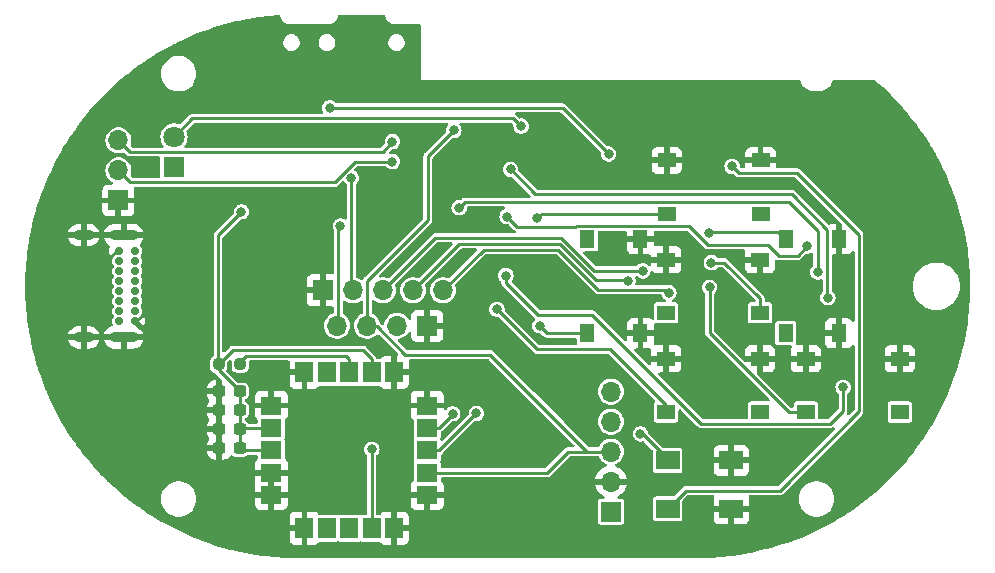
<source format=gbr>
%TF.GenerationSoftware,KiCad,Pcbnew,7.0.5-1.fc38*%
%TF.CreationDate,2023-06-12T10:00:33+02:00*%
%TF.ProjectId,gps_compass,6770735f-636f-46d7-9061-73732e6b6963,rev?*%
%TF.SameCoordinates,Original*%
%TF.FileFunction,Copper,L1,Top*%
%TF.FilePolarity,Positive*%
%FSLAX46Y46*%
G04 Gerber Fmt 4.6, Leading zero omitted, Abs format (unit mm)*
G04 Created by KiCad (PCBNEW 7.0.5-1.fc38) date 2023-06-12 10:00:33*
%MOMM*%
%LPD*%
G01*
G04 APERTURE LIST*
G04 Aperture macros list*
%AMRoundRect*
0 Rectangle with rounded corners*
0 $1 Rounding radius*
0 $2 $3 $4 $5 $6 $7 $8 $9 X,Y pos of 4 corners*
0 Add a 4 corners polygon primitive as box body*
4,1,4,$2,$3,$4,$5,$6,$7,$8,$9,$2,$3,0*
0 Add four circle primitives for the rounded corners*
1,1,$1+$1,$2,$3*
1,1,$1+$1,$4,$5*
1,1,$1+$1,$6,$7*
1,1,$1+$1,$8,$9*
0 Add four rect primitives between the rounded corners*
20,1,$1+$1,$2,$3,$4,$5,0*
20,1,$1+$1,$4,$5,$6,$7,0*
20,1,$1+$1,$6,$7,$8,$9,0*
20,1,$1+$1,$8,$9,$2,$3,0*%
G04 Aperture macros list end*
%TA.AperFunction,SMDPad,CuDef*%
%ADD10R,1.550000X1.300000*%
%TD*%
%TA.AperFunction,SMDPad,CuDef*%
%ADD11RoundRect,0.237500X0.300000X0.237500X-0.300000X0.237500X-0.300000X-0.237500X0.300000X-0.237500X0*%
%TD*%
%TA.AperFunction,SMDPad,CuDef*%
%ADD12R,1.300000X1.550000*%
%TD*%
%TA.AperFunction,SMDPad,CuDef*%
%ADD13R,2.000000X1.600000*%
%TD*%
%TA.AperFunction,ComponentPad*%
%ADD14R,1.700000X1.700000*%
%TD*%
%TA.AperFunction,ComponentPad*%
%ADD15O,1.700000X1.700000*%
%TD*%
%TA.AperFunction,SMDPad,CuDef*%
%ADD16RoundRect,0.237500X0.250000X0.237500X-0.250000X0.237500X-0.250000X-0.237500X0.250000X-0.237500X0*%
%TD*%
%TA.AperFunction,SMDPad,CuDef*%
%ADD17R,1.800000X1.500000*%
%TD*%
%TA.AperFunction,SMDPad,CuDef*%
%ADD18R,1.500000X1.800000*%
%TD*%
%TA.AperFunction,ComponentPad*%
%ADD19C,0.700000*%
%TD*%
%TA.AperFunction,ComponentPad*%
%ADD20O,2.400000X0.900000*%
%TD*%
%TA.AperFunction,ComponentPad*%
%ADD21O,1.700000X0.900000*%
%TD*%
%TA.AperFunction,ComponentPad*%
%ADD22R,1.800000X1.800000*%
%TD*%
%TA.AperFunction,ComponentPad*%
%ADD23C,1.800000*%
%TD*%
%TA.AperFunction,ViaPad*%
%ADD24C,0.800000*%
%TD*%
%TA.AperFunction,Conductor*%
%ADD25C,0.250000*%
%TD*%
G04 APERTURE END LIST*
D10*
%TO.P,SWup1,1,A*%
%TO.N,B1*%
X122265000Y-56850000D03*
X114315000Y-56850000D03*
%TO.P,SWup1,2,B*%
%TO.N,GND*%
X122265000Y-52350000D03*
X114315000Y-52350000D03*
%TD*%
D11*
%TO.P,C3,1*%
%TO.N,+3V3*%
X78162500Y-75100000D03*
%TO.P,C3,2*%
%TO.N,GND*%
X76437500Y-75100000D03*
%TD*%
%TO.P,C9,1*%
%TO.N,+3V3*%
X78162500Y-73500000D03*
%TO.P,C9,2*%
%TO.N,GND*%
X76437500Y-73500000D03*
%TD*%
%TO.P,C8,1*%
%TO.N,+3V3*%
X78162500Y-71900000D03*
%TO.P,C8,2*%
%TO.N,GND*%
X76437500Y-71900000D03*
%TD*%
D12*
%TO.P,SWright1,1,A*%
%TO.N,B4*%
X124400000Y-66975000D03*
X124400000Y-59025000D03*
%TO.P,SWright1,2,B*%
%TO.N,GND*%
X128900000Y-66975000D03*
X128900000Y-59025000D03*
%TD*%
D13*
%TO.P,Prog,1,A*%
%TO.N,Net-(ESP32-S1-IO0)*%
X114400000Y-77750000D03*
%TO.P,Prog,2,B*%
%TO.N,GND*%
X119800000Y-77750000D03*
%TD*%
D10*
%TO.P,SWb1,1,A*%
%TO.N,B6*%
X134050000Y-73650000D03*
X126100000Y-73650000D03*
%TO.P,SWb1,2,B*%
%TO.N,GND*%
X134050000Y-69150000D03*
X126100000Y-69150000D03*
%TD*%
%TO.P,SWa1,1,A*%
%TO.N,B5*%
X122225000Y-65250000D03*
X114275000Y-65250000D03*
%TO.P,SWa1,2,B*%
%TO.N,GND*%
X122225000Y-60750000D03*
X114275000Y-60750000D03*
%TD*%
D14*
%TO.P,LCD,1,Pin_1*%
%TO.N,GND*%
X85200000Y-63350000D03*
D15*
%TO.P,LCD,2,Pin_2*%
%TO.N,VCC*%
X87740000Y-63350000D03*
%TO.P,LCD,3,Pin_3*%
%TO.N,lcd_data*%
X90280000Y-63350000D03*
%TO.P,LCD,4,Pin_4*%
%TO.N,lcd_wr*%
X92820000Y-63350000D03*
%TO.P,LCD,5,Pin_5*%
%TO.N,lcd_cs*%
X95360000Y-63350000D03*
%TD*%
D10*
%TO.P,SWdown1,1,A*%
%TO.N,B2*%
X122225000Y-73650000D03*
X114275000Y-73650000D03*
%TO.P,SWdown1,2,B*%
%TO.N,GND*%
X122225000Y-69150000D03*
X114275000Y-69150000D03*
%TD*%
D16*
%TO.P,R4,1*%
%TO.N,Net-(GPS1-~{RESET})*%
X78212500Y-69600000D03*
%TO.P,R4,2*%
%TO.N,+3V3*%
X76387500Y-69600000D03*
%TD*%
D11*
%TO.P,C4,1*%
%TO.N,+3V3*%
X78162500Y-76700000D03*
%TO.P,C4,2*%
%TO.N,GND*%
X76437500Y-76700000D03*
%TD*%
D17*
%TO.P,GPS,1,GND*%
%TO.N,GND*%
X80850000Y-73100000D03*
%TO.P,GPS,2,VCC_IO*%
%TO.N,+3V3*%
X80850000Y-75000000D03*
%TO.P,GPS,3,V_BCKP*%
X80850000Y-76900000D03*
%TO.P,GPS,4,GND*%
%TO.N,GND*%
X80850000Y-78800000D03*
%TO.P,GPS,5,GND*%
X80850000Y-80700000D03*
D18*
%TO.P,GPS,6,GND*%
X83650000Y-83500000D03*
%TO.P,GPS,7,TIMEPULSE*%
%TO.N,unconnected-(GPS1-TIMEPULSE-Pad7)*%
X85550000Y-83500000D03*
%TO.P,GPS,8,~{SAFEBOOT}*%
%TO.N,unconnected-(GPS1-~{SAFEBOOT}-Pad8)*%
X87450000Y-83500000D03*
%TO.P,GPS,9,SDA*%
%TO.N,SDA*%
X89350000Y-83500000D03*
%TO.P,GPS,10,GND*%
%TO.N,GND*%
X91250000Y-83500000D03*
D17*
%TO.P,GPS,11,GND*%
X94050000Y-80700000D03*
%TO.P,GPS,12,SCL*%
%TO.N,SCL*%
X94050000Y-78800000D03*
%TO.P,GPS,13,TXD*%
%TO.N,Net-(GPS1-TXD)*%
X94050000Y-76900000D03*
%TO.P,GPS,14,RXD*%
%TO.N,Net-(GPS1-RXD)*%
X94050000Y-75000000D03*
%TO.P,GPS,15,GND*%
%TO.N,GND*%
X94050000Y-73100000D03*
D18*
%TO.P,GPS,16,GND*%
X91250000Y-70300000D03*
%TO.P,GPS,17,VCC*%
%TO.N,+3V3*%
X89350000Y-70300000D03*
%TO.P,GPS,18,~{RESET}*%
%TO.N,Net-(GPS1-~{RESET})*%
X87450000Y-70300000D03*
%TO.P,GPS,19,EXTINT*%
%TO.N,unconnected-(GPS1-EXTINT-Pad19)*%
X85550000Y-70300000D03*
%TO.P,GPS,20,GND*%
%TO.N,GND*%
X83650000Y-70300000D03*
%TD*%
D12*
%TO.P,SWleft1,1,A*%
%TO.N,B3*%
X107600000Y-66985000D03*
X107600000Y-59035000D03*
%TO.P,SWleft1,2,B*%
%TO.N,GND*%
X112100000Y-66985000D03*
X112100000Y-59035000D03*
%TD*%
D13*
%TO.P,En,1,A*%
%TO.N,GND*%
X119800000Y-81850000D03*
%TO.P,En,2,B*%
%TO.N,Net-(ESP32-S1-EN)*%
X114400000Y-81850000D03*
%TD*%
D14*
%TO.P,Oled,1,Pin_1*%
%TO.N,GND*%
X94050000Y-66350000D03*
D15*
%TO.P,Oled,2,Pin_2*%
%TO.N,VCC*%
X91510000Y-66350000D03*
%TO.P,Oled,3,Pin_3*%
%TO.N,SCL*%
X88970000Y-66350000D03*
%TO.P,Oled,4,Pin_4*%
%TO.N,SDA*%
X86430000Y-66350000D03*
%TD*%
D14*
%TO.P,GY-271,1,Pin_1*%
%TO.N,VCC*%
X109600000Y-82080000D03*
D15*
%TO.P,GY-271,2,Pin_2*%
%TO.N,GND*%
X109600000Y-79540000D03*
%TO.P,GY-271,3,Pin_3*%
%TO.N,SCL*%
X109600000Y-77000000D03*
%TO.P,GY-271,4,Pin_4*%
%TO.N,SDA*%
X109600000Y-74460000D03*
%TO.P,GY-271,5,Pin_5*%
%TO.N,unconnected-(GY-271-Pin_5-Pad5)*%
X109600000Y-71920000D03*
%TD*%
D19*
%TO.P,J1,A1*%
%TO.N,N/C*%
X69325000Y-60025000D03*
%TO.P,J1,A4*%
X69325000Y-60875000D03*
%TO.P,J1,A5,CC1*%
%TO.N,Net-(J1-CC1)*%
X69325000Y-61725000D03*
%TO.P,J1,A6*%
%TO.N,N/C*%
X69325000Y-62575000D03*
%TO.P,J1,A7*%
X69325000Y-63425000D03*
%TO.P,J1,A8*%
X69325000Y-64275000D03*
%TO.P,J1,A9,VBUS*%
%TO.N,Net-(D1-A)*%
X69325000Y-65125000D03*
%TO.P,J1,A12,GND*%
%TO.N,GND*%
X69325000Y-65975000D03*
%TO.P,J1,B1*%
%TO.N,N/C*%
X67975000Y-65975000D03*
%TO.P,J1,B4*%
X67975000Y-65125000D03*
%TO.P,J1,B5,CC2*%
%TO.N,Net-(J1-CC2)*%
X67975000Y-64275000D03*
%TO.P,J1,B6*%
%TO.N,N/C*%
X67975000Y-63425000D03*
%TO.P,J1,B7*%
X67975000Y-62575000D03*
%TO.P,J1,B8*%
X67975000Y-61725000D03*
%TO.P,J1,B9,VBUS*%
%TO.N,Net-(D1-A)*%
X67975000Y-60875000D03*
%TO.P,J1,B12,GND*%
%TO.N,GND*%
X67975000Y-60025000D03*
D20*
%TO.P,J1,S1,SHIELD*%
X68345000Y-58675000D03*
D21*
X64965000Y-58675000D03*
D20*
X68345000Y-67325000D03*
D21*
X64965000Y-67325000D03*
%TD*%
D22*
%TO.P,LED,1,K*%
%TO.N,Net-(D3-K)*%
X72600000Y-52900000D03*
D23*
%TO.P,LED,2,A*%
%TO.N,Net-(D3-A)*%
X72600000Y-50360000D03*
%TD*%
D14*
%TO.P,Serial,1,Pin_1*%
%TO.N,GND*%
X67900000Y-55740000D03*
D15*
%TO.P,Serial,2,Pin_2*%
%TO.N,Net-(Serial1-Pin_2)*%
X67900000Y-53200000D03*
%TO.P,Serial,3,Pin_3*%
%TO.N,Net-(Serial1-Pin_3)*%
X67900000Y-50660000D03*
%TD*%
D24*
%TO.N,GND*%
X94100000Y-69800000D03*
X117000000Y-81800000D03*
X109800000Y-59900000D03*
X101100000Y-47000000D03*
X117000000Y-77300000D03*
X91100000Y-80200000D03*
X119500000Y-64400000D03*
X71700000Y-71300000D03*
X118270000Y-54200000D03*
X75400000Y-65500000D03*
X125800000Y-61400000D03*
X117600000Y-71400000D03*
X81500000Y-55100000D03*
X131600000Y-60700000D03*
X95300000Y-57600000D03*
X129600000Y-70300000D03*
X82200000Y-50400000D03*
X85100000Y-73000000D03*
X101600000Y-73700000D03*
%TO.N,+3V3*%
X78315000Y-56700000D03*
%TO.N,VCC*%
X87612299Y-53812299D03*
%TO.N,Net-(ESP32-S1-EN)*%
X119850000Y-52850000D03*
%TO.N,battery_level*%
X85800000Y-47900000D03*
X109400000Y-51800000D03*
%TO.N,B4*%
X117900000Y-58500000D03*
%TO.N,B5*%
X118100000Y-61000000D03*
%TO.N,B6*%
X117950000Y-63100000D03*
%TO.N,lcd_data*%
X112300000Y-61700000D03*
%TO.N,lcd_cs*%
X114500000Y-63550000D03*
%TO.N,lcd_wr*%
X111050000Y-62550000D03*
%TO.N,B3*%
X103550000Y-66350000D03*
%TO.N,B1*%
X103350000Y-57250000D03*
%TO.N,Net-(ESP32-S1-IO0)*%
X112100000Y-75500000D03*
%TO.N,B2*%
X99950000Y-64950000D03*
%TO.N,CS*%
X129250000Y-71550000D03*
X100700000Y-62100000D03*
%TO.N,CLK*%
X96750000Y-56350000D03*
X127100000Y-61800000D03*
%TO.N,MISO*%
X126200000Y-59600000D03*
X100800000Y-57100000D03*
%TO.N,SDA*%
X89350000Y-76800000D03*
X86700000Y-57900000D03*
%TO.N,SCL*%
X96300000Y-49800000D03*
%TO.N,MOSI*%
X101100000Y-53100000D03*
X127975000Y-63975000D03*
%TO.N,Net-(GPS1-TXD)*%
X98200000Y-73767304D03*
%TO.N,Net-(GPS1-RXD)*%
X96200000Y-73800000D03*
%TO.N,Net-(D3-A)*%
X102000000Y-49450000D03*
%TO.N,Net-(Serial1-Pin_3)*%
X91100000Y-50750000D03*
%TO.N,Net-(Serial1-Pin_2)*%
X91100000Y-52450000D03*
%TD*%
D25*
%TO.N,+3V3*%
X78162500Y-76700000D02*
X78362500Y-76900000D01*
X78162500Y-75100000D02*
X78162500Y-76700000D01*
X78362500Y-76900000D02*
X80850000Y-76900000D01*
X78262500Y-75000000D02*
X80850000Y-75000000D01*
X76387500Y-70125000D02*
X78162500Y-71900000D01*
X78162500Y-71900000D02*
X78162500Y-73500000D01*
X76325000Y-58690000D02*
X76325000Y-69537500D01*
X78315000Y-56700000D02*
X76325000Y-58690000D01*
X88600000Y-68400000D02*
X77587500Y-68400000D01*
X89350000Y-70300000D02*
X89350000Y-69150000D01*
X78162500Y-73500000D02*
X78162500Y-75100000D01*
X76387500Y-69600000D02*
X76387500Y-70125000D01*
X77587500Y-68400000D02*
X76387500Y-69600000D01*
X89350000Y-69150000D02*
X88600000Y-68400000D01*
%TO.N,VCC*%
X87600000Y-53824598D02*
X87600000Y-63210000D01*
X87600000Y-63210000D02*
X87740000Y-63350000D01*
%TO.N,Net-(ESP32-S1-EN)*%
X120400000Y-53400000D02*
X125350000Y-53400000D01*
X119850000Y-52850000D02*
X120400000Y-53400000D01*
X130600000Y-58650000D02*
X130600000Y-73600000D01*
X130600000Y-73600000D02*
X123900000Y-80300000D01*
X125350000Y-53400000D02*
X130600000Y-58650000D01*
X115950000Y-80300000D02*
X114400000Y-81850000D01*
X123900000Y-80300000D02*
X115950000Y-80300000D01*
%TO.N,battery_level*%
X109400000Y-51800000D02*
X105500000Y-47900000D01*
X105500000Y-47900000D02*
X85800000Y-47900000D01*
%TO.N,B4*%
X123775000Y-58400000D02*
X124400000Y-59025000D01*
X118000000Y-58400000D02*
X123775000Y-58400000D01*
%TO.N,B5*%
X118100000Y-61000000D02*
X119200000Y-61000000D01*
X122225000Y-64025000D02*
X122225000Y-65250000D01*
X119200000Y-61000000D02*
X122225000Y-64025000D01*
%TO.N,B6*%
X124650000Y-73650000D02*
X126100000Y-73650000D01*
X117950000Y-66950000D02*
X124650000Y-73650000D01*
X117950000Y-63100000D02*
X117950000Y-66950000D01*
%TO.N,lcd_data*%
X108190000Y-61700000D02*
X105390000Y-58900000D01*
X112300000Y-61700000D02*
X108190000Y-61700000D01*
X94730000Y-58900000D02*
X90280000Y-63350000D01*
X105390000Y-58900000D02*
X94730000Y-58900000D01*
%TO.N,lcd_cs*%
X108517208Y-63300000D02*
X105117208Y-59900000D01*
X105117208Y-59900000D02*
X98810000Y-59900000D01*
X98810000Y-59900000D02*
X95360000Y-63350000D01*
X114250000Y-63300000D02*
X108517208Y-63300000D01*
X114500000Y-63550000D02*
X114250000Y-63300000D01*
%TO.N,lcd_wr*%
X105253604Y-59400000D02*
X96770000Y-59400000D01*
X111000000Y-62500000D02*
X108353604Y-62500000D01*
X108353604Y-62500000D02*
X105253604Y-59400000D01*
X96770000Y-59400000D02*
X92820000Y-63350000D01*
%TO.N,B3*%
X104185000Y-66985000D02*
X103550000Y-66350000D01*
X107600000Y-66985000D02*
X104185000Y-66985000D01*
%TO.N,B1*%
X103350000Y-57250000D02*
X103750000Y-56850000D01*
X103750000Y-56850000D02*
X114315000Y-56850000D01*
%TO.N,Net-(ESP32-S1-IO0)*%
X112100000Y-75500000D02*
X112312036Y-75500000D01*
X112312036Y-75500000D02*
X114606018Y-77793982D01*
%TO.N,B2*%
X103350000Y-68350000D02*
X109536396Y-68350000D01*
X114275000Y-73088604D02*
X114275000Y-73650000D01*
X99950000Y-64950000D02*
X103350000Y-68350000D01*
X109536396Y-68350000D02*
X114275000Y-73088604D01*
%TO.N,CS*%
X103400000Y-65400000D02*
X108000000Y-65400000D01*
X129250000Y-73550000D02*
X129250000Y-71550000D01*
X117225000Y-74625000D02*
X128175000Y-74625000D01*
X100700000Y-62100000D02*
X100700000Y-62700000D01*
X128175000Y-74625000D02*
X129250000Y-73550000D01*
X100700000Y-62700000D02*
X103400000Y-65400000D01*
X108000000Y-65400000D02*
X117225000Y-74625000D01*
%TO.N,CLK*%
X127100000Y-58300000D02*
X124675000Y-55875000D01*
X124675000Y-55875000D02*
X97225000Y-55875000D01*
X127100000Y-61800000D02*
X127100000Y-58300000D01*
X97225000Y-55875000D02*
X96750000Y-56350000D01*
%TO.N,MISO*%
X106665000Y-57935000D02*
X116235000Y-57935000D01*
X100800000Y-57100000D02*
X101675000Y-57975000D01*
X106625000Y-57975000D02*
X106665000Y-57935000D01*
X116235000Y-57935000D02*
X117800000Y-59500000D01*
X117800000Y-59500000D02*
X122900000Y-59500000D01*
X122900000Y-59500000D02*
X123800000Y-60400000D01*
X123800000Y-60400000D02*
X125400000Y-60400000D01*
X101675000Y-57975000D02*
X106625000Y-57975000D01*
X125400000Y-60400000D02*
X126200000Y-59600000D01*
%TO.N,SDA*%
X86700000Y-57900000D02*
X86500000Y-58100000D01*
X86500000Y-58100000D02*
X86500000Y-66280000D01*
X86500000Y-66280000D02*
X86430000Y-66350000D01*
X89350000Y-76800000D02*
X89350000Y-83500000D01*
%TO.N,SCL*%
X94050000Y-78800000D02*
X104200000Y-78800000D01*
X94100000Y-52000000D02*
X94100000Y-57400000D01*
X99400000Y-68800000D02*
X107600000Y-77000000D01*
X88970000Y-66350000D02*
X89750000Y-66350000D01*
X88970000Y-62530000D02*
X88970000Y-66350000D01*
X92200000Y-68800000D02*
X99400000Y-68800000D01*
X106000000Y-77000000D02*
X109600000Y-77000000D01*
X89750000Y-66350000D02*
X92200000Y-68800000D01*
X104200000Y-78800000D02*
X106000000Y-77000000D01*
X94100000Y-57400000D02*
X88970000Y-62530000D01*
X107600000Y-77000000D02*
X109600000Y-77000000D01*
X96300000Y-49800000D02*
X94100000Y-52000000D01*
%TO.N,MOSI*%
X103200000Y-55200000D02*
X101100000Y-53100000D01*
X127925000Y-58225000D02*
X124900000Y-55200000D01*
X124900000Y-55200000D02*
X103200000Y-55200000D01*
X127925000Y-63925000D02*
X127925000Y-58225000D01*
X127975000Y-63975000D02*
X127925000Y-63925000D01*
%TO.N,Net-(GPS1-TXD)*%
X95067304Y-76900000D02*
X94050000Y-76900000D01*
X98200000Y-73767304D02*
X95067304Y-76900000D01*
%TO.N,Net-(GPS1-RXD)*%
X95000000Y-75000000D02*
X94050000Y-75000000D01*
X96200000Y-73800000D02*
X95000000Y-75000000D01*
%TO.N,Net-(GPS1-~{RESET})*%
X78712500Y-68900000D02*
X87200000Y-68900000D01*
X78012500Y-69600000D02*
X78712500Y-68900000D01*
X87450000Y-69150000D02*
X87450000Y-70300000D01*
X87200000Y-68900000D02*
X87450000Y-69150000D01*
%TO.N,Net-(D3-A)*%
X72600000Y-50360000D02*
X74160000Y-48800000D01*
X101300000Y-48800000D02*
X101950000Y-49450000D01*
X74160000Y-48800000D02*
X101300000Y-48800000D01*
%TO.N,Net-(Serial1-Pin_3)*%
X91100000Y-50750000D02*
X91100000Y-50800000D01*
X90260000Y-51640000D02*
X68880000Y-51640000D01*
X91100000Y-50800000D02*
X90260000Y-51640000D01*
X68880000Y-51640000D02*
X67900000Y-50660000D01*
%TO.N,Net-(Serial1-Pin_2)*%
X91100000Y-52450000D02*
X87949293Y-52450000D01*
X87949293Y-52450000D02*
X86199293Y-54200000D01*
X86199293Y-54200000D02*
X68900000Y-54200000D01*
X68900000Y-54200000D02*
X67900000Y-53200000D01*
%TD*%
%TA.AperFunction,Conductor*%
%TO.N,GND*%
G36*
X95771421Y-49195185D02*
G01*
X95817176Y-49247989D01*
X95827120Y-49317147D01*
X95806432Y-49369940D01*
X95719781Y-49495475D01*
X95719780Y-49495476D01*
X95663763Y-49643181D01*
X95644722Y-49800000D01*
X95644722Y-49800001D01*
X95650896Y-49850854D01*
X95639435Y-49919777D01*
X95615481Y-49953480D01*
X93871108Y-51697852D01*
X93851254Y-51713976D01*
X93842165Y-51719914D01*
X93842164Y-51719915D01*
X93820363Y-51747923D01*
X93815286Y-51753674D01*
X93812484Y-51756477D01*
X93812474Y-51756489D01*
X93799658Y-51774439D01*
X93798127Y-51776492D01*
X93765192Y-51818808D01*
X93761447Y-51825729D01*
X93757988Y-51832804D01*
X93742692Y-51884182D01*
X93741911Y-51886621D01*
X93724500Y-51937338D01*
X93723206Y-51945092D01*
X93722231Y-51952911D01*
X93724447Y-52006472D01*
X93724500Y-52009034D01*
X93724500Y-57193099D01*
X93704815Y-57260138D01*
X93688181Y-57280780D01*
X88741108Y-62227852D01*
X88721254Y-62243976D01*
X88712165Y-62249914D01*
X88712164Y-62249915D01*
X88690363Y-62277923D01*
X88685286Y-62283674D01*
X88682484Y-62286477D01*
X88682474Y-62286489D01*
X88669658Y-62304439D01*
X88668127Y-62306492D01*
X88635192Y-62348808D01*
X88631447Y-62355729D01*
X88627988Y-62362804D01*
X88612690Y-62414190D01*
X88611903Y-62416644D01*
X88610690Y-62420173D01*
X88570291Y-62477179D01*
X88505485Y-62503294D01*
X88436848Y-62490226D01*
X88409882Y-62471520D01*
X88406042Y-62468019D01*
X88406039Y-62468017D01*
X88232642Y-62360655D01*
X88232635Y-62360651D01*
X88163891Y-62334020D01*
X88054705Y-62291721D01*
X87999305Y-62249149D01*
X87975714Y-62183382D01*
X87975500Y-62176095D01*
X87975500Y-54415398D01*
X87995185Y-54348359D01*
X88017271Y-54322584D01*
X88102782Y-54246829D01*
X88192519Y-54116822D01*
X88248536Y-53969117D01*
X88267577Y-53812299D01*
X88262464Y-53770185D01*
X88248536Y-53655480D01*
X88223583Y-53589685D01*
X88192519Y-53507776D01*
X88102782Y-53377769D01*
X87984539Y-53273016D01*
X87984537Y-53273015D01*
X87984536Y-53273014D01*
X87919159Y-53238701D01*
X87868946Y-53190116D01*
X87852972Y-53122097D01*
X87876307Y-53056240D01*
X87889090Y-53041239D01*
X88068512Y-52861816D01*
X88129835Y-52828334D01*
X88156192Y-52825500D01*
X90503692Y-52825500D01*
X90570731Y-52845185D01*
X90605742Y-52879061D01*
X90608163Y-52882569D01*
X90609515Y-52884528D01*
X90609517Y-52884530D01*
X90727760Y-52989283D01*
X90727762Y-52989284D01*
X90867634Y-53062696D01*
X91021014Y-53100500D01*
X91021015Y-53100500D01*
X91178985Y-53100500D01*
X91332365Y-53062696D01*
X91370481Y-53042691D01*
X91472240Y-52989283D01*
X91590483Y-52884530D01*
X91680220Y-52754523D01*
X91736237Y-52606818D01*
X91755278Y-52450000D01*
X91751086Y-52415471D01*
X91736237Y-52293181D01*
X91704939Y-52210655D01*
X91680220Y-52145477D01*
X91590483Y-52015470D01*
X91472240Y-51910717D01*
X91472238Y-51910716D01*
X91472237Y-51910715D01*
X91332365Y-51837303D01*
X91178986Y-51799500D01*
X91178985Y-51799500D01*
X91021015Y-51799500D01*
X91021014Y-51799500D01*
X90936021Y-51820448D01*
X90866219Y-51817378D01*
X90809157Y-51777058D01*
X90782952Y-51712289D01*
X90795925Y-51643634D01*
X90818664Y-51612372D01*
X90994217Y-51436819D01*
X91055541Y-51403334D01*
X91081899Y-51400500D01*
X91178985Y-51400500D01*
X91332365Y-51362696D01*
X91370256Y-51342809D01*
X91472240Y-51289283D01*
X91590483Y-51184530D01*
X91680220Y-51054523D01*
X91736237Y-50906818D01*
X91755278Y-50750000D01*
X91747049Y-50682223D01*
X91736237Y-50593181D01*
X91695899Y-50486819D01*
X91680220Y-50445477D01*
X91590483Y-50315470D01*
X91472240Y-50210717D01*
X91472238Y-50210716D01*
X91472237Y-50210715D01*
X91332365Y-50137303D01*
X91178986Y-50099500D01*
X91178985Y-50099500D01*
X91021015Y-50099500D01*
X91021014Y-50099500D01*
X90867634Y-50137303D01*
X90727762Y-50210715D01*
X90609516Y-50315471D01*
X90519781Y-50445475D01*
X90519780Y-50445476D01*
X90463762Y-50593181D01*
X90444722Y-50749999D01*
X90444722Y-50750001D01*
X90456309Y-50845440D01*
X90444848Y-50914363D01*
X90420894Y-50948066D01*
X90140779Y-51228182D01*
X90079459Y-51261666D01*
X90053100Y-51264500D01*
X73607677Y-51264500D01*
X73540638Y-51244815D01*
X73494883Y-51192011D01*
X73484939Y-51122853D01*
X73508723Y-51065773D01*
X73509485Y-51064764D01*
X73582366Y-50968255D01*
X73634735Y-50863083D01*
X73677403Y-50777394D01*
X73677403Y-50777393D01*
X73677405Y-50777389D01*
X73735756Y-50572310D01*
X73755429Y-50360000D01*
X73735756Y-50147690D01*
X73677405Y-49942611D01*
X73674298Y-49936372D01*
X73662036Y-49867589D01*
X73688908Y-49803093D01*
X73697607Y-49793428D01*
X74279217Y-49211819D01*
X74340541Y-49178334D01*
X74366899Y-49175500D01*
X95704382Y-49175500D01*
X95771421Y-49195185D01*
G37*
%TD.AperFunction*%
%TA.AperFunction,Conductor*%
G36*
X90449191Y-40020185D02*
G01*
X90494946Y-40072989D01*
X90503770Y-40100310D01*
X90508941Y-40126308D01*
X90507519Y-40142184D01*
X90516692Y-40168397D01*
X90518982Y-40176787D01*
X90530119Y-40232772D01*
X90530263Y-40233497D01*
X90542913Y-40264038D01*
X90556229Y-40296186D01*
X90558086Y-40313466D01*
X90568073Y-40329360D01*
X90577640Y-40347877D01*
X90590606Y-40379179D01*
X90590607Y-40379181D01*
X90590609Y-40379184D01*
X90637057Y-40448698D01*
X90642808Y-40467066D01*
X90653826Y-40478084D01*
X90669247Y-40496874D01*
X90678210Y-40510288D01*
X90682076Y-40514999D01*
X90681969Y-40515086D01*
X90695192Y-40531667D01*
X90697065Y-40534648D01*
X90720297Y-40552376D01*
X90747621Y-40579700D01*
X90757673Y-40598110D01*
X90768333Y-40604808D01*
X90784913Y-40618030D01*
X90785001Y-40617924D01*
X90789711Y-40621789D01*
X90803126Y-40630753D01*
X90821916Y-40646174D01*
X90826985Y-40651243D01*
X90851299Y-40662941D01*
X90869496Y-40675100D01*
X90920821Y-40709394D01*
X90920823Y-40709395D01*
X90920827Y-40709397D01*
X90952118Y-40722358D01*
X90970638Y-40731925D01*
X90980017Y-40737818D01*
X91003810Y-40743769D01*
X91066503Y-40769737D01*
X91123219Y-40781018D01*
X91131608Y-40783309D01*
X91151057Y-40790114D01*
X91173692Y-40791059D01*
X91221153Y-40800499D01*
X91221156Y-40800500D01*
X91300956Y-40800500D01*
X91307904Y-40800890D01*
X91346678Y-40805259D01*
X91375876Y-40800500D01*
X93376000Y-40800500D01*
X93443039Y-40820185D01*
X93488794Y-40872989D01*
X93500000Y-40924500D01*
X93500000Y-45500000D01*
X125499801Y-45500000D01*
X125566840Y-45519685D01*
X125612595Y-45572489D01*
X125613357Y-45574190D01*
X125675826Y-45716606D01*
X125811833Y-45924782D01*
X125811836Y-45924785D01*
X125980256Y-46107738D01*
X126176491Y-46260474D01*
X126395190Y-46378828D01*
X126630386Y-46459571D01*
X126875665Y-46500500D01*
X127124335Y-46500500D01*
X127369614Y-46459571D01*
X127604810Y-46378828D01*
X127823509Y-46260474D01*
X128019744Y-46107738D01*
X128188164Y-45924785D01*
X128324173Y-45716607D01*
X128386642Y-45574190D01*
X128431599Y-45520704D01*
X128498335Y-45500014D01*
X128500199Y-45500000D01*
X131874889Y-45500000D01*
X131941928Y-45519685D01*
X131956969Y-45531054D01*
X132332556Y-45862731D01*
X132648142Y-46146886D01*
X132649459Y-46148109D01*
X133016725Y-46500500D01*
X133030751Y-46513958D01*
X133335405Y-46812297D01*
X133336763Y-46813669D01*
X133701463Y-47193764D01*
X133994482Y-47505797D01*
X133995759Y-47507200D01*
X134343489Y-47900965D01*
X134624110Y-48226067D01*
X134625306Y-48227495D01*
X134955708Y-48634361D01*
X135223268Y-48971937D01*
X135224382Y-48973386D01*
X135536948Y-49392565D01*
X135790864Y-49742050D01*
X135791898Y-49743517D01*
X136086299Y-50174414D01*
X136325931Y-50535089D01*
X136326884Y-50536569D01*
X136602768Y-50978526D01*
X136648794Y-51054524D01*
X136827537Y-51349664D01*
X136828410Y-51351152D01*
X137085400Y-51803438D01*
X137228953Y-52064559D01*
X137294857Y-52184438D01*
X137295651Y-52185931D01*
X137350858Y-52293182D01*
X137533385Y-52647781D01*
X137727057Y-53037930D01*
X137727714Y-53039301D01*
X137797620Y-53190116D01*
X137945903Y-53510028D01*
X138123339Y-53908553D01*
X138123980Y-53910045D01*
X138322300Y-54388834D01*
X138483070Y-54794890D01*
X138483636Y-54796375D01*
X138661852Y-55282543D01*
X138805643Y-55695459D01*
X138806136Y-55696933D01*
X138963968Y-56189610D01*
X139090471Y-56608606D01*
X139090893Y-56610067D01*
X139228167Y-57108617D01*
X139257041Y-57221075D01*
X139337068Y-57532760D01*
X139337421Y-57534204D01*
X139453921Y-58037767D01*
X139545033Y-58466416D01*
X139545319Y-58467840D01*
X139640863Y-58975539D01*
X139713990Y-59407888D01*
X139714210Y-59409289D01*
X139788659Y-59920279D01*
X139843645Y-60355535D01*
X139843803Y-60356910D01*
X139897059Y-60870403D01*
X139933781Y-61307719D01*
X139933879Y-61309065D01*
X139965827Y-61823659D01*
X139965892Y-61824904D01*
X139984246Y-62262809D01*
X139984287Y-62264123D01*
X139994943Y-62779559D01*
X139994956Y-62780840D01*
X139994956Y-63219158D01*
X139994943Y-63220439D01*
X139984287Y-63735875D01*
X139984246Y-63737189D01*
X139965892Y-64175094D01*
X139965827Y-64176339D01*
X139933879Y-64690933D01*
X139933781Y-64692279D01*
X139897060Y-65129584D01*
X139843803Y-65643088D01*
X139843645Y-65644463D01*
X139788659Y-66079719D01*
X139714210Y-66590709D01*
X139713990Y-66592110D01*
X139640863Y-67024459D01*
X139545319Y-67532158D01*
X139545033Y-67533582D01*
X139453921Y-67962231D01*
X139337421Y-68465794D01*
X139337068Y-68467238D01*
X139228171Y-68891367D01*
X139090893Y-69389931D01*
X139090471Y-69391392D01*
X138963968Y-69810388D01*
X138806136Y-70303065D01*
X138805643Y-70304539D01*
X138661852Y-70717455D01*
X138483636Y-71203623D01*
X138483070Y-71205108D01*
X138322300Y-71611164D01*
X138123980Y-72089953D01*
X138123339Y-72091445D01*
X137945903Y-72489970D01*
X137727743Y-72960638D01*
X137727029Y-72962126D01*
X137711595Y-72993218D01*
X137533386Y-73352217D01*
X137295651Y-73814067D01*
X137294857Y-73815560D01*
X137085409Y-74196545D01*
X136828410Y-74648846D01*
X136827537Y-74650334D01*
X136602773Y-75021464D01*
X136326884Y-75463429D01*
X136325931Y-75464909D01*
X136086299Y-75825584D01*
X135791898Y-76256481D01*
X135790864Y-76257948D01*
X135536948Y-76607433D01*
X135224382Y-77026612D01*
X135223268Y-77028061D01*
X134955708Y-77365637D01*
X134625306Y-77772503D01*
X134624110Y-77773931D01*
X134343526Y-78098991D01*
X133995759Y-78492798D01*
X133994482Y-78494201D01*
X133701463Y-78806234D01*
X133336763Y-79186329D01*
X133335405Y-79187701D01*
X133030751Y-79486040D01*
X132649526Y-79851826D01*
X132648086Y-79853164D01*
X132332572Y-80137253D01*
X131935151Y-80488211D01*
X131933632Y-80489509D01*
X131608087Y-80758824D01*
X131194934Y-81094332D01*
X131193335Y-81095588D01*
X130858810Y-81349505D01*
X130430149Y-81669142D01*
X130428471Y-81670350D01*
X130085972Y-81908394D01*
X129642061Y-82211688D01*
X129640306Y-82212844D01*
X129290925Y-82434567D01*
X128832143Y-82720953D01*
X128830312Y-82722052D01*
X128475255Y-82927045D01*
X128001717Y-83196110D01*
X127999812Y-83197149D01*
X127640318Y-83385086D01*
X127152277Y-83636303D01*
X127150300Y-83637276D01*
X126787978Y-83807772D01*
X126285202Y-84040817D01*
X126283155Y-84041721D01*
X125920213Y-84194289D01*
X125402054Y-84408917D01*
X125399939Y-84409748D01*
X125038536Y-84544151D01*
X124504354Y-84739969D01*
X124502174Y-84740723D01*
X124145188Y-84856713D01*
X123593679Y-85033392D01*
X123591436Y-85034064D01*
X123243149Y-85131308D01*
X122671518Y-85288705D01*
X122669217Y-85289292D01*
X122335291Y-85367614D01*
X121739590Y-85505431D01*
X121737232Y-85505928D01*
X121426568Y-85565189D01*
X120799425Y-85683213D01*
X120797015Y-85683617D01*
X120525816Y-85723665D01*
X119852678Y-85821739D01*
X119850220Y-85822047D01*
X119653441Y-85842730D01*
X118900948Y-85920772D01*
X118898445Y-85920980D01*
X118879729Y-85922158D01*
X118878929Y-85922208D01*
X117951737Y-85979772D01*
X117949176Y-85979878D01*
X117000617Y-85999487D01*
X116999336Y-85999500D01*
X83000644Y-85999500D01*
X82999371Y-85999487D01*
X82056803Y-85980125D01*
X82054259Y-85980020D01*
X81133428Y-85923212D01*
X81133389Y-85923198D01*
X81133327Y-85923205D01*
X81113462Y-85921964D01*
X81110974Y-85921758D01*
X80363469Y-85844725D01*
X80167547Y-85824259D01*
X80165105Y-85823955D01*
X79496152Y-85727113D01*
X79496154Y-85727095D01*
X79495913Y-85727078D01*
X79226508Y-85687543D01*
X79224115Y-85687144D01*
X78600775Y-85570593D01*
X78600780Y-85570564D01*
X78600469Y-85570535D01*
X78291926Y-85512046D01*
X78289585Y-85511555D01*
X77804115Y-85399973D01*
X77697418Y-85375449D01*
X77365391Y-85298066D01*
X77363105Y-85297487D01*
X76794918Y-85142073D01*
X76448515Y-85045977D01*
X76446288Y-85045314D01*
X75897601Y-84870720D01*
X75542859Y-84756211D01*
X75540722Y-84755477D01*
X75009323Y-84562014D01*
X74649948Y-84429254D01*
X74647848Y-84428435D01*
X74132290Y-84216376D01*
X73771317Y-84065670D01*
X73769284Y-84064778D01*
X73268762Y-83834438D01*
X73088061Y-83750000D01*
X82400000Y-83750000D01*
X82400000Y-84447844D01*
X82406401Y-84507372D01*
X82406403Y-84507379D01*
X82456645Y-84642086D01*
X82456649Y-84642093D01*
X82542809Y-84757187D01*
X82542812Y-84757190D01*
X82657906Y-84843350D01*
X82657913Y-84843354D01*
X82792620Y-84893596D01*
X82792627Y-84893598D01*
X82852155Y-84899999D01*
X82852172Y-84900000D01*
X83400000Y-84900000D01*
X83900000Y-84900000D01*
X84447828Y-84900000D01*
X84447844Y-84899999D01*
X84507372Y-84893598D01*
X84507379Y-84893596D01*
X84642086Y-84843354D01*
X84642093Y-84843350D01*
X84757185Y-84757191D01*
X84757190Y-84757186D01*
X84799859Y-84700189D01*
X84855793Y-84658318D01*
X84899126Y-84650500D01*
X86324676Y-84650500D01*
X86324677Y-84650499D01*
X86397735Y-84635967D01*
X86397737Y-84635967D01*
X86397737Y-84635966D01*
X86397740Y-84635966D01*
X86431112Y-84613667D01*
X86497786Y-84592791D01*
X86565166Y-84611275D01*
X86568829Y-84613628D01*
X86602260Y-84635966D01*
X86602262Y-84635966D01*
X86602263Y-84635967D01*
X86675321Y-84650499D01*
X86675324Y-84650500D01*
X86675326Y-84650500D01*
X88224676Y-84650500D01*
X88224677Y-84650499D01*
X88297735Y-84635967D01*
X88297737Y-84635967D01*
X88297737Y-84635966D01*
X88297740Y-84635966D01*
X88331112Y-84613667D01*
X88397786Y-84592791D01*
X88465166Y-84611275D01*
X88468829Y-84613628D01*
X88502260Y-84635966D01*
X88502262Y-84635966D01*
X88502263Y-84635967D01*
X88575321Y-84650499D01*
X88575324Y-84650500D01*
X90000874Y-84650500D01*
X90067913Y-84670185D01*
X90100141Y-84700189D01*
X90142809Y-84757186D01*
X90142814Y-84757191D01*
X90257906Y-84843350D01*
X90257913Y-84843354D01*
X90392620Y-84893596D01*
X90392627Y-84893598D01*
X90452155Y-84899999D01*
X90452172Y-84900000D01*
X91000000Y-84900000D01*
X91000000Y-83750000D01*
X91500000Y-83750000D01*
X91500000Y-84900000D01*
X92047828Y-84900000D01*
X92047844Y-84899999D01*
X92107372Y-84893598D01*
X92107379Y-84893596D01*
X92242086Y-84843354D01*
X92242093Y-84843350D01*
X92357187Y-84757190D01*
X92357190Y-84757187D01*
X92443350Y-84642093D01*
X92443354Y-84642086D01*
X92493596Y-84507379D01*
X92493598Y-84507372D01*
X92499999Y-84447844D01*
X92500000Y-84447827D01*
X92500000Y-83750000D01*
X91500000Y-83750000D01*
X91000000Y-83750000D01*
X91000000Y-82100000D01*
X91500000Y-82100000D01*
X91500000Y-83250000D01*
X92500000Y-83250000D01*
X92500000Y-82552172D01*
X92499999Y-82552155D01*
X92493598Y-82492627D01*
X92493596Y-82492620D01*
X92443354Y-82357913D01*
X92443350Y-82357906D01*
X92357190Y-82242812D01*
X92357187Y-82242809D01*
X92242093Y-82156649D01*
X92242086Y-82156645D01*
X92107379Y-82106403D01*
X92107372Y-82106401D01*
X92047844Y-82100000D01*
X91500000Y-82100000D01*
X91000000Y-82100000D01*
X90452155Y-82100000D01*
X90392627Y-82106401D01*
X90392620Y-82106403D01*
X90257913Y-82156645D01*
X90257906Y-82156649D01*
X90142814Y-82242808D01*
X90142809Y-82242813D01*
X90100141Y-82299811D01*
X90044207Y-82341682D01*
X90000874Y-82349500D01*
X89849500Y-82349500D01*
X89782461Y-82329815D01*
X89736706Y-82277011D01*
X89725500Y-82225500D01*
X89725500Y-80950000D01*
X92650000Y-80950000D01*
X92650000Y-81497844D01*
X92656401Y-81557372D01*
X92656403Y-81557379D01*
X92706645Y-81692086D01*
X92706649Y-81692093D01*
X92792809Y-81807187D01*
X92792812Y-81807190D01*
X92907906Y-81893350D01*
X92907913Y-81893354D01*
X93042620Y-81943596D01*
X93042627Y-81943598D01*
X93102155Y-81949999D01*
X93102172Y-81950000D01*
X93800000Y-81950000D01*
X93800000Y-80950000D01*
X94300000Y-80950000D01*
X94300000Y-81950000D01*
X94997828Y-81950000D01*
X94997844Y-81949999D01*
X95057372Y-81943598D01*
X95057379Y-81943596D01*
X95192086Y-81893354D01*
X95192093Y-81893350D01*
X95307187Y-81807190D01*
X95307190Y-81807187D01*
X95393350Y-81692093D01*
X95393354Y-81692086D01*
X95443596Y-81557379D01*
X95443598Y-81557372D01*
X95449999Y-81497844D01*
X95450000Y-81497827D01*
X95450000Y-80950000D01*
X94300000Y-80950000D01*
X93800000Y-80950000D01*
X92650000Y-80950000D01*
X89725500Y-80950000D01*
X89725500Y-77392202D01*
X89745185Y-77325163D01*
X89767274Y-77299386D01*
X89840482Y-77234531D01*
X89840887Y-77233944D01*
X89930220Y-77104523D01*
X89986237Y-76956818D01*
X90005278Y-76800000D01*
X90001563Y-76769399D01*
X89986237Y-76643181D01*
X89936977Y-76513294D01*
X89930220Y-76495477D01*
X89840483Y-76365470D01*
X89722240Y-76260717D01*
X89722238Y-76260716D01*
X89722237Y-76260715D01*
X89582365Y-76187303D01*
X89428986Y-76149500D01*
X89428985Y-76149500D01*
X89271015Y-76149500D01*
X89271014Y-76149500D01*
X89117634Y-76187303D01*
X88977762Y-76260715D01*
X88977759Y-76260717D01*
X88977760Y-76260717D01*
X88868287Y-76357701D01*
X88859516Y-76365471D01*
X88769781Y-76495475D01*
X88769780Y-76495476D01*
X88713762Y-76643181D01*
X88694722Y-76799999D01*
X88694722Y-76800000D01*
X88713762Y-76956818D01*
X88769780Y-77104523D01*
X88769781Y-77104524D01*
X88859517Y-77234531D01*
X88932726Y-77299386D01*
X88969853Y-77358574D01*
X88974500Y-77392202D01*
X88974500Y-82225500D01*
X88954815Y-82292539D01*
X88902011Y-82338294D01*
X88850500Y-82349500D01*
X88575323Y-82349500D01*
X88502264Y-82364032D01*
X88502260Y-82364033D01*
X88468890Y-82386331D01*
X88402212Y-82407208D01*
X88334832Y-82388723D01*
X88331110Y-82386331D01*
X88297739Y-82364033D01*
X88297735Y-82364032D01*
X88224677Y-82349500D01*
X88224674Y-82349500D01*
X86675326Y-82349500D01*
X86675323Y-82349500D01*
X86602264Y-82364032D01*
X86602260Y-82364033D01*
X86568890Y-82386331D01*
X86502212Y-82407208D01*
X86434832Y-82388723D01*
X86431110Y-82386331D01*
X86397739Y-82364033D01*
X86397735Y-82364032D01*
X86324677Y-82349500D01*
X86324674Y-82349500D01*
X84899126Y-82349500D01*
X84832087Y-82329815D01*
X84799859Y-82299811D01*
X84757190Y-82242813D01*
X84757185Y-82242808D01*
X84642093Y-82156649D01*
X84642086Y-82156645D01*
X84507379Y-82106403D01*
X84507372Y-82106401D01*
X84447844Y-82100000D01*
X83900000Y-82100000D01*
X83900000Y-84900000D01*
X83400000Y-84900000D01*
X83400000Y-83750000D01*
X82400000Y-83750000D01*
X73088061Y-83750000D01*
X72908507Y-83666098D01*
X72906543Y-83665138D01*
X72420636Y-83416858D01*
X72099161Y-83250000D01*
X82400000Y-83250000D01*
X83400000Y-83250000D01*
X83400000Y-82100000D01*
X82852155Y-82100000D01*
X82792627Y-82106401D01*
X82792620Y-82106403D01*
X82657913Y-82156645D01*
X82657906Y-82156649D01*
X82542812Y-82242809D01*
X82542809Y-82242812D01*
X82456649Y-82357906D01*
X82456645Y-82357913D01*
X82406403Y-82492620D01*
X82406401Y-82492627D01*
X82400000Y-82552155D01*
X82400000Y-83250000D01*
X72099161Y-83250000D01*
X72062898Y-83231178D01*
X72061006Y-83230154D01*
X71589550Y-82964297D01*
X71524547Y-82927045D01*
X71236044Y-82761708D01*
X71234261Y-82760645D01*
X70777316Y-82477633D01*
X70429308Y-82258466D01*
X70427565Y-82257327D01*
X69985270Y-81957579D01*
X69884268Y-81887937D01*
X69644043Y-81722296D01*
X69642406Y-81721127D01*
X69214993Y-81405095D01*
X68881667Y-81154168D01*
X68880096Y-81152946D01*
X68690099Y-81000005D01*
X71494357Y-81000005D01*
X71514890Y-81247812D01*
X71514892Y-81247824D01*
X71575936Y-81488881D01*
X71675826Y-81716606D01*
X71811833Y-81924782D01*
X71835047Y-81949999D01*
X71980256Y-82107738D01*
X72176491Y-82260474D01*
X72176493Y-82260475D01*
X72356529Y-82357906D01*
X72395190Y-82378828D01*
X72630386Y-82459571D01*
X72875665Y-82500500D01*
X73124335Y-82500500D01*
X73369614Y-82459571D01*
X73604810Y-82378828D01*
X73823509Y-82260474D01*
X74019744Y-82107738D01*
X74188164Y-81924785D01*
X74324173Y-81716607D01*
X74424063Y-81488881D01*
X74485108Y-81247821D01*
X74485192Y-81246810D01*
X74505643Y-81000005D01*
X74505643Y-80999994D01*
X74501500Y-80950000D01*
X79450000Y-80950000D01*
X79450000Y-81497844D01*
X79456401Y-81557372D01*
X79456403Y-81557379D01*
X79506645Y-81692086D01*
X79506649Y-81692093D01*
X79592809Y-81807187D01*
X79592812Y-81807190D01*
X79707906Y-81893350D01*
X79707913Y-81893354D01*
X79842620Y-81943596D01*
X79842627Y-81943598D01*
X79902155Y-81949999D01*
X79902172Y-81950000D01*
X80600000Y-81950000D01*
X80600000Y-80950000D01*
X81100000Y-80950000D01*
X81100000Y-81950000D01*
X81797828Y-81950000D01*
X81797844Y-81949999D01*
X81857372Y-81943598D01*
X81857379Y-81943596D01*
X81992086Y-81893354D01*
X81992093Y-81893350D01*
X82107187Y-81807190D01*
X82107190Y-81807187D01*
X82193350Y-81692093D01*
X82193354Y-81692086D01*
X82243596Y-81557379D01*
X82243598Y-81557372D01*
X82249999Y-81497844D01*
X82250000Y-81497827D01*
X82250000Y-80950000D01*
X81100000Y-80950000D01*
X80600000Y-80950000D01*
X79450000Y-80950000D01*
X74501500Y-80950000D01*
X74485109Y-80752187D01*
X74485107Y-80752175D01*
X74424063Y-80511118D01*
X74324173Y-80283393D01*
X74188166Y-80075217D01*
X74118536Y-79999579D01*
X74019744Y-79892262D01*
X73823509Y-79739526D01*
X73823507Y-79739525D01*
X73823506Y-79739524D01*
X73604811Y-79621172D01*
X73604802Y-79621169D01*
X73369616Y-79540429D01*
X73124335Y-79499500D01*
X72875665Y-79499500D01*
X72630383Y-79540429D01*
X72395197Y-79621169D01*
X72395188Y-79621172D01*
X72176493Y-79739524D01*
X71980257Y-79892261D01*
X71811833Y-80075217D01*
X71675826Y-80283393D01*
X71575936Y-80511118D01*
X71514892Y-80752175D01*
X71514890Y-80752187D01*
X71494357Y-80999994D01*
X71494357Y-81000005D01*
X68690099Y-81000005D01*
X68467879Y-80821125D01*
X68290324Y-80675500D01*
X68143390Y-80554989D01*
X68141906Y-80553731D01*
X68095486Y-80513113D01*
X67745199Y-80206607D01*
X67507778Y-79994753D01*
X67446345Y-79939935D01*
X67430568Y-79925857D01*
X67429137Y-79924540D01*
X67395170Y-79892262D01*
X67245302Y-79749844D01*
X67048375Y-79562706D01*
X66933086Y-79450873D01*
X66744257Y-79267704D01*
X66742975Y-79266421D01*
X66533200Y-79050000D01*
X79450000Y-79050000D01*
X79450000Y-79597844D01*
X79456401Y-79657372D01*
X79456403Y-79657380D01*
X79474786Y-79706667D01*
X79479770Y-79776359D01*
X79474786Y-79793333D01*
X79456403Y-79842619D01*
X79456401Y-79842627D01*
X79450000Y-79902155D01*
X79450000Y-80450000D01*
X80600000Y-80450000D01*
X80600000Y-79050000D01*
X81100000Y-79050000D01*
X81100000Y-80450000D01*
X82250000Y-80450000D01*
X82250000Y-79902172D01*
X82249999Y-79902155D01*
X82243597Y-79842622D01*
X82243597Y-79842621D01*
X82225214Y-79793335D01*
X82220228Y-79723644D01*
X82225214Y-79706665D01*
X82243597Y-79657378D01*
X82243597Y-79657377D01*
X82249999Y-79597844D01*
X82250000Y-79597827D01*
X82250000Y-79050000D01*
X81100000Y-79050000D01*
X80600000Y-79050000D01*
X79450000Y-79050000D01*
X66533200Y-79050000D01*
X66378570Y-78890471D01*
X66085864Y-78581876D01*
X66084594Y-78580496D01*
X65736861Y-78190936D01*
X65456311Y-77869348D01*
X65455186Y-77868018D01*
X65124495Y-77465422D01*
X64975605Y-77279683D01*
X64856817Y-77131495D01*
X64855727Y-77130093D01*
X64789459Y-77042299D01*
X64719790Y-76950000D01*
X75400001Y-76950000D01*
X75400001Y-76986654D01*
X75410319Y-77087652D01*
X75464546Y-77251300D01*
X75464551Y-77251311D01*
X75555052Y-77398034D01*
X75555055Y-77398038D01*
X75676961Y-77519944D01*
X75676965Y-77519947D01*
X75823688Y-77610448D01*
X75823699Y-77610453D01*
X75987347Y-77664680D01*
X76088351Y-77674999D01*
X76187500Y-77674998D01*
X76187500Y-76950000D01*
X75400001Y-76950000D01*
X64719790Y-76950000D01*
X64542544Y-76715181D01*
X64347532Y-76450000D01*
X75400000Y-76450000D01*
X76187500Y-76450000D01*
X76187500Y-75350000D01*
X75400001Y-75350000D01*
X75400001Y-75386654D01*
X75410319Y-75487652D01*
X75464546Y-75651300D01*
X75464551Y-75651311D01*
X75555052Y-75798034D01*
X75555055Y-75798038D01*
X75569336Y-75812319D01*
X75602821Y-75873642D01*
X75597837Y-75943334D01*
X75569336Y-75987681D01*
X75555055Y-76001961D01*
X75555052Y-76001965D01*
X75464551Y-76148688D01*
X75464546Y-76148699D01*
X75410319Y-76312347D01*
X75400000Y-76413345D01*
X75400000Y-76450000D01*
X64347532Y-76450000D01*
X64288297Y-76369451D01*
X64287319Y-76368081D01*
X63991995Y-75941460D01*
X63823342Y-75690906D01*
X63751780Y-75584591D01*
X63750863Y-75583185D01*
X63473772Y-75145533D01*
X63391337Y-75011326D01*
X63292244Y-74850000D01*
X75400000Y-74850000D01*
X76187500Y-74850000D01*
X76187500Y-73750000D01*
X75400001Y-73750000D01*
X75400001Y-73786654D01*
X75410319Y-73887652D01*
X75464546Y-74051300D01*
X75464551Y-74051311D01*
X75555052Y-74198034D01*
X75555055Y-74198038D01*
X75569336Y-74212319D01*
X75602821Y-74273642D01*
X75597837Y-74343334D01*
X75569336Y-74387681D01*
X75555055Y-74401961D01*
X75555052Y-74401965D01*
X75464551Y-74548688D01*
X75464546Y-74548699D01*
X75410319Y-74712347D01*
X75400000Y-74813345D01*
X75400000Y-74850000D01*
X63292244Y-74850000D01*
X63248176Y-74778255D01*
X63247306Y-74776793D01*
X62988834Y-74328846D01*
X62977666Y-74308842D01*
X62778303Y-73951753D01*
X62777567Y-73950393D01*
X62537980Y-73492728D01*
X62531948Y-73480781D01*
X62415427Y-73250000D01*
X75400000Y-73250000D01*
X76187500Y-73250000D01*
X76187500Y-72150000D01*
X75400001Y-72150000D01*
X75400001Y-72186654D01*
X75410319Y-72287652D01*
X75464546Y-72451300D01*
X75464551Y-72451311D01*
X75555052Y-72598034D01*
X75555055Y-72598038D01*
X75569336Y-72612319D01*
X75602821Y-72673642D01*
X75597837Y-72743334D01*
X75569336Y-72787681D01*
X75555055Y-72801961D01*
X75555052Y-72801965D01*
X75464551Y-72948688D01*
X75464546Y-72948699D01*
X75410319Y-73112347D01*
X75400000Y-73213345D01*
X75400000Y-73250000D01*
X62415427Y-73250000D01*
X62343006Y-73106564D01*
X62342339Y-73105199D01*
X62122023Y-72638665D01*
X62116136Y-72625688D01*
X61943013Y-72244111D01*
X61942452Y-72242829D01*
X61741657Y-71768059D01*
X61714134Y-71700000D01*
X61693914Y-71650000D01*
X75400000Y-71650000D01*
X76187500Y-71650000D01*
X76187500Y-70924999D01*
X76088360Y-70925000D01*
X76088344Y-70925001D01*
X75987347Y-70935319D01*
X75823699Y-70989546D01*
X75823688Y-70989551D01*
X75676965Y-71080052D01*
X75676961Y-71080055D01*
X75555055Y-71201961D01*
X75555052Y-71201965D01*
X75464551Y-71348688D01*
X75464546Y-71348699D01*
X75410319Y-71512347D01*
X75400000Y-71613345D01*
X75400000Y-71650000D01*
X61693914Y-71650000D01*
X61579064Y-71366004D01*
X61578529Y-71364633D01*
X61397578Y-70882493D01*
X61251678Y-70473511D01*
X61251200Y-70472118D01*
X61120095Y-70073780D01*
X61090354Y-69983417D01*
X61059546Y-69884190D01*
X75649500Y-69884190D01*
X75655748Y-69942299D01*
X75692970Y-70042093D01*
X75704788Y-70073778D01*
X75788884Y-70186116D01*
X75901222Y-70270212D01*
X76032701Y-70319251D01*
X76032991Y-70319359D01*
X76078618Y-70352848D01*
X76079522Y-70351867D01*
X76087080Y-70358825D01*
X76087081Y-70358826D01*
X76126554Y-70395164D01*
X76128349Y-70396886D01*
X76651182Y-70919719D01*
X76684666Y-70981040D01*
X76687500Y-71007398D01*
X76687500Y-77674999D01*
X76786640Y-77674999D01*
X76786654Y-77674998D01*
X76887652Y-77664680D01*
X77051300Y-77610453D01*
X77051311Y-77610448D01*
X77198034Y-77519947D01*
X77198038Y-77519944D01*
X77319945Y-77398037D01*
X77357204Y-77337631D01*
X77409152Y-77290906D01*
X77478114Y-77279683D01*
X77537052Y-77303460D01*
X77596536Y-77347989D01*
X77620110Y-77365637D01*
X77626222Y-77370212D01*
X77718594Y-77404665D01*
X77757700Y-77419251D01*
X77815809Y-77425499D01*
X77815826Y-77425500D01*
X78509174Y-77425500D01*
X78509190Y-77425499D01*
X78567299Y-77419251D01*
X78587225Y-77411819D01*
X78698778Y-77370212D01*
X78792258Y-77300232D01*
X78857722Y-77275816D01*
X78866569Y-77275500D01*
X79575500Y-77275500D01*
X79642539Y-77295185D01*
X79688294Y-77347989D01*
X79699500Y-77399500D01*
X79699500Y-77550873D01*
X79679815Y-77617912D01*
X79649812Y-77650139D01*
X79592814Y-77692807D01*
X79592808Y-77692814D01*
X79506649Y-77807906D01*
X79506645Y-77807913D01*
X79456403Y-77942620D01*
X79456401Y-77942627D01*
X79450000Y-78002155D01*
X79450000Y-78550000D01*
X82250000Y-78550000D01*
X82250000Y-78002172D01*
X82249999Y-78002155D01*
X82243598Y-77942627D01*
X82243596Y-77942620D01*
X82193354Y-77807913D01*
X82193350Y-77807906D01*
X82107191Y-77692814D01*
X82107185Y-77692807D01*
X82050188Y-77650139D01*
X82008318Y-77594205D01*
X82000500Y-77550873D01*
X82000500Y-76125323D01*
X82000499Y-76125321D01*
X81985967Y-76052264D01*
X81985967Y-76052262D01*
X81985966Y-76052260D01*
X81963667Y-76018887D01*
X81942791Y-75952214D01*
X81961275Y-75884834D01*
X81963628Y-75881170D01*
X81985966Y-75847740D01*
X82000500Y-75774674D01*
X82000500Y-74349125D01*
X82020185Y-74282086D01*
X82050189Y-74249858D01*
X82107189Y-74207187D01*
X82107190Y-74207186D01*
X82193352Y-74092088D01*
X82193354Y-74092086D01*
X82243596Y-73957379D01*
X82243598Y-73957372D01*
X82250000Y-73897836D01*
X82250000Y-73350000D01*
X79450000Y-73350000D01*
X79450000Y-73897836D01*
X79456401Y-73957372D01*
X79456403Y-73957379D01*
X79506645Y-74092086D01*
X79506647Y-74092088D01*
X79592809Y-74207186D01*
X79592810Y-74207187D01*
X79649811Y-74249858D01*
X79691682Y-74305792D01*
X79699500Y-74349125D01*
X79699500Y-74500500D01*
X79679815Y-74567539D01*
X79627011Y-74613294D01*
X79575500Y-74624500D01*
X78955993Y-74624500D01*
X78888954Y-74604815D01*
X78856727Y-74574812D01*
X78811116Y-74513884D01*
X78698778Y-74429788D01*
X78662295Y-74416180D01*
X78606362Y-74374307D01*
X78581947Y-74308842D01*
X78596800Y-74240570D01*
X78646207Y-74191165D01*
X78662287Y-74183822D01*
X78698778Y-74170212D01*
X78811116Y-74086116D01*
X78895212Y-73973778D01*
X78944251Y-73842299D01*
X78946164Y-73824504D01*
X78950499Y-73784190D01*
X78950500Y-73784173D01*
X78950500Y-73215826D01*
X78950499Y-73215809D01*
X78944251Y-73157700D01*
X78915605Y-73080899D01*
X78895212Y-73026222D01*
X78811116Y-72913884D01*
X78725778Y-72850000D01*
X79450000Y-72850000D01*
X80600000Y-72850000D01*
X80600000Y-71850000D01*
X81100000Y-71850000D01*
X81100000Y-72850000D01*
X82250000Y-72850000D01*
X92650000Y-72850000D01*
X93800000Y-72850000D01*
X93800000Y-71850000D01*
X94300000Y-71850000D01*
X94300000Y-72850000D01*
X95450000Y-72850000D01*
X95450000Y-72302172D01*
X95449999Y-72302155D01*
X95443598Y-72242627D01*
X95443596Y-72242620D01*
X95393354Y-72107913D01*
X95393350Y-72107906D01*
X95307190Y-71992812D01*
X95307187Y-71992809D01*
X95192093Y-71906649D01*
X95192086Y-71906645D01*
X95057379Y-71856403D01*
X95057372Y-71856401D01*
X94997844Y-71850000D01*
X94300000Y-71850000D01*
X93800000Y-71850000D01*
X93102155Y-71850000D01*
X93042627Y-71856401D01*
X93042620Y-71856403D01*
X92907913Y-71906645D01*
X92907906Y-71906649D01*
X92792812Y-71992809D01*
X92792809Y-71992812D01*
X92706649Y-72107906D01*
X92706645Y-72107913D01*
X92656403Y-72242620D01*
X92656401Y-72242627D01*
X92650000Y-72302155D01*
X92650000Y-72850000D01*
X82250000Y-72850000D01*
X82250000Y-72302172D01*
X82249999Y-72302155D01*
X82243598Y-72242627D01*
X82243596Y-72242620D01*
X82193354Y-72107913D01*
X82193350Y-72107906D01*
X82107190Y-71992812D01*
X82107187Y-71992809D01*
X81992093Y-71906649D01*
X81992086Y-71906645D01*
X81857379Y-71856403D01*
X81857372Y-71856401D01*
X81797844Y-71850000D01*
X81100000Y-71850000D01*
X80600000Y-71850000D01*
X79902155Y-71850000D01*
X79842627Y-71856401D01*
X79842620Y-71856403D01*
X79707913Y-71906645D01*
X79707906Y-71906649D01*
X79592812Y-71992809D01*
X79592809Y-71992812D01*
X79506649Y-72107906D01*
X79506645Y-72107913D01*
X79456403Y-72242620D01*
X79456401Y-72242627D01*
X79450000Y-72302155D01*
X79450000Y-72850000D01*
X78725778Y-72850000D01*
X78698778Y-72829788D01*
X78698778Y-72829787D01*
X78662295Y-72816180D01*
X78606362Y-72774307D01*
X78581947Y-72708842D01*
X78596800Y-72640570D01*
X78646207Y-72591165D01*
X78662287Y-72583822D01*
X78698778Y-72570212D01*
X78811116Y-72486116D01*
X78895212Y-72373778D01*
X78944251Y-72242299D01*
X78944628Y-72238794D01*
X78950499Y-72184190D01*
X78950500Y-72184173D01*
X78950500Y-71615826D01*
X78950499Y-71615809D01*
X78944251Y-71557700D01*
X78904267Y-71450500D01*
X78895212Y-71426222D01*
X78811116Y-71313884D01*
X78719735Y-71245476D01*
X78698780Y-71229789D01*
X78698778Y-71229788D01*
X78672144Y-71219854D01*
X78567299Y-71180748D01*
X78509190Y-71174500D01*
X78509174Y-71174500D01*
X78019399Y-71174500D01*
X77952360Y-71154815D01*
X77931718Y-71138181D01*
X77343538Y-70550000D01*
X82400000Y-70550000D01*
X82400000Y-71247844D01*
X82406401Y-71307372D01*
X82406403Y-71307379D01*
X82456645Y-71442086D01*
X82456649Y-71442093D01*
X82542809Y-71557187D01*
X82542812Y-71557190D01*
X82657906Y-71643350D01*
X82657913Y-71643354D01*
X82792620Y-71693596D01*
X82792627Y-71693598D01*
X82852155Y-71699999D01*
X82852172Y-71700000D01*
X83400000Y-71700000D01*
X83400000Y-70550000D01*
X82400000Y-70550000D01*
X77343538Y-70550000D01*
X77059326Y-70265788D01*
X77025841Y-70204465D01*
X77030825Y-70134773D01*
X77047741Y-70103795D01*
X77070212Y-70073778D01*
X77119251Y-69942299D01*
X77119250Y-69942299D01*
X77125499Y-69884190D01*
X77125500Y-69884173D01*
X77125500Y-69444399D01*
X77145185Y-69377360D01*
X77161819Y-69356718D01*
X77262819Y-69255718D01*
X77324142Y-69222233D01*
X77393834Y-69227217D01*
X77449767Y-69269089D01*
X77474184Y-69334553D01*
X77474500Y-69343399D01*
X77474500Y-69884190D01*
X77480748Y-69942299D01*
X77517970Y-70042093D01*
X77529788Y-70073778D01*
X77613884Y-70186116D01*
X77726222Y-70270212D01*
X77818594Y-70304665D01*
X77857700Y-70319251D01*
X77915809Y-70325499D01*
X77915826Y-70325500D01*
X78509174Y-70325500D01*
X78509190Y-70325499D01*
X78567299Y-70319251D01*
X78567298Y-70319250D01*
X78698778Y-70270212D01*
X78811116Y-70186116D01*
X78895212Y-70073778D01*
X78944251Y-69942299D01*
X78944250Y-69942298D01*
X78950499Y-69884190D01*
X78950500Y-69884173D01*
X78950500Y-69399500D01*
X78970185Y-69332461D01*
X79022989Y-69286706D01*
X79074500Y-69275500D01*
X82276000Y-69275500D01*
X82343039Y-69295185D01*
X82388794Y-69347989D01*
X82400000Y-69399500D01*
X82400000Y-70050000D01*
X83776000Y-70050000D01*
X83843039Y-70069685D01*
X83888794Y-70122489D01*
X83900000Y-70174000D01*
X83900000Y-71700000D01*
X84447828Y-71700000D01*
X84447844Y-71699999D01*
X84507372Y-71693598D01*
X84507379Y-71693596D01*
X84642086Y-71643354D01*
X84642093Y-71643350D01*
X84757185Y-71557191D01*
X84757190Y-71557186D01*
X84799859Y-71500189D01*
X84855793Y-71458318D01*
X84899126Y-71450500D01*
X86324676Y-71450500D01*
X86324677Y-71450499D01*
X86397735Y-71435967D01*
X86397737Y-71435967D01*
X86397737Y-71435966D01*
X86397740Y-71435966D01*
X86431112Y-71413667D01*
X86497786Y-71392791D01*
X86565166Y-71411275D01*
X86568829Y-71413628D01*
X86602260Y-71435966D01*
X86602262Y-71435966D01*
X86602263Y-71435967D01*
X86675321Y-71450499D01*
X86675324Y-71450500D01*
X86675326Y-71450500D01*
X88224676Y-71450500D01*
X88224677Y-71450499D01*
X88297735Y-71435967D01*
X88297737Y-71435967D01*
X88297737Y-71435966D01*
X88297740Y-71435966D01*
X88331112Y-71413667D01*
X88397786Y-71392791D01*
X88465166Y-71411275D01*
X88468829Y-71413628D01*
X88502260Y-71435966D01*
X88502262Y-71435966D01*
X88502263Y-71435967D01*
X88575321Y-71450499D01*
X88575324Y-71450500D01*
X90000874Y-71450500D01*
X90067913Y-71470185D01*
X90100141Y-71500189D01*
X90142809Y-71557186D01*
X90142814Y-71557191D01*
X90257906Y-71643350D01*
X90257913Y-71643354D01*
X90392620Y-71693596D01*
X90392627Y-71693598D01*
X90452155Y-71699999D01*
X90452172Y-71700000D01*
X91000000Y-71700000D01*
X91000000Y-70550000D01*
X91500000Y-70550000D01*
X91500000Y-71700000D01*
X92047828Y-71700000D01*
X92047844Y-71699999D01*
X92107372Y-71693598D01*
X92107379Y-71693596D01*
X92242086Y-71643354D01*
X92242093Y-71643350D01*
X92357187Y-71557190D01*
X92357190Y-71557187D01*
X92443350Y-71442093D01*
X92443354Y-71442086D01*
X92493596Y-71307379D01*
X92493598Y-71307372D01*
X92499999Y-71247844D01*
X92500000Y-71247827D01*
X92500000Y-70550000D01*
X91500000Y-70550000D01*
X91000000Y-70550000D01*
X91000000Y-68900000D01*
X90452155Y-68900000D01*
X90392627Y-68906401D01*
X90392620Y-68906403D01*
X90257913Y-68956645D01*
X90257906Y-68956649D01*
X90142814Y-69042808D01*
X90142809Y-69042813D01*
X90100141Y-69099811D01*
X90044207Y-69141682D01*
X90000874Y-69149500D01*
X89837847Y-69149500D01*
X89770808Y-69129815D01*
X89725053Y-69077011D01*
X89716651Y-69047374D01*
X89714866Y-69041380D01*
X89714866Y-69041374D01*
X89714863Y-69041367D01*
X89712622Y-69033840D01*
X89710065Y-69026395D01*
X89710065Y-69026390D01*
X89684536Y-68979217D01*
X89683404Y-68977018D01*
X89659826Y-68928789D01*
X89659824Y-68928787D01*
X89659824Y-68928786D01*
X89655276Y-68922416D01*
X89650420Y-68916176D01*
X89650419Y-68916174D01*
X89632848Y-68899999D01*
X89610974Y-68879862D01*
X89609148Y-68878111D01*
X88902149Y-68171111D01*
X88886022Y-68151252D01*
X88880086Y-68142167D01*
X88880083Y-68142163D01*
X88852074Y-68120363D01*
X88846310Y-68115272D01*
X88843515Y-68112477D01*
X88825550Y-68099652D01*
X88823512Y-68098133D01*
X88783024Y-68066619D01*
X88781188Y-68065190D01*
X88774274Y-68061448D01*
X88767197Y-68057988D01*
X88715816Y-68042691D01*
X88713377Y-68041910D01*
X88662661Y-68024500D01*
X88654923Y-68023208D01*
X88647085Y-68022231D01*
X88597826Y-68024269D01*
X88593523Y-68024447D01*
X88590966Y-68024500D01*
X77639304Y-68024500D01*
X77613859Y-68021861D01*
X77603233Y-68019633D01*
X77603229Y-68019633D01*
X77568009Y-68024023D01*
X77560333Y-68024500D01*
X77556386Y-68024500D01*
X77553127Y-68025043D01*
X77534605Y-68028133D01*
X77532074Y-68028502D01*
X77478873Y-68035134D01*
X77471344Y-68037375D01*
X77463888Y-68039935D01*
X77433004Y-68056649D01*
X77417069Y-68065273D01*
X77416747Y-68065447D01*
X77414469Y-68066619D01*
X77366291Y-68090172D01*
X77359881Y-68094748D01*
X77353675Y-68099579D01*
X77317351Y-68139036D01*
X77315578Y-68140884D01*
X76912181Y-68544281D01*
X76850858Y-68577766D01*
X76781167Y-68572782D01*
X76725233Y-68530911D01*
X76700816Y-68465446D01*
X76700500Y-68456600D01*
X76700500Y-58896899D01*
X76720185Y-58829860D01*
X76736819Y-58809218D01*
X78159218Y-57386819D01*
X78220541Y-57353334D01*
X78246899Y-57350500D01*
X78393985Y-57350500D01*
X78547365Y-57312696D01*
X78575386Y-57297989D01*
X78687240Y-57239283D01*
X78805483Y-57134530D01*
X78895220Y-57004523D01*
X78951237Y-56856818D01*
X78970278Y-56700000D01*
X78966086Y-56665471D01*
X78951237Y-56543181D01*
X78925189Y-56474500D01*
X78895220Y-56395477D01*
X78805483Y-56265470D01*
X78687240Y-56160717D01*
X78687238Y-56160716D01*
X78687237Y-56160715D01*
X78547365Y-56087303D01*
X78393986Y-56049500D01*
X78393985Y-56049500D01*
X78236015Y-56049500D01*
X78236014Y-56049500D01*
X78082634Y-56087303D01*
X77942762Y-56160715D01*
X77910146Y-56189610D01*
X77834847Y-56256319D01*
X77824516Y-56265471D01*
X77734781Y-56395475D01*
X77734780Y-56395476D01*
X77678763Y-56543181D01*
X77659722Y-56700000D01*
X77659722Y-56700001D01*
X77665896Y-56750854D01*
X77654435Y-56819777D01*
X77630481Y-56853480D01*
X76096108Y-58387852D01*
X76076254Y-58403976D01*
X76067165Y-58409914D01*
X76067164Y-58409915D01*
X76045363Y-58437923D01*
X76040286Y-58443674D01*
X76037484Y-58446477D01*
X76037474Y-58446489D01*
X76024658Y-58464439D01*
X76023127Y-58466492D01*
X75990192Y-58508808D01*
X75986447Y-58515729D01*
X75982988Y-58522804D01*
X75967692Y-58574182D01*
X75966911Y-58576621D01*
X75949500Y-58627338D01*
X75948206Y-58635092D01*
X75947231Y-58642911D01*
X75949447Y-58696472D01*
X75949500Y-58699034D01*
X75949500Y-68831577D01*
X75929815Y-68898616D01*
X75899811Y-68930843D01*
X75788886Y-69013882D01*
X75788885Y-69013883D01*
X75788884Y-69013884D01*
X75779522Y-69026390D01*
X75704789Y-69126219D01*
X75655748Y-69257700D01*
X75649500Y-69315809D01*
X75649500Y-69884190D01*
X61059546Y-69884190D01*
X61029917Y-69788758D01*
X60961455Y-69568246D01*
X60961048Y-69566875D01*
X60959830Y-69562590D01*
X60820488Y-69072272D01*
X60708894Y-68651769D01*
X60708605Y-68650625D01*
X60588498Y-68150768D01*
X60494441Y-67725705D01*
X60494202Y-67724564D01*
X60464703Y-67575000D01*
X63644529Y-67575000D01*
X63707685Y-67745527D01*
X63707687Y-67745531D01*
X63809892Y-67909503D01*
X63943002Y-68049534D01*
X63943003Y-68049535D01*
X64101586Y-68159913D01*
X64279137Y-68236106D01*
X64468394Y-68275000D01*
X64715000Y-68275000D01*
X64715000Y-67625000D01*
X65215000Y-67625000D01*
X65215000Y-68275000D01*
X65413176Y-68275000D01*
X65557221Y-68260352D01*
X65741561Y-68202515D01*
X65741571Y-68202510D01*
X65910498Y-68108748D01*
X65910505Y-68108743D01*
X66057105Y-67982892D01*
X66175368Y-67830109D01*
X66175370Y-67830105D01*
X66260457Y-67656643D01*
X66281596Y-67575000D01*
X66674529Y-67575000D01*
X66737685Y-67745527D01*
X66737687Y-67745531D01*
X66839892Y-67909503D01*
X66973002Y-68049534D01*
X66973003Y-68049535D01*
X67131586Y-68159913D01*
X67309137Y-68236106D01*
X67498394Y-68275000D01*
X68095000Y-68275000D01*
X68095000Y-67625000D01*
X68595000Y-67625000D01*
X68595000Y-68275000D01*
X69143176Y-68275000D01*
X69287221Y-68260352D01*
X69471561Y-68202515D01*
X69471571Y-68202510D01*
X69640498Y-68108748D01*
X69640505Y-68108743D01*
X69787105Y-67982892D01*
X69905368Y-67830109D01*
X69905370Y-67830105D01*
X69990457Y-67656643D01*
X70011596Y-67575000D01*
X69261111Y-67575000D01*
X69300610Y-67550543D01*
X69368201Y-67461038D01*
X69398895Y-67353160D01*
X69388546Y-67241479D01*
X69338552Y-67141078D01*
X69266069Y-67075000D01*
X70015471Y-67075000D01*
X69952314Y-66904472D01*
X69952312Y-66904468D01*
X69850111Y-66740502D01*
X69834533Y-66724114D01*
X69809592Y-66723799D01*
X69803905Y-66726905D01*
X69734213Y-66721921D01*
X69689866Y-66693420D01*
X69059127Y-66062680D01*
X69036176Y-66020649D01*
X69125000Y-66020649D01*
X69164613Y-66102905D01*
X69235992Y-66159827D01*
X69302468Y-66175000D01*
X69347532Y-66175000D01*
X69414008Y-66159827D01*
X69485387Y-66102905D01*
X69525000Y-66020649D01*
X69525000Y-65975000D01*
X69678553Y-65975000D01*
X70076651Y-66373097D01*
X70105791Y-66322628D01*
X70161003Y-66152702D01*
X70161004Y-66152700D01*
X70179681Y-65975000D01*
X70161004Y-65797299D01*
X70161003Y-65797297D01*
X70105790Y-65627368D01*
X70076652Y-65576900D01*
X70076651Y-65576900D01*
X69946710Y-65706841D01*
X69923932Y-65719278D01*
X69919305Y-65732152D01*
X69906842Y-65746710D01*
X69678553Y-65975000D01*
X69525000Y-65975000D01*
X69525000Y-65929351D01*
X69485387Y-65847095D01*
X69414008Y-65790173D01*
X69347532Y-65775000D01*
X69302468Y-65775000D01*
X69235992Y-65790173D01*
X69164613Y-65847095D01*
X69125000Y-65929351D01*
X69125000Y-66020649D01*
X69036176Y-66020649D01*
X69025642Y-66001357D01*
X69030626Y-65931665D01*
X69059127Y-65887318D01*
X69185232Y-65761213D01*
X69246555Y-65727728D01*
X69289095Y-65725955D01*
X69325000Y-65730682D01*
X69481762Y-65710044D01*
X69627841Y-65649536D01*
X69743676Y-65560652D01*
X69751590Y-65557593D01*
X69760647Y-65543683D01*
X69849536Y-65427841D01*
X69910044Y-65281762D01*
X69928422Y-65142164D01*
X69930682Y-65125001D01*
X69930682Y-65124998D01*
X69914242Y-65000125D01*
X69910044Y-64968238D01*
X69849536Y-64822159D01*
X69849535Y-64822158D01*
X69849535Y-64822157D01*
X69813722Y-64775485D01*
X69788528Y-64710316D01*
X69802566Y-64641871D01*
X69813715Y-64624523D01*
X69849536Y-64577841D01*
X69910044Y-64431762D01*
X69928931Y-64288304D01*
X69930682Y-64275001D01*
X69930682Y-64274998D01*
X69910044Y-64118239D01*
X69910043Y-64118237D01*
X69861767Y-64001686D01*
X69849538Y-63972163D01*
X69849535Y-63972157D01*
X69823840Y-63938671D01*
X69813722Y-63925485D01*
X69788528Y-63860318D01*
X69802566Y-63791873D01*
X69813723Y-63774513D01*
X69833101Y-63749260D01*
X69849536Y-63727841D01*
X69910044Y-63581762D01*
X69929271Y-63435717D01*
X69930682Y-63425001D01*
X69930682Y-63424998D01*
X69910044Y-63268239D01*
X69910043Y-63268237D01*
X69849536Y-63122159D01*
X69832532Y-63099999D01*
X69813722Y-63075485D01*
X69788528Y-63010316D01*
X69802566Y-62941871D01*
X69813713Y-62924525D01*
X69849536Y-62877841D01*
X69910044Y-62731762D01*
X69930682Y-62575000D01*
X69928801Y-62560715D01*
X69912222Y-62434784D01*
X69910044Y-62418238D01*
X69858555Y-62293933D01*
X69849538Y-62272163D01*
X69849535Y-62272158D01*
X69848521Y-62270837D01*
X69815538Y-62227852D01*
X69813722Y-62225485D01*
X69788528Y-62160316D01*
X69802566Y-62091871D01*
X69813713Y-62074525D01*
X69849536Y-62027841D01*
X69910044Y-61881762D01*
X69926445Y-61757187D01*
X69930682Y-61725001D01*
X69930682Y-61724998D01*
X69910044Y-61568239D01*
X69910043Y-61568237D01*
X69860168Y-61447827D01*
X69849538Y-61422163D01*
X69849535Y-61422158D01*
X69813722Y-61375485D01*
X69788528Y-61310316D01*
X69802566Y-61241871D01*
X69813713Y-61224525D01*
X69849536Y-61177841D01*
X69910044Y-61031762D01*
X69930682Y-60875000D01*
X69929782Y-60868167D01*
X69910044Y-60718239D01*
X69910044Y-60718238D01*
X69849536Y-60572159D01*
X69849535Y-60572158D01*
X69849535Y-60572157D01*
X69813722Y-60525485D01*
X69788528Y-60460316D01*
X69802566Y-60391871D01*
X69813715Y-60374523D01*
X69849536Y-60327841D01*
X69910044Y-60181762D01*
X69926008Y-60060500D01*
X69930682Y-60025001D01*
X69930682Y-60024998D01*
X69916895Y-59920279D01*
X69910044Y-59868238D01*
X69849536Y-59722159D01*
X69753282Y-59596718D01*
X69730034Y-59578879D01*
X69688833Y-59522451D01*
X69684679Y-59452705D01*
X69718893Y-59391785D01*
X69724754Y-59386418D01*
X69787106Y-59332891D01*
X69905368Y-59180109D01*
X69905370Y-59180105D01*
X69990457Y-59006643D01*
X70011596Y-58925000D01*
X69261111Y-58925000D01*
X69300610Y-58900543D01*
X69368201Y-58811038D01*
X69398895Y-58703160D01*
X69388546Y-58591479D01*
X69338552Y-58491078D01*
X69266069Y-58425000D01*
X70015471Y-58425000D01*
X69952314Y-58254472D01*
X69952312Y-58254468D01*
X69850107Y-58090496D01*
X69716997Y-57950465D01*
X69716996Y-57950464D01*
X69558413Y-57840086D01*
X69380862Y-57763893D01*
X69191606Y-57725000D01*
X68595000Y-57725000D01*
X68595000Y-58375000D01*
X68095000Y-58375000D01*
X68095000Y-57725000D01*
X67546824Y-57725000D01*
X67402778Y-57739647D01*
X67218438Y-57797484D01*
X67218428Y-57797489D01*
X67049501Y-57891251D01*
X67049494Y-57891256D01*
X66902894Y-58017107D01*
X66784631Y-58169890D01*
X66784629Y-58169894D01*
X66699542Y-58343356D01*
X66678404Y-58425000D01*
X67428889Y-58425000D01*
X67389390Y-58449457D01*
X67321799Y-58538962D01*
X67291105Y-58646840D01*
X67301454Y-58758521D01*
X67351448Y-58858922D01*
X67423931Y-58925000D01*
X66674529Y-58925000D01*
X66737685Y-59095527D01*
X66737687Y-59095531D01*
X66839892Y-59259503D01*
X66973002Y-59399534D01*
X66973003Y-59399535D01*
X67131588Y-59509914D01*
X67137086Y-59512966D01*
X67136466Y-59514081D01*
X67185100Y-59554296D01*
X67206325Y-59620863D01*
X67195644Y-59674144D01*
X67194211Y-59677363D01*
X67138996Y-59847297D01*
X67138995Y-59847299D01*
X67120318Y-60025000D01*
X67138995Y-60202700D01*
X67138996Y-60202702D01*
X67194206Y-60372624D01*
X67194209Y-60372630D01*
X67223347Y-60423098D01*
X67353293Y-60293152D01*
X67376062Y-60280718D01*
X67380689Y-60267850D01*
X67393152Y-60253293D01*
X67575796Y-60070649D01*
X67775000Y-60070649D01*
X67814613Y-60152905D01*
X67885992Y-60209827D01*
X67952468Y-60225000D01*
X67997532Y-60225000D01*
X68064008Y-60209827D01*
X68135387Y-60152905D01*
X68175000Y-60070649D01*
X68175000Y-59979351D01*
X68135387Y-59897095D01*
X68064008Y-59840173D01*
X67997532Y-59825000D01*
X67952468Y-59825000D01*
X67885992Y-59840173D01*
X67814613Y-59897095D01*
X67775000Y-59979351D01*
X67775000Y-60070649D01*
X67575796Y-60070649D01*
X67887318Y-59759127D01*
X67948641Y-59725642D01*
X68018333Y-59730626D01*
X68062680Y-59759127D01*
X68240871Y-59937318D01*
X68274356Y-59998641D01*
X68269372Y-60068333D01*
X68240871Y-60112680D01*
X68114766Y-60238785D01*
X68053443Y-60272270D01*
X68010903Y-60274044D01*
X67988011Y-60271030D01*
X67975000Y-60269318D01*
X67974998Y-60269318D01*
X67974997Y-60269318D01*
X67818239Y-60289955D01*
X67818237Y-60289956D01*
X67672157Y-60350464D01*
X67556319Y-60439350D01*
X67548406Y-60442408D01*
X67539350Y-60456319D01*
X67450464Y-60572157D01*
X67389956Y-60718237D01*
X67389955Y-60718239D01*
X67369318Y-60874998D01*
X67369318Y-60875001D01*
X67389955Y-61031760D01*
X67389956Y-61031762D01*
X67450464Y-61177841D01*
X67486277Y-61224515D01*
X67511470Y-61289684D01*
X67497431Y-61358129D01*
X67486277Y-61375485D01*
X67450464Y-61422158D01*
X67389956Y-61568237D01*
X67389955Y-61568239D01*
X67369318Y-61724998D01*
X67369318Y-61725001D01*
X67389955Y-61881760D01*
X67389956Y-61881762D01*
X67450464Y-62027842D01*
X67486276Y-62074513D01*
X67511470Y-62139682D01*
X67497431Y-62208127D01*
X67486278Y-62225483D01*
X67450464Y-62272158D01*
X67389956Y-62418237D01*
X67389955Y-62418239D01*
X67369318Y-62574998D01*
X67369318Y-62575001D01*
X67389955Y-62731760D01*
X67389956Y-62731762D01*
X67450464Y-62877841D01*
X67486277Y-62924515D01*
X67511470Y-62989684D01*
X67497431Y-63058129D01*
X67486277Y-63075485D01*
X67450464Y-63122158D01*
X67389956Y-63268237D01*
X67389955Y-63268239D01*
X67369318Y-63424998D01*
X67369318Y-63425001D01*
X67389955Y-63581760D01*
X67389956Y-63581762D01*
X67450464Y-63727842D01*
X67486276Y-63774513D01*
X67511470Y-63839682D01*
X67497431Y-63908127D01*
X67486278Y-63925483D01*
X67450464Y-63972158D01*
X67389956Y-64118237D01*
X67389955Y-64118239D01*
X67369318Y-64274998D01*
X67369318Y-64275001D01*
X67389955Y-64431760D01*
X67389957Y-64431765D01*
X67450461Y-64577836D01*
X67450462Y-64577837D01*
X67450464Y-64577841D01*
X67486275Y-64624511D01*
X67486277Y-64624513D01*
X67511471Y-64689682D01*
X67497432Y-64758127D01*
X67486278Y-64775484D01*
X67450464Y-64822158D01*
X67389956Y-64968237D01*
X67389955Y-64968239D01*
X67369318Y-65124998D01*
X67369318Y-65125001D01*
X67389955Y-65281760D01*
X67389956Y-65281762D01*
X67450464Y-65427842D01*
X67486276Y-65474513D01*
X67511470Y-65539682D01*
X67497431Y-65608127D01*
X67486278Y-65625483D01*
X67450464Y-65672158D01*
X67389956Y-65818237D01*
X67389955Y-65818239D01*
X67369318Y-65974998D01*
X67369318Y-65975001D01*
X67389955Y-66131760D01*
X67389956Y-66131762D01*
X67434106Y-66238349D01*
X67441575Y-66307819D01*
X67410300Y-66370298D01*
X67356667Y-66404115D01*
X67218435Y-66447485D01*
X67218428Y-66447489D01*
X67049501Y-66541251D01*
X67049494Y-66541256D01*
X66902894Y-66667107D01*
X66784631Y-66819890D01*
X66784629Y-66819894D01*
X66699542Y-66993356D01*
X66678404Y-67075000D01*
X67428889Y-67075000D01*
X67389390Y-67099457D01*
X67321799Y-67188962D01*
X67291105Y-67296840D01*
X67301454Y-67408521D01*
X67351448Y-67508922D01*
X67423931Y-67575000D01*
X66674529Y-67575000D01*
X66281596Y-67575000D01*
X65531111Y-67575000D01*
X65570610Y-67550543D01*
X65638201Y-67461038D01*
X65668895Y-67353160D01*
X65658546Y-67241479D01*
X65608552Y-67141078D01*
X65536069Y-67075000D01*
X66285471Y-67075000D01*
X66222314Y-66904472D01*
X66222312Y-66904468D01*
X66120107Y-66740496D01*
X65986997Y-66600465D01*
X65986996Y-66600464D01*
X65828413Y-66490086D01*
X65650862Y-66413893D01*
X65461606Y-66375000D01*
X65215000Y-66375000D01*
X65215000Y-67025000D01*
X64715000Y-67025000D01*
X64715000Y-66375000D01*
X64516824Y-66375000D01*
X64372778Y-66389647D01*
X64188438Y-66447484D01*
X64188428Y-66447489D01*
X64019501Y-66541251D01*
X64019494Y-66541256D01*
X63872894Y-66667107D01*
X63754631Y-66819890D01*
X63754629Y-66819894D01*
X63669542Y-66993356D01*
X63648404Y-67075000D01*
X64398889Y-67075000D01*
X64359390Y-67099457D01*
X64291799Y-67188962D01*
X64261105Y-67296840D01*
X64271454Y-67408521D01*
X64321448Y-67508922D01*
X64393931Y-67575000D01*
X63644529Y-67575000D01*
X60464703Y-67575000D01*
X60394762Y-67220389D01*
X60318460Y-66791687D01*
X60318247Y-66790401D01*
X60310921Y-66743100D01*
X60239633Y-66282827D01*
X60181211Y-65851101D01*
X60181062Y-65849910D01*
X60123373Y-65339657D01*
X60121434Y-65318838D01*
X60082949Y-64905669D01*
X60082856Y-64904537D01*
X60046206Y-64392876D01*
X60046148Y-64391921D01*
X60023841Y-63956997D01*
X60023798Y-63955959D01*
X60008194Y-63443308D01*
X60008171Y-63442172D01*
X60003986Y-63006852D01*
X60003986Y-63005749D01*
X60009447Y-62492825D01*
X60009471Y-62491704D01*
X60023421Y-62056123D01*
X60049970Y-61543302D01*
X60050053Y-61541982D01*
X60052607Y-61507372D01*
X60082104Y-61107566D01*
X60129710Y-60596046D01*
X60129834Y-60594861D01*
X60179921Y-60162307D01*
X60248521Y-59652958D01*
X60248681Y-59651864D01*
X60316706Y-59221903D01*
X60369187Y-58925000D01*
X63644529Y-58925000D01*
X63707685Y-59095527D01*
X63707687Y-59095531D01*
X63809892Y-59259503D01*
X63943002Y-59399534D01*
X63943003Y-59399535D01*
X64101586Y-59509913D01*
X64279137Y-59586106D01*
X64468394Y-59625000D01*
X64715000Y-59625000D01*
X64715000Y-58975000D01*
X65215000Y-58975000D01*
X65215000Y-59625000D01*
X65413176Y-59625000D01*
X65557221Y-59610352D01*
X65741561Y-59552515D01*
X65741571Y-59552510D01*
X65910498Y-59458748D01*
X65910505Y-59458743D01*
X66057105Y-59332892D01*
X66175368Y-59180109D01*
X66175370Y-59180105D01*
X66260457Y-59006643D01*
X66281596Y-58925000D01*
X65531111Y-58925000D01*
X65570610Y-58900543D01*
X65638201Y-58811038D01*
X65668895Y-58703160D01*
X65658546Y-58591479D01*
X65608552Y-58491078D01*
X65536069Y-58425000D01*
X66285471Y-58425000D01*
X66222314Y-58254472D01*
X66222312Y-58254468D01*
X66120107Y-58090496D01*
X65986997Y-57950465D01*
X65986996Y-57950464D01*
X65828413Y-57840086D01*
X65650862Y-57763893D01*
X65461606Y-57725000D01*
X65215000Y-57725000D01*
X65215000Y-58375000D01*
X64715000Y-58375000D01*
X64715000Y-57725000D01*
X64516824Y-57725000D01*
X64372778Y-57739647D01*
X64188438Y-57797484D01*
X64188428Y-57797489D01*
X64019501Y-57891251D01*
X64019494Y-57891256D01*
X63872894Y-58017107D01*
X63754631Y-58169890D01*
X63754629Y-58169894D01*
X63669542Y-58343356D01*
X63648404Y-58425000D01*
X64398889Y-58425000D01*
X64359390Y-58449457D01*
X64291799Y-58538962D01*
X64261105Y-58646840D01*
X64271454Y-58758521D01*
X64321448Y-58858922D01*
X64393931Y-58925000D01*
X63644529Y-58925000D01*
X60369187Y-58925000D01*
X60406197Y-58715617D01*
X60406431Y-58714385D01*
X60492206Y-58288047D01*
X60602478Y-57785564D01*
X60602761Y-57784346D01*
X60706146Y-57362196D01*
X60837008Y-56864479D01*
X60837393Y-56863083D01*
X60902602Y-56637844D01*
X66550000Y-56637844D01*
X66556401Y-56697372D01*
X66556403Y-56697379D01*
X66606645Y-56832086D01*
X66606649Y-56832093D01*
X66692809Y-56947187D01*
X66692812Y-56947190D01*
X66807906Y-57033350D01*
X66807913Y-57033354D01*
X66942620Y-57083596D01*
X66942627Y-57083598D01*
X67002155Y-57089999D01*
X67002172Y-57090000D01*
X67650000Y-57090000D01*
X67650000Y-56175501D01*
X67757685Y-56224680D01*
X67864237Y-56240000D01*
X67935763Y-56240000D01*
X68042315Y-56224680D01*
X68150000Y-56175501D01*
X68150000Y-57090000D01*
X68797828Y-57090000D01*
X68797844Y-57089999D01*
X68857372Y-57083598D01*
X68857379Y-57083596D01*
X68992086Y-57033354D01*
X68992093Y-57033350D01*
X69107187Y-56947190D01*
X69107190Y-56947187D01*
X69193350Y-56832093D01*
X69193354Y-56832086D01*
X69243596Y-56697379D01*
X69243598Y-56697372D01*
X69249999Y-56637844D01*
X69250000Y-56637827D01*
X69250000Y-55990000D01*
X68333686Y-55990000D01*
X68359493Y-55949844D01*
X68400000Y-55811889D01*
X68400000Y-55668111D01*
X68359493Y-55530156D01*
X68333686Y-55490000D01*
X69250000Y-55490000D01*
X69250000Y-54842172D01*
X69249999Y-54842155D01*
X69243598Y-54782627D01*
X69243596Y-54782620D01*
X69228757Y-54742833D01*
X69223773Y-54673142D01*
X69257258Y-54611819D01*
X69318581Y-54578334D01*
X69344939Y-54575500D01*
X86147489Y-54575500D01*
X86172934Y-54578139D01*
X86176733Y-54578935D01*
X86183561Y-54580367D01*
X86204518Y-54577754D01*
X86218785Y-54575977D01*
X86226461Y-54575500D01*
X86230405Y-54575500D01*
X86230407Y-54575500D01*
X86252188Y-54571864D01*
X86254695Y-54571499D01*
X86307919Y-54564866D01*
X86307921Y-54564864D01*
X86315434Y-54562628D01*
X86322899Y-54560066D01*
X86322899Y-54560065D01*
X86322903Y-54560065D01*
X86370056Y-54534547D01*
X86372297Y-54533392D01*
X86420504Y-54509826D01*
X86420507Y-54509822D01*
X86426887Y-54505268D01*
X86433113Y-54500421D01*
X86433119Y-54500419D01*
X86469456Y-54460944D01*
X86471158Y-54459170D01*
X86837687Y-54092641D01*
X86899008Y-54059158D01*
X86968700Y-54064142D01*
X87024633Y-54106014D01*
X87027638Y-54110773D01*
X87027818Y-54110649D01*
X87121816Y-54246830D01*
X87182726Y-54300790D01*
X87219853Y-54359979D01*
X87224500Y-54393606D01*
X87224500Y-57235507D01*
X87204815Y-57302546D01*
X87152011Y-57348301D01*
X87082853Y-57358245D01*
X87042874Y-57345304D01*
X87001974Y-57323838D01*
X86932365Y-57287304D01*
X86932362Y-57287303D01*
X86778986Y-57249500D01*
X86778985Y-57249500D01*
X86621015Y-57249500D01*
X86621014Y-57249500D01*
X86467634Y-57287303D01*
X86327762Y-57360715D01*
X86275722Y-57406818D01*
X86212694Y-57462656D01*
X86209516Y-57465471D01*
X86119781Y-57595475D01*
X86119780Y-57595476D01*
X86063762Y-57743181D01*
X86044722Y-57899999D01*
X86044722Y-57900000D01*
X86063762Y-58056817D01*
X86068534Y-58069399D01*
X86116442Y-58195723D01*
X86124500Y-58239691D01*
X86124500Y-61876000D01*
X86104815Y-61943039D01*
X86052011Y-61988794D01*
X86000500Y-62000000D01*
X85450000Y-62000000D01*
X85450000Y-62914498D01*
X85342315Y-62865320D01*
X85235763Y-62850000D01*
X85164237Y-62850000D01*
X85057685Y-62865320D01*
X84950000Y-62914498D01*
X84950000Y-62000000D01*
X84302155Y-62000000D01*
X84242627Y-62006401D01*
X84242620Y-62006403D01*
X84107913Y-62056645D01*
X84107906Y-62056649D01*
X83992812Y-62142809D01*
X83992809Y-62142812D01*
X83906649Y-62257906D01*
X83906645Y-62257913D01*
X83856403Y-62392620D01*
X83856401Y-62392627D01*
X83850000Y-62452155D01*
X83850000Y-63100000D01*
X84766314Y-63100000D01*
X84740507Y-63140156D01*
X84700000Y-63278111D01*
X84700000Y-63421889D01*
X84740507Y-63559844D01*
X84766314Y-63600000D01*
X83850000Y-63600000D01*
X83850000Y-64247844D01*
X83856401Y-64307372D01*
X83856403Y-64307379D01*
X83906645Y-64442086D01*
X83906649Y-64442093D01*
X83992809Y-64557187D01*
X83992812Y-64557190D01*
X84107906Y-64643350D01*
X84107913Y-64643354D01*
X84242620Y-64693596D01*
X84242627Y-64693598D01*
X84302155Y-64699999D01*
X84302172Y-64700000D01*
X84950000Y-64700000D01*
X84950000Y-63785501D01*
X85057685Y-63834680D01*
X85164237Y-63850000D01*
X85235763Y-63850000D01*
X85342315Y-63834680D01*
X85450000Y-63785501D01*
X85450000Y-64700000D01*
X86000500Y-64700000D01*
X86067539Y-64719685D01*
X86113294Y-64772489D01*
X86124500Y-64824000D01*
X86124499Y-65203212D01*
X86104814Y-65270252D01*
X86052010Y-65316007D01*
X86045294Y-65318838D01*
X85937371Y-65360648D01*
X85937359Y-65360653D01*
X85763960Y-65468017D01*
X85763958Y-65468019D01*
X85613237Y-65605418D01*
X85490327Y-65768178D01*
X85399422Y-65950739D01*
X85399417Y-65950752D01*
X85343602Y-66146917D01*
X85324785Y-66349999D01*
X85324785Y-66350000D01*
X85343602Y-66553082D01*
X85399417Y-66749247D01*
X85399422Y-66749260D01*
X85490327Y-66931821D01*
X85613237Y-67094581D01*
X85763958Y-67231980D01*
X85763960Y-67231982D01*
X85829432Y-67272520D01*
X85937363Y-67339348D01*
X86127544Y-67413024D01*
X86328024Y-67450500D01*
X86328026Y-67450500D01*
X86531974Y-67450500D01*
X86531976Y-67450500D01*
X86732456Y-67413024D01*
X86922637Y-67339348D01*
X87096041Y-67231981D01*
X87246764Y-67094579D01*
X87369673Y-66931821D01*
X87460582Y-66749250D01*
X87516397Y-66553083D01*
X87535215Y-66350000D01*
X87531306Y-66307819D01*
X87516397Y-66146917D01*
X87482960Y-66029399D01*
X87460582Y-65950750D01*
X87369673Y-65768179D01*
X87297161Y-65672158D01*
X87246762Y-65605418D01*
X87096042Y-65468020D01*
X87096041Y-65468019D01*
X86961198Y-65384528D01*
X86934222Y-65367825D01*
X86887587Y-65315797D01*
X86875500Y-65262398D01*
X86875500Y-64331137D01*
X86895185Y-64264098D01*
X86947989Y-64218343D01*
X87017147Y-64208399D01*
X87068552Y-64229820D01*
X87069084Y-64228963D01*
X87143434Y-64274998D01*
X87247363Y-64339348D01*
X87437544Y-64413024D01*
X87638024Y-64450500D01*
X87638026Y-64450500D01*
X87841974Y-64450500D01*
X87841976Y-64450500D01*
X88042456Y-64413024D01*
X88232637Y-64339348D01*
X88405225Y-64232486D01*
X88472583Y-64213931D01*
X88539282Y-64234739D01*
X88584144Y-64288304D01*
X88594500Y-64337914D01*
X88594500Y-65230330D01*
X88574815Y-65297369D01*
X88522011Y-65343124D01*
X88515295Y-65345956D01*
X88477371Y-65360647D01*
X88477359Y-65360653D01*
X88303960Y-65468017D01*
X88303958Y-65468019D01*
X88153237Y-65605418D01*
X88030327Y-65768178D01*
X87939422Y-65950739D01*
X87939417Y-65950752D01*
X87883602Y-66146917D01*
X87864785Y-66349999D01*
X87864785Y-66350000D01*
X87883602Y-66553082D01*
X87939417Y-66749247D01*
X87939422Y-66749260D01*
X88030327Y-66931821D01*
X88153237Y-67094581D01*
X88303958Y-67231980D01*
X88303960Y-67231982D01*
X88369432Y-67272520D01*
X88477363Y-67339348D01*
X88667544Y-67413024D01*
X88868024Y-67450500D01*
X88868026Y-67450500D01*
X89071974Y-67450500D01*
X89071976Y-67450500D01*
X89272456Y-67413024D01*
X89462637Y-67339348D01*
X89636041Y-67231981D01*
X89755576Y-67123011D01*
X89791001Y-67090717D01*
X89792677Y-67092555D01*
X89843243Y-67061805D01*
X89913091Y-67063540D01*
X89962895Y-67093932D01*
X91557282Y-68688319D01*
X91590767Y-68749642D01*
X91585783Y-68819334D01*
X91543911Y-68875267D01*
X91513324Y-68886675D01*
X91500000Y-68900000D01*
X91500000Y-70050000D01*
X92500000Y-70050000D01*
X92500000Y-69352172D01*
X92499999Y-69352155D01*
X92495763Y-69312756D01*
X92508168Y-69243996D01*
X92555778Y-69192859D01*
X92619052Y-69175500D01*
X99193101Y-69175500D01*
X99260140Y-69195185D01*
X99280782Y-69211819D01*
X106481782Y-76412819D01*
X106515267Y-76474142D01*
X106510283Y-76543834D01*
X106468411Y-76599767D01*
X106402947Y-76624184D01*
X106394101Y-76624500D01*
X106051804Y-76624500D01*
X106026357Y-76621861D01*
X106023713Y-76621306D01*
X106015729Y-76619632D01*
X105980509Y-76624023D01*
X105972832Y-76624500D01*
X105968884Y-76624500D01*
X105947104Y-76628134D01*
X105944570Y-76628503D01*
X105891369Y-76635135D01*
X105883844Y-76637375D01*
X105876388Y-76639935D01*
X105829232Y-76665453D01*
X105826956Y-76666624D01*
X105778791Y-76690171D01*
X105772398Y-76694735D01*
X105766173Y-76699580D01*
X105729862Y-76739024D01*
X105728088Y-76740872D01*
X104887139Y-77581823D01*
X104080781Y-78388181D01*
X104019458Y-78421666D01*
X103993100Y-78424500D01*
X95324500Y-78424500D01*
X95257461Y-78404815D01*
X95211706Y-78352011D01*
X95200500Y-78300500D01*
X95200500Y-78025323D01*
X95200499Y-78025321D01*
X95185967Y-77952264D01*
X95185967Y-77952262D01*
X95185964Y-77952257D01*
X95163667Y-77918887D01*
X95142791Y-77852214D01*
X95161275Y-77784834D01*
X95163628Y-77781170D01*
X95185966Y-77747740D01*
X95200500Y-77674674D01*
X95200500Y-77330258D01*
X95220185Y-77263219D01*
X95270037Y-77218859D01*
X95288515Y-77209826D01*
X95288517Y-77209823D01*
X95288519Y-77209823D01*
X95294898Y-77205268D01*
X95301124Y-77200421D01*
X95301130Y-77200419D01*
X95337467Y-77160944D01*
X95339169Y-77159170D01*
X98044216Y-74454123D01*
X98105540Y-74420638D01*
X98131898Y-74417804D01*
X98278985Y-74417804D01*
X98432365Y-74380000D01*
X98471567Y-74359425D01*
X98572240Y-74306587D01*
X98690483Y-74201834D01*
X98780220Y-74071827D01*
X98836237Y-73924122D01*
X98855278Y-73767304D01*
X98848732Y-73713388D01*
X98836237Y-73610485D01*
X98792620Y-73495477D01*
X98780220Y-73462781D01*
X98690483Y-73332774D01*
X98572240Y-73228021D01*
X98572238Y-73228020D01*
X98572237Y-73228019D01*
X98432365Y-73154607D01*
X98278986Y-73116804D01*
X98278985Y-73116804D01*
X98121015Y-73116804D01*
X98121014Y-73116804D01*
X97967634Y-73154607D01*
X97827762Y-73228019D01*
X97709516Y-73332775D01*
X97619781Y-73462779D01*
X97619780Y-73462780D01*
X97563763Y-73610485D01*
X97544722Y-73767304D01*
X97544722Y-73767305D01*
X97550896Y-73818158D01*
X97539435Y-73887081D01*
X97515481Y-73920784D01*
X95372129Y-76064136D01*
X95310806Y-76097621D01*
X95241114Y-76092637D01*
X95185181Y-76050765D01*
X95181363Y-76045371D01*
X95163667Y-76018887D01*
X95142791Y-75952214D01*
X95161275Y-75884834D01*
X95163628Y-75881170D01*
X95185966Y-75847740D01*
X95200500Y-75774674D01*
X95200500Y-75385005D01*
X95220185Y-75317966D01*
X95233269Y-75301024D01*
X95233826Y-75300419D01*
X95270163Y-75260944D01*
X95271865Y-75259170D01*
X96044217Y-74486819D01*
X96105540Y-74453334D01*
X96131898Y-74450500D01*
X96278985Y-74450500D01*
X96432365Y-74412696D01*
X96452811Y-74401965D01*
X96572240Y-74339283D01*
X96690483Y-74234530D01*
X96780220Y-74104523D01*
X96836237Y-73956818D01*
X96855278Y-73800000D01*
X96853357Y-73784174D01*
X96836237Y-73643181D01*
X96793653Y-73530898D01*
X96780220Y-73495477D01*
X96690483Y-73365470D01*
X96572240Y-73260717D01*
X96572238Y-73260716D01*
X96572237Y-73260715D01*
X96432365Y-73187303D01*
X96278986Y-73149500D01*
X96278985Y-73149500D01*
X96121015Y-73149500D01*
X96121014Y-73149500D01*
X95967634Y-73187303D01*
X95827762Y-73260715D01*
X95709516Y-73365471D01*
X95676050Y-73413955D01*
X95621767Y-73457945D01*
X95552318Y-73465605D01*
X95489753Y-73434501D01*
X95453936Y-73374510D01*
X95450943Y-73350943D01*
X95450000Y-73350000D01*
X92650000Y-73350000D01*
X92650000Y-73897836D01*
X92656401Y-73957372D01*
X92656403Y-73957379D01*
X92706645Y-74092086D01*
X92706647Y-74092088D01*
X92792809Y-74207186D01*
X92792810Y-74207187D01*
X92849811Y-74249858D01*
X92891682Y-74305792D01*
X92899500Y-74349125D01*
X92899500Y-75774678D01*
X92914032Y-75847735D01*
X92914034Y-75847741D01*
X92936331Y-75881112D01*
X92957207Y-75947790D01*
X92938721Y-76015169D01*
X92936331Y-76018888D01*
X92914034Y-76052258D01*
X92914032Y-76052264D01*
X92899500Y-76125321D01*
X92899500Y-77674678D01*
X92914032Y-77747735D01*
X92914033Y-77747737D01*
X92914034Y-77747740D01*
X92936330Y-77781109D01*
X92957208Y-77847785D01*
X92938724Y-77915166D01*
X92936331Y-77918888D01*
X92914035Y-77952257D01*
X92914032Y-77952264D01*
X92899500Y-78025321D01*
X92899500Y-79450873D01*
X92879815Y-79517912D01*
X92849812Y-79550139D01*
X92792814Y-79592807D01*
X92792808Y-79592814D01*
X92706649Y-79707906D01*
X92706645Y-79707913D01*
X92656403Y-79842620D01*
X92656401Y-79842627D01*
X92650000Y-79902155D01*
X92650000Y-80450000D01*
X95450000Y-80450000D01*
X95450000Y-79902172D01*
X95449999Y-79902155D01*
X95443598Y-79842627D01*
X95443596Y-79842620D01*
X95393354Y-79707913D01*
X95393350Y-79707906D01*
X95307191Y-79592814D01*
X95307185Y-79592807D01*
X95250188Y-79550139D01*
X95208318Y-79494205D01*
X95200500Y-79450873D01*
X95200500Y-79299500D01*
X95220185Y-79232461D01*
X95272989Y-79186706D01*
X95324500Y-79175500D01*
X104148196Y-79175500D01*
X104173641Y-79178139D01*
X104177440Y-79178935D01*
X104184268Y-79180367D01*
X104205225Y-79177754D01*
X104219492Y-79175977D01*
X104227168Y-79175500D01*
X104231112Y-79175500D01*
X104231114Y-79175500D01*
X104252895Y-79171864D01*
X104255402Y-79171499D01*
X104308626Y-79164866D01*
X104308628Y-79164864D01*
X104316141Y-79162628D01*
X104323606Y-79160066D01*
X104323606Y-79160065D01*
X104323610Y-79160065D01*
X104370763Y-79134547D01*
X104373004Y-79133392D01*
X104421211Y-79109826D01*
X104421214Y-79109822D01*
X104427594Y-79105268D01*
X104433820Y-79100421D01*
X104433826Y-79100419D01*
X104470163Y-79060944D01*
X104471865Y-79059170D01*
X106119217Y-77411819D01*
X106180541Y-77378334D01*
X106206899Y-77375500D01*
X107527226Y-77375500D01*
X107542561Y-77377736D01*
X107542716Y-77376497D01*
X107552909Y-77377767D01*
X107552911Y-77377768D01*
X107552912Y-77377767D01*
X107552913Y-77377768D01*
X107577412Y-77376754D01*
X107606475Y-77375552D01*
X107609033Y-77375500D01*
X108480815Y-77375500D01*
X108547854Y-77395185D01*
X108591813Y-77444225D01*
X108660327Y-77581821D01*
X108660329Y-77581823D01*
X108783237Y-77744581D01*
X108933958Y-77881980D01*
X108933960Y-77881982D01*
X108993566Y-77918888D01*
X109107363Y-77989348D01*
X109188283Y-78020696D01*
X109243685Y-78063269D01*
X109267276Y-78129035D01*
X109251565Y-78197116D01*
X109201542Y-78245895D01*
X109175586Y-78256097D01*
X109136519Y-78266565D01*
X109136507Y-78266570D01*
X108922422Y-78366399D01*
X108922420Y-78366400D01*
X108728926Y-78501886D01*
X108728920Y-78501891D01*
X108561891Y-78668920D01*
X108561886Y-78668926D01*
X108426400Y-78862420D01*
X108426399Y-78862422D01*
X108326570Y-79076507D01*
X108326567Y-79076513D01*
X108269364Y-79289999D01*
X108269364Y-79290000D01*
X109166314Y-79290000D01*
X109140507Y-79330156D01*
X109100000Y-79468111D01*
X109100000Y-79611889D01*
X109140507Y-79749844D01*
X109166314Y-79790000D01*
X108269364Y-79790000D01*
X108326567Y-80003486D01*
X108326570Y-80003492D01*
X108426399Y-80217578D01*
X108561894Y-80411082D01*
X108728917Y-80578105D01*
X108922421Y-80713600D01*
X108985723Y-80743118D01*
X109038162Y-80789290D01*
X109057314Y-80856484D01*
X109037098Y-80923365D01*
X108983933Y-80968700D01*
X108933318Y-80979500D01*
X108725323Y-80979500D01*
X108652264Y-80994032D01*
X108652260Y-80994033D01*
X108569399Y-81049399D01*
X108514033Y-81132260D01*
X108514032Y-81132264D01*
X108499500Y-81205321D01*
X108499500Y-82954678D01*
X108514032Y-83027735D01*
X108514033Y-83027739D01*
X108532405Y-83055235D01*
X108569399Y-83110601D01*
X108628365Y-83150000D01*
X108652260Y-83165966D01*
X108652264Y-83165967D01*
X108725321Y-83180499D01*
X108725324Y-83180500D01*
X108725326Y-83180500D01*
X110474676Y-83180500D01*
X110474677Y-83180499D01*
X110547740Y-83165966D01*
X110630601Y-83110601D01*
X110685966Y-83027740D01*
X110700500Y-82954674D01*
X110700500Y-81205326D01*
X110700500Y-81205325D01*
X110700500Y-81205323D01*
X110700499Y-81205321D01*
X110685967Y-81132264D01*
X110685966Y-81132260D01*
X110661463Y-81095588D01*
X110630601Y-81049399D01*
X110559894Y-81002155D01*
X110547739Y-80994033D01*
X110547735Y-80994032D01*
X110474677Y-80979500D01*
X110474674Y-80979500D01*
X110266682Y-80979500D01*
X110199643Y-80959815D01*
X110153888Y-80907011D01*
X110143944Y-80837853D01*
X110172969Y-80774297D01*
X110214277Y-80743118D01*
X110277578Y-80713600D01*
X110471082Y-80578105D01*
X110638105Y-80411082D01*
X110773600Y-80217578D01*
X110873429Y-80003492D01*
X110873432Y-80003486D01*
X110930636Y-79790000D01*
X110033686Y-79790000D01*
X110059493Y-79749844D01*
X110100000Y-79611889D01*
X110100000Y-79468111D01*
X110059493Y-79330156D01*
X110033686Y-79290000D01*
X110930636Y-79290000D01*
X110930635Y-79289999D01*
X110873432Y-79076513D01*
X110873429Y-79076507D01*
X110773600Y-78862422D01*
X110773599Y-78862420D01*
X110638113Y-78668926D01*
X110638108Y-78668920D01*
X110471082Y-78501894D01*
X110277578Y-78366399D01*
X110063492Y-78266570D01*
X110063477Y-78266564D01*
X110024414Y-78256097D01*
X109964754Y-78219732D01*
X109934226Y-78156885D01*
X109942521Y-78087509D01*
X109987007Y-78033632D01*
X110011710Y-78020698D01*
X110092637Y-77989348D01*
X110266041Y-77881981D01*
X110416764Y-77744579D01*
X110539673Y-77581821D01*
X110630582Y-77399250D01*
X110686397Y-77203083D01*
X110705215Y-77000000D01*
X110686397Y-76796917D01*
X110630582Y-76600750D01*
X110626629Y-76592812D01*
X110555518Y-76450000D01*
X110539673Y-76418179D01*
X110480704Y-76340091D01*
X110416762Y-76255418D01*
X110266041Y-76118019D01*
X110266039Y-76118017D01*
X110092642Y-76010655D01*
X110092635Y-76010651D01*
X109918868Y-75943334D01*
X109902456Y-75936976D01*
X109701976Y-75899500D01*
X109498024Y-75899500D01*
X109297544Y-75936976D01*
X109297541Y-75936976D01*
X109297541Y-75936977D01*
X109107364Y-76010651D01*
X109107357Y-76010655D01*
X108933960Y-76118017D01*
X108933958Y-76118019D01*
X108783237Y-76255418D01*
X108663977Y-76413345D01*
X108660327Y-76418179D01*
X108591813Y-76555773D01*
X108544313Y-76607008D01*
X108480815Y-76624500D01*
X107806899Y-76624500D01*
X107739860Y-76604815D01*
X107719218Y-76588181D01*
X105591037Y-74460000D01*
X108494785Y-74460000D01*
X108513602Y-74663082D01*
X108569417Y-74859247D01*
X108569422Y-74859260D01*
X108660327Y-75041821D01*
X108783237Y-75204581D01*
X108933958Y-75341980D01*
X108933960Y-75341982D01*
X109027776Y-75400070D01*
X109107363Y-75449348D01*
X109297544Y-75523024D01*
X109498024Y-75560500D01*
X109498026Y-75560500D01*
X109701974Y-75560500D01*
X109701976Y-75560500D01*
X109902456Y-75523024D01*
X109961888Y-75500000D01*
X111444722Y-75500000D01*
X111463762Y-75656818D01*
X111508461Y-75774678D01*
X111519780Y-75804523D01*
X111609517Y-75934530D01*
X111727760Y-76039283D01*
X111727762Y-76039284D01*
X111867634Y-76112696D01*
X112021014Y-76150500D01*
X112021015Y-76150500D01*
X112178985Y-76150500D01*
X112313664Y-76117305D01*
X112383466Y-76120374D01*
X112431020Y-76150021D01*
X113113181Y-76832182D01*
X113146666Y-76893505D01*
X113149500Y-76919863D01*
X113149500Y-78574678D01*
X113164032Y-78647735D01*
X113164033Y-78647739D01*
X113164034Y-78647740D01*
X113219399Y-78730601D01*
X113302259Y-78785966D01*
X113302260Y-78785966D01*
X113302264Y-78785967D01*
X113375321Y-78800499D01*
X113375324Y-78800500D01*
X113375326Y-78800500D01*
X115424676Y-78800500D01*
X115424677Y-78800499D01*
X115497740Y-78785966D01*
X115580601Y-78730601D01*
X115635966Y-78647740D01*
X115650500Y-78574674D01*
X115650500Y-78000000D01*
X118300000Y-78000000D01*
X118300000Y-78597844D01*
X118306401Y-78657372D01*
X118306403Y-78657379D01*
X118356645Y-78792086D01*
X118356649Y-78792093D01*
X118442809Y-78907187D01*
X118442812Y-78907190D01*
X118557906Y-78993350D01*
X118557913Y-78993354D01*
X118692620Y-79043596D01*
X118692627Y-79043598D01*
X118752155Y-79049999D01*
X118752172Y-79050000D01*
X119550000Y-79050000D01*
X119550000Y-79049999D01*
X120049999Y-79049999D01*
X120050000Y-79050000D01*
X120847828Y-79050000D01*
X120847844Y-79049999D01*
X120907372Y-79043598D01*
X120907379Y-79043596D01*
X121042086Y-78993354D01*
X121042093Y-78993350D01*
X121157187Y-78907190D01*
X121157190Y-78907187D01*
X121243350Y-78792093D01*
X121243354Y-78792086D01*
X121293596Y-78657379D01*
X121293598Y-78657372D01*
X121299999Y-78597844D01*
X121300000Y-78597827D01*
X121300000Y-78000000D01*
X120050000Y-78000000D01*
X120049999Y-79049999D01*
X119550000Y-79049999D01*
X119550000Y-78000000D01*
X118300000Y-78000000D01*
X115650500Y-78000000D01*
X115650500Y-77500000D01*
X118300000Y-77500000D01*
X119550000Y-77500000D01*
X120049999Y-77500000D01*
X121300000Y-77500000D01*
X121300000Y-76902172D01*
X121299999Y-76902155D01*
X121293598Y-76842627D01*
X121293596Y-76842620D01*
X121243354Y-76707913D01*
X121243350Y-76707906D01*
X121157190Y-76592812D01*
X121157187Y-76592809D01*
X121042093Y-76506649D01*
X121042086Y-76506645D01*
X120907379Y-76456403D01*
X120907372Y-76456401D01*
X120847844Y-76450000D01*
X120050000Y-76450000D01*
X120049999Y-77500000D01*
X119550000Y-77500000D01*
X119550000Y-76450000D01*
X118752155Y-76450000D01*
X118692627Y-76456401D01*
X118692620Y-76456403D01*
X118557913Y-76506645D01*
X118557906Y-76506649D01*
X118442812Y-76592809D01*
X118442809Y-76592812D01*
X118356649Y-76707906D01*
X118356645Y-76707913D01*
X118306403Y-76842620D01*
X118306401Y-76842627D01*
X118300000Y-76902155D01*
X118300000Y-77500000D01*
X115650500Y-77500000D01*
X115650500Y-76925326D01*
X115650500Y-76925325D01*
X115650500Y-76925323D01*
X115650499Y-76925321D01*
X115635967Y-76852264D01*
X115635966Y-76852260D01*
X115635966Y-76852259D01*
X115580601Y-76769399D01*
X115525235Y-76732405D01*
X115497739Y-76714033D01*
X115497735Y-76714032D01*
X115424677Y-76699500D01*
X115424674Y-76699500D01*
X114093936Y-76699500D01*
X114026897Y-76679815D01*
X114006255Y-76663181D01*
X112773401Y-75430327D01*
X112739916Y-75369004D01*
X112737986Y-75357588D01*
X112736237Y-75343182D01*
X112736237Y-75343181D01*
X112704357Y-75259122D01*
X112680220Y-75195477D01*
X112590483Y-75065470D01*
X112472240Y-74960717D01*
X112472238Y-74960716D01*
X112472237Y-74960715D01*
X112332365Y-74887303D01*
X112178986Y-74849500D01*
X112178985Y-74849500D01*
X112021015Y-74849500D01*
X112021014Y-74849500D01*
X111867634Y-74887303D01*
X111727762Y-74960715D01*
X111703394Y-74982303D01*
X111636212Y-75041821D01*
X111609516Y-75065471D01*
X111519781Y-75195475D01*
X111519780Y-75195476D01*
X111463762Y-75343181D01*
X111444722Y-75499999D01*
X111444722Y-75500000D01*
X109961888Y-75500000D01*
X110092637Y-75449348D01*
X110266041Y-75341981D01*
X110416764Y-75204579D01*
X110539673Y-75041821D01*
X110630582Y-74859250D01*
X110686397Y-74663083D01*
X110705215Y-74460000D01*
X110704670Y-74454123D01*
X110686397Y-74256917D01*
X110686326Y-74256666D01*
X110630582Y-74060750D01*
X110625876Y-74051300D01*
X110575598Y-73950327D01*
X110539673Y-73878179D01*
X110455944Y-73767304D01*
X110416762Y-73715418D01*
X110266041Y-73578019D01*
X110266039Y-73578017D01*
X110092642Y-73470655D01*
X110092635Y-73470651D01*
X109946284Y-73413955D01*
X109902456Y-73396976D01*
X109701976Y-73359500D01*
X109498024Y-73359500D01*
X109297544Y-73396976D01*
X109297541Y-73396976D01*
X109297541Y-73396977D01*
X109107364Y-73470651D01*
X109107357Y-73470655D01*
X108933960Y-73578017D01*
X108933958Y-73578019D01*
X108783237Y-73715418D01*
X108660327Y-73878178D01*
X108569422Y-74060739D01*
X108569417Y-74060752D01*
X108513602Y-74256917D01*
X108494785Y-74459999D01*
X108494785Y-74460000D01*
X105591037Y-74460000D01*
X103722202Y-72591165D01*
X103051037Y-71920000D01*
X108494785Y-71920000D01*
X108513602Y-72123082D01*
X108569417Y-72319247D01*
X108569422Y-72319260D01*
X108660327Y-72501821D01*
X108783237Y-72664581D01*
X108915688Y-72785325D01*
X108933941Y-72801965D01*
X108933958Y-72801980D01*
X108933960Y-72801982D01*
X109031489Y-72862369D01*
X109107363Y-72909348D01*
X109297544Y-72983024D01*
X109498024Y-73020500D01*
X109498026Y-73020500D01*
X109701974Y-73020500D01*
X109701976Y-73020500D01*
X109902456Y-72983024D01*
X110092637Y-72909348D01*
X110266041Y-72801981D01*
X110406822Y-72673642D01*
X110416762Y-72664581D01*
X110416764Y-72664579D01*
X110539673Y-72501821D01*
X110630582Y-72319250D01*
X110686397Y-72123083D01*
X110705215Y-71920000D01*
X110686397Y-71716917D01*
X110630582Y-71520750D01*
X110539673Y-71338179D01*
X110416764Y-71175421D01*
X110416762Y-71175418D01*
X110266041Y-71038019D01*
X110266039Y-71038017D01*
X110092642Y-70930655D01*
X110092635Y-70930651D01*
X109968385Y-70882517D01*
X109902456Y-70856976D01*
X109701976Y-70819500D01*
X109498024Y-70819500D01*
X109297544Y-70856976D01*
X109297541Y-70856976D01*
X109297541Y-70856977D01*
X109107364Y-70930651D01*
X109107357Y-70930655D01*
X108933960Y-71038017D01*
X108933958Y-71038019D01*
X108783237Y-71175418D01*
X108660327Y-71338178D01*
X108569422Y-71520739D01*
X108569417Y-71520752D01*
X108513602Y-71716917D01*
X108494785Y-71919999D01*
X108494785Y-71920000D01*
X103051037Y-71920000D01*
X99702149Y-68571111D01*
X99686022Y-68551252D01*
X99680086Y-68542167D01*
X99680083Y-68542163D01*
X99652074Y-68520363D01*
X99646310Y-68515272D01*
X99643515Y-68512477D01*
X99625550Y-68499652D01*
X99623512Y-68498133D01*
X99581189Y-68465191D01*
X99581188Y-68465190D01*
X99574274Y-68461448D01*
X99567197Y-68457988D01*
X99515816Y-68442691D01*
X99513377Y-68441910D01*
X99462661Y-68424500D01*
X99454923Y-68423208D01*
X99447085Y-68422231D01*
X99397826Y-68424269D01*
X99393523Y-68424447D01*
X99390966Y-68424500D01*
X92406899Y-68424500D01*
X92339860Y-68404815D01*
X92319218Y-68388181D01*
X91584172Y-67653135D01*
X91550687Y-67591812D01*
X91555671Y-67522120D01*
X91597543Y-67466187D01*
X91649064Y-67443567D01*
X91812456Y-67413024D01*
X92002637Y-67339348D01*
X92176041Y-67231981D01*
X92326764Y-67094579D01*
X92449673Y-66931821D01*
X92460013Y-66911056D01*
X92465000Y-66901041D01*
X92512503Y-66849803D01*
X92580165Y-66832382D01*
X92646506Y-66854307D01*
X92690461Y-66908619D01*
X92700000Y-66956312D01*
X92700000Y-67247844D01*
X92706401Y-67307372D01*
X92706403Y-67307379D01*
X92756645Y-67442086D01*
X92756649Y-67442093D01*
X92842809Y-67557187D01*
X92842812Y-67557190D01*
X92957906Y-67643350D01*
X92957913Y-67643354D01*
X93092620Y-67693596D01*
X93092627Y-67693598D01*
X93152155Y-67699999D01*
X93152172Y-67700000D01*
X93800000Y-67700000D01*
X93800000Y-66785501D01*
X93907685Y-66834680D01*
X94014237Y-66850000D01*
X94085763Y-66850000D01*
X94192315Y-66834680D01*
X94300000Y-66785501D01*
X94300000Y-67700000D01*
X94947828Y-67700000D01*
X94947844Y-67699999D01*
X95007372Y-67693598D01*
X95007379Y-67693596D01*
X95142086Y-67643354D01*
X95142093Y-67643350D01*
X95257187Y-67557190D01*
X95257190Y-67557187D01*
X95343350Y-67442093D01*
X95343354Y-67442086D01*
X95393596Y-67307379D01*
X95393598Y-67307372D01*
X95399999Y-67247844D01*
X95400000Y-67247827D01*
X95400000Y-66600000D01*
X94483686Y-66600000D01*
X94509493Y-66559844D01*
X94550000Y-66421889D01*
X94550000Y-66278111D01*
X94509493Y-66140156D01*
X94483686Y-66100000D01*
X95400000Y-66100000D01*
X95400000Y-65452172D01*
X95399999Y-65452155D01*
X95393598Y-65392627D01*
X95393596Y-65392620D01*
X95343354Y-65257913D01*
X95343350Y-65257906D01*
X95257190Y-65142812D01*
X95257187Y-65142809D01*
X95142093Y-65056649D01*
X95142086Y-65056645D01*
X95007379Y-65006403D01*
X95007372Y-65006401D01*
X94947844Y-65000000D01*
X94300000Y-65000000D01*
X94300000Y-65914498D01*
X94192315Y-65865320D01*
X94085763Y-65850000D01*
X94014237Y-65850000D01*
X93907685Y-65865320D01*
X93800000Y-65914498D01*
X93800000Y-65000000D01*
X93152155Y-65000000D01*
X93092627Y-65006401D01*
X93092620Y-65006403D01*
X92957913Y-65056645D01*
X92957906Y-65056649D01*
X92842812Y-65142809D01*
X92842809Y-65142812D01*
X92756649Y-65257906D01*
X92756645Y-65257913D01*
X92706403Y-65392620D01*
X92706401Y-65392627D01*
X92700000Y-65452155D01*
X92700000Y-65743687D01*
X92680315Y-65810726D01*
X92627511Y-65856481D01*
X92558353Y-65866425D01*
X92494797Y-65837400D01*
X92465000Y-65798960D01*
X92463120Y-65795185D01*
X92449673Y-65768179D01*
X92433461Y-65746710D01*
X92326762Y-65605418D01*
X92176041Y-65468019D01*
X92176039Y-65468017D01*
X92002642Y-65360655D01*
X92002639Y-65360653D01*
X92002637Y-65360652D01*
X92002636Y-65360651D01*
X92002635Y-65360651D01*
X91885499Y-65315273D01*
X91812456Y-65286976D01*
X91611976Y-65249500D01*
X91408024Y-65249500D01*
X91207544Y-65286976D01*
X91207541Y-65286976D01*
X91207541Y-65286977D01*
X91017364Y-65360651D01*
X91017357Y-65360655D01*
X90843960Y-65468017D01*
X90843958Y-65468019D01*
X90693237Y-65605418D01*
X90570327Y-65768178D01*
X90479422Y-65950739D01*
X90479417Y-65950752D01*
X90423603Y-66146917D01*
X90418662Y-66200234D01*
X90392875Y-66265171D01*
X90336074Y-66305858D01*
X90266293Y-66309377D01*
X90207510Y-66276472D01*
X90070595Y-66139557D01*
X90039010Y-66085812D01*
X90000582Y-65950750D01*
X89977097Y-65903585D01*
X89909674Y-65768180D01*
X89786762Y-65605418D01*
X89636041Y-65468019D01*
X89636039Y-65468017D01*
X89462640Y-65360653D01*
X89462628Y-65360647D01*
X89424705Y-65345956D01*
X89369304Y-65303383D01*
X89345714Y-65237616D01*
X89345500Y-65230330D01*
X89345500Y-64950000D01*
X99294722Y-64950000D01*
X99313762Y-65106818D01*
X99338146Y-65171111D01*
X99369780Y-65254523D01*
X99459517Y-65384530D01*
X99577760Y-65489283D01*
X99577762Y-65489284D01*
X99717634Y-65562696D01*
X99871014Y-65600500D01*
X100018101Y-65600500D01*
X100085140Y-65620185D01*
X100105782Y-65636819D01*
X103047849Y-68578886D01*
X103063977Y-68598745D01*
X103069916Y-68607836D01*
X103097932Y-68629641D01*
X103103693Y-68634730D01*
X103106482Y-68637519D01*
X103124433Y-68650335D01*
X103126489Y-68651868D01*
X103168810Y-68684809D01*
X103175704Y-68688539D01*
X103182798Y-68692008D01*
X103182801Y-68692010D01*
X103234223Y-68707318D01*
X103236583Y-68708075D01*
X103287340Y-68725500D01*
X103287342Y-68725500D01*
X103295072Y-68726790D01*
X103302910Y-68727767D01*
X103302912Y-68727768D01*
X103302913Y-68727767D01*
X103302914Y-68727768D01*
X103327413Y-68726754D01*
X103356476Y-68725552D01*
X103359034Y-68725500D01*
X109329497Y-68725500D01*
X109396536Y-68745185D01*
X109417178Y-68761819D01*
X113309669Y-72654310D01*
X113343154Y-72715633D01*
X113338170Y-72785325D01*
X113325091Y-72810881D01*
X113319399Y-72819398D01*
X113319399Y-72819399D01*
X113303373Y-72843383D01*
X113264033Y-72902260D01*
X113264032Y-72902264D01*
X113249500Y-72975321D01*
X113249500Y-74324678D01*
X113264032Y-74397735D01*
X113264033Y-74397739D01*
X113272092Y-74409800D01*
X113319399Y-74480601D01*
X113379796Y-74520956D01*
X113402260Y-74535966D01*
X113402264Y-74535967D01*
X113475321Y-74550499D01*
X113475324Y-74550500D01*
X113475326Y-74550500D01*
X115074676Y-74550500D01*
X115074677Y-74550499D01*
X115147740Y-74535966D01*
X115230601Y-74480601D01*
X115285966Y-74397740D01*
X115300500Y-74324674D01*
X115300499Y-73530897D01*
X115320183Y-73463859D01*
X115372987Y-73418104D01*
X115442146Y-73408160D01*
X115505702Y-73437185D01*
X115512180Y-73443217D01*
X116922849Y-74853886D01*
X116938977Y-74873745D01*
X116944916Y-74882836D01*
X116972932Y-74904641D01*
X116978693Y-74909730D01*
X116981482Y-74912519D01*
X116999433Y-74925335D01*
X117001489Y-74926868D01*
X117043810Y-74959809D01*
X117050704Y-74963539D01*
X117057798Y-74967008D01*
X117057801Y-74967010D01*
X117109223Y-74982318D01*
X117111583Y-74983075D01*
X117162340Y-75000500D01*
X117162342Y-75000500D01*
X117170072Y-75001790D01*
X117177910Y-75002767D01*
X117177912Y-75002768D01*
X117177913Y-75002767D01*
X117177914Y-75002768D01*
X117202413Y-75001754D01*
X117231476Y-75000552D01*
X117234034Y-75000500D01*
X128123196Y-75000500D01*
X128148641Y-75003139D01*
X128152440Y-75003935D01*
X128159268Y-75005367D01*
X128180225Y-75002754D01*
X128194492Y-75000977D01*
X128202168Y-75000500D01*
X128206112Y-75000500D01*
X128206114Y-75000500D01*
X128227895Y-74996864D01*
X128230402Y-74996499D01*
X128283626Y-74989866D01*
X128283628Y-74989864D01*
X128291141Y-74987628D01*
X128298606Y-74985066D01*
X128298606Y-74985065D01*
X128298610Y-74985065D01*
X128345763Y-74959547D01*
X128348022Y-74958383D01*
X128389758Y-74937980D01*
X128458628Y-74926220D01*
X128522926Y-74953562D01*
X128562234Y-75011326D01*
X128564073Y-75081171D01*
X128531899Y-75137061D01*
X123780781Y-79888181D01*
X123719458Y-79921666D01*
X123693100Y-79924500D01*
X116001804Y-79924500D01*
X115976359Y-79921861D01*
X115965733Y-79919633D01*
X115965730Y-79919633D01*
X115930508Y-79924023D01*
X115922832Y-79924500D01*
X115918886Y-79924500D01*
X115897126Y-79928130D01*
X115894603Y-79928498D01*
X115841371Y-79935134D01*
X115833857Y-79937371D01*
X115826387Y-79939935D01*
X115785477Y-79962074D01*
X115780161Y-79964952D01*
X115779246Y-79965447D01*
X115776970Y-79966618D01*
X115728792Y-79990171D01*
X115722375Y-79994753D01*
X115716175Y-79999579D01*
X115679851Y-80039036D01*
X115678078Y-80040884D01*
X114955781Y-80763181D01*
X114894458Y-80796666D01*
X114868100Y-80799500D01*
X113375323Y-80799500D01*
X113302264Y-80814032D01*
X113302260Y-80814033D01*
X113219399Y-80869399D01*
X113164033Y-80952260D01*
X113164032Y-80952264D01*
X113149500Y-81025321D01*
X113149500Y-82674678D01*
X113164032Y-82747735D01*
X113164033Y-82747739D01*
X113164034Y-82747740D01*
X113219399Y-82830601D01*
X113302259Y-82885965D01*
X113302260Y-82885966D01*
X113302264Y-82885967D01*
X113375321Y-82900499D01*
X113375324Y-82900500D01*
X113375326Y-82900500D01*
X115424676Y-82900500D01*
X115424677Y-82900499D01*
X115497740Y-82885966D01*
X115580601Y-82830601D01*
X115635966Y-82747740D01*
X115650500Y-82674674D01*
X115650500Y-82100000D01*
X118300000Y-82100000D01*
X118300000Y-82697844D01*
X118306401Y-82757372D01*
X118306403Y-82757379D01*
X118356645Y-82892086D01*
X118356649Y-82892093D01*
X118442809Y-83007187D01*
X118442812Y-83007190D01*
X118557906Y-83093350D01*
X118557913Y-83093354D01*
X118692620Y-83143596D01*
X118692627Y-83143598D01*
X118752155Y-83149999D01*
X118752172Y-83150000D01*
X119550000Y-83150000D01*
X119550000Y-83149999D01*
X120049999Y-83149999D01*
X120050000Y-83150000D01*
X120847828Y-83150000D01*
X120847844Y-83149999D01*
X120907372Y-83143598D01*
X120907379Y-83143596D01*
X121042086Y-83093354D01*
X121042093Y-83093350D01*
X121157187Y-83007190D01*
X121157190Y-83007187D01*
X121243350Y-82892093D01*
X121243354Y-82892086D01*
X121293596Y-82757379D01*
X121293598Y-82757372D01*
X121299999Y-82697844D01*
X121300000Y-82697827D01*
X121300000Y-82100000D01*
X120050000Y-82100000D01*
X120049999Y-83149999D01*
X119550000Y-83149999D01*
X119550000Y-82100000D01*
X118300000Y-82100000D01*
X115650500Y-82100000D01*
X115650500Y-81181898D01*
X115670185Y-81114860D01*
X115686819Y-81094218D01*
X116069219Y-80711819D01*
X116130542Y-80678334D01*
X116156900Y-80675500D01*
X118227439Y-80675500D01*
X118294478Y-80695185D01*
X118340233Y-80747989D01*
X118350177Y-80817147D01*
X118343621Y-80842833D01*
X118306403Y-80942619D01*
X118306401Y-80942627D01*
X118300000Y-81002155D01*
X118300000Y-81600000D01*
X121300000Y-81600000D01*
X121300000Y-81002172D01*
X121299999Y-81002155D01*
X121299768Y-81000005D01*
X125494357Y-81000005D01*
X125514890Y-81247812D01*
X125514892Y-81247824D01*
X125575936Y-81488881D01*
X125675826Y-81716606D01*
X125811833Y-81924782D01*
X125835047Y-81949999D01*
X125980256Y-82107738D01*
X126176491Y-82260474D01*
X126176493Y-82260475D01*
X126356529Y-82357906D01*
X126395190Y-82378828D01*
X126630386Y-82459571D01*
X126875665Y-82500500D01*
X127124335Y-82500500D01*
X127369614Y-82459571D01*
X127604810Y-82378828D01*
X127823509Y-82260474D01*
X128019744Y-82107738D01*
X128188164Y-81924785D01*
X128324173Y-81716607D01*
X128424063Y-81488881D01*
X128485108Y-81247821D01*
X128485192Y-81246810D01*
X128505643Y-81000005D01*
X128505643Y-80999994D01*
X128485109Y-80752187D01*
X128485107Y-80752175D01*
X128424063Y-80511118D01*
X128324173Y-80283393D01*
X128188166Y-80075217D01*
X128118536Y-79999579D01*
X128019744Y-79892262D01*
X127823509Y-79739526D01*
X127823507Y-79739525D01*
X127823506Y-79739524D01*
X127604811Y-79621172D01*
X127604802Y-79621169D01*
X127369616Y-79540429D01*
X127124335Y-79499500D01*
X126875665Y-79499500D01*
X126630383Y-79540429D01*
X126395197Y-79621169D01*
X126395188Y-79621172D01*
X126176493Y-79739524D01*
X125980257Y-79892261D01*
X125811833Y-80075217D01*
X125675826Y-80283393D01*
X125575936Y-80511118D01*
X125514892Y-80752175D01*
X125514890Y-80752187D01*
X125494357Y-80999994D01*
X125494357Y-81000005D01*
X121299768Y-81000005D01*
X121293598Y-80942627D01*
X121293596Y-80942619D01*
X121256379Y-80842833D01*
X121251395Y-80773141D01*
X121284880Y-80711818D01*
X121346204Y-80678334D01*
X121372561Y-80675500D01*
X123848196Y-80675500D01*
X123873641Y-80678139D01*
X123877440Y-80678935D01*
X123884268Y-80680367D01*
X123905225Y-80677754D01*
X123919492Y-80675977D01*
X123927168Y-80675500D01*
X123931112Y-80675500D01*
X123931114Y-80675500D01*
X123952895Y-80671864D01*
X123955402Y-80671499D01*
X124008626Y-80664866D01*
X124008628Y-80664864D01*
X124016141Y-80662628D01*
X124023606Y-80660066D01*
X124023606Y-80660065D01*
X124023610Y-80660065D01*
X124070763Y-80634547D01*
X124073004Y-80633392D01*
X124121211Y-80609826D01*
X124121214Y-80609822D01*
X124127594Y-80605268D01*
X124133820Y-80600421D01*
X124133826Y-80600419D01*
X124170163Y-80560944D01*
X124171865Y-80559170D01*
X130406358Y-74324678D01*
X133024500Y-74324678D01*
X133039032Y-74397735D01*
X133039033Y-74397739D01*
X133047092Y-74409800D01*
X133094399Y-74480601D01*
X133154796Y-74520956D01*
X133177260Y-74535966D01*
X133177264Y-74535967D01*
X133250321Y-74550499D01*
X133250324Y-74550500D01*
X133250326Y-74550500D01*
X134849676Y-74550500D01*
X134849677Y-74550499D01*
X134922740Y-74535966D01*
X135005601Y-74480601D01*
X135060966Y-74397740D01*
X135075500Y-74324674D01*
X135075500Y-72975326D01*
X135075500Y-72975325D01*
X135075500Y-72975323D01*
X135075499Y-72975321D01*
X135060967Y-72902264D01*
X135060966Y-72902260D01*
X135034312Y-72862369D01*
X135005601Y-72819399D01*
X134922740Y-72764034D01*
X134922739Y-72764033D01*
X134922735Y-72764032D01*
X134849677Y-72749500D01*
X134849674Y-72749500D01*
X133250326Y-72749500D01*
X133250323Y-72749500D01*
X133177264Y-72764032D01*
X133177260Y-72764033D01*
X133094399Y-72819399D01*
X133039033Y-72902260D01*
X133039032Y-72902264D01*
X133024500Y-72975321D01*
X133024500Y-74324678D01*
X130406358Y-74324678D01*
X130828892Y-73902144D01*
X130848741Y-73886025D01*
X130857836Y-73880084D01*
X130879644Y-73852062D01*
X130884721Y-73846316D01*
X130887520Y-73843518D01*
X130900354Y-73825540D01*
X130901877Y-73823498D01*
X130934807Y-73781192D01*
X130938547Y-73774280D01*
X130942006Y-73767203D01*
X130942010Y-73767199D01*
X130957319Y-73715772D01*
X130958073Y-73713419D01*
X130975500Y-73662660D01*
X130975500Y-73662656D01*
X130976790Y-73654924D01*
X130977768Y-73647085D01*
X130975553Y-73593527D01*
X130975500Y-73590964D01*
X130975500Y-69400000D01*
X132775000Y-69400000D01*
X132775000Y-69847844D01*
X132781401Y-69907372D01*
X132781403Y-69907379D01*
X132831645Y-70042086D01*
X132831649Y-70042093D01*
X132917809Y-70157187D01*
X132917812Y-70157190D01*
X133032906Y-70243350D01*
X133032913Y-70243354D01*
X133167620Y-70293596D01*
X133167627Y-70293598D01*
X133227155Y-70299999D01*
X133227172Y-70300000D01*
X133800000Y-70300000D01*
X133800000Y-69400000D01*
X134300000Y-69400000D01*
X134300000Y-70300000D01*
X134872828Y-70300000D01*
X134872844Y-70299999D01*
X134932372Y-70293598D01*
X134932379Y-70293596D01*
X135067086Y-70243354D01*
X135067093Y-70243350D01*
X135182187Y-70157190D01*
X135182190Y-70157187D01*
X135268350Y-70042093D01*
X135268354Y-70042086D01*
X135318596Y-69907379D01*
X135318598Y-69907372D01*
X135324999Y-69847844D01*
X135325000Y-69847827D01*
X135325000Y-69400000D01*
X134300000Y-69400000D01*
X133800000Y-69400000D01*
X132775000Y-69400000D01*
X130975500Y-69400000D01*
X130975500Y-68899999D01*
X132774999Y-68899999D01*
X132775000Y-68900000D01*
X133800000Y-68900000D01*
X133800000Y-68000000D01*
X134300000Y-68000000D01*
X134300000Y-68900000D01*
X135325000Y-68900000D01*
X135325000Y-68452172D01*
X135324999Y-68452155D01*
X135318598Y-68392627D01*
X135318596Y-68392620D01*
X135268354Y-68257913D01*
X135268350Y-68257906D01*
X135182190Y-68142812D01*
X135182187Y-68142809D01*
X135067093Y-68056649D01*
X135067086Y-68056645D01*
X134932379Y-68006403D01*
X134932372Y-68006401D01*
X134872844Y-68000000D01*
X134300000Y-68000000D01*
X133800000Y-68000000D01*
X133227155Y-68000000D01*
X133167627Y-68006401D01*
X133167620Y-68006403D01*
X133032913Y-68056645D01*
X133032906Y-68056649D01*
X132917812Y-68142809D01*
X132917809Y-68142812D01*
X132831649Y-68257906D01*
X132831645Y-68257913D01*
X132781403Y-68392620D01*
X132781401Y-68392627D01*
X132775000Y-68452155D01*
X132775000Y-68452172D01*
X132774999Y-68899999D01*
X130975500Y-68899999D01*
X130975500Y-63000001D01*
X135143139Y-63000001D01*
X135163560Y-63285518D01*
X135163561Y-63285525D01*
X135221765Y-63553082D01*
X135224406Y-63565222D01*
X135277219Y-63706818D01*
X135324439Y-63833422D01*
X135324441Y-63833426D01*
X135461618Y-64084648D01*
X135461623Y-64084656D01*
X135633156Y-64313798D01*
X135633172Y-64313816D01*
X135835559Y-64516203D01*
X135835577Y-64516219D01*
X136064719Y-64687752D01*
X136064727Y-64687757D01*
X136315949Y-64824934D01*
X136315953Y-64824936D01*
X136315955Y-64824937D01*
X136584154Y-64924970D01*
X136863859Y-64985816D01*
X137127380Y-65004663D01*
X137149375Y-65006237D01*
X137149376Y-65006237D01*
X137149377Y-65006237D01*
X137169797Y-65004776D01*
X137434893Y-64985816D01*
X137714598Y-64924970D01*
X137982797Y-64824937D01*
X138234030Y-64687754D01*
X138463182Y-64516213D01*
X138665589Y-64313806D01*
X138837130Y-64084654D01*
X138974313Y-63833421D01*
X139074346Y-63565222D01*
X139135192Y-63285517D01*
X139154240Y-63019202D01*
X139155613Y-63000001D01*
X139155613Y-62999998D01*
X139149978Y-62921211D01*
X139135192Y-62714483D01*
X139074346Y-62434778D01*
X138974313Y-62166579D01*
X138970894Y-62160318D01*
X138837133Y-61915351D01*
X138837128Y-61915343D01*
X138665595Y-61686201D01*
X138665579Y-61686183D01*
X138463192Y-61483796D01*
X138463174Y-61483780D01*
X138234032Y-61312247D01*
X138234024Y-61312242D01*
X137982802Y-61175065D01*
X137982798Y-61175063D01*
X137881119Y-61137139D01*
X137714598Y-61075030D01*
X137714594Y-61075029D01*
X137714591Y-61075028D01*
X137434901Y-61014185D01*
X137434894Y-61014184D01*
X137149377Y-60993763D01*
X137149375Y-60993763D01*
X136863857Y-61014184D01*
X136863850Y-61014185D01*
X136584160Y-61075028D01*
X136584155Y-61075029D01*
X136584154Y-61075030D01*
X136568432Y-61080894D01*
X136315953Y-61175063D01*
X136315949Y-61175065D01*
X136064727Y-61312242D01*
X136064719Y-61312247D01*
X135835577Y-61483780D01*
X135835559Y-61483796D01*
X135633172Y-61686183D01*
X135633156Y-61686201D01*
X135461623Y-61915343D01*
X135461618Y-61915351D01*
X135324441Y-62166573D01*
X135324439Y-62166577D01*
X135272254Y-62306492D01*
X135229854Y-62420173D01*
X135224404Y-62434784D01*
X135163561Y-62714474D01*
X135163560Y-62714481D01*
X135143139Y-62999998D01*
X135143139Y-63000001D01*
X130975500Y-63000001D01*
X130975500Y-58701804D01*
X130978139Y-58676359D01*
X130979239Y-58671111D01*
X130980367Y-58665732D01*
X130977523Y-58642912D01*
X130975977Y-58630506D01*
X130975500Y-58622830D01*
X130975500Y-58618889D01*
X130975499Y-58618883D01*
X130975351Y-58617999D01*
X130971866Y-58597116D01*
X130971500Y-58594598D01*
X130967867Y-58565453D01*
X130964866Y-58541374D01*
X130964864Y-58541370D01*
X130962622Y-58533840D01*
X130960065Y-58526395D01*
X130960065Y-58526390D01*
X130934536Y-58479217D01*
X130933404Y-58477018D01*
X130909826Y-58428789D01*
X130909824Y-58428787D01*
X130909824Y-58428786D01*
X130905267Y-58422404D01*
X130900417Y-58416172D01*
X130860973Y-58379861D01*
X130859147Y-58378110D01*
X125652149Y-53171111D01*
X125636022Y-53151252D01*
X125630086Y-53142167D01*
X125630083Y-53142163D01*
X125602074Y-53120363D01*
X125596310Y-53115272D01*
X125593515Y-53112477D01*
X125576738Y-53100500D01*
X125575543Y-53099647D01*
X125573512Y-53098133D01*
X125531189Y-53065191D01*
X125531188Y-53065190D01*
X125524274Y-53061448D01*
X125517197Y-53057988D01*
X125465816Y-53042691D01*
X125463377Y-53041910D01*
X125412661Y-53024500D01*
X125404923Y-53023208D01*
X125397085Y-53022231D01*
X125347826Y-53024269D01*
X125343523Y-53024447D01*
X125340966Y-53024500D01*
X123664000Y-53024500D01*
X123596961Y-53004815D01*
X123551206Y-52952011D01*
X123540000Y-52900500D01*
X123540000Y-52600000D01*
X120990000Y-52600000D01*
X120990000Y-52900500D01*
X120970315Y-52967539D01*
X120917511Y-53013294D01*
X120866000Y-53024500D01*
X120624057Y-53024500D01*
X120557018Y-53004815D01*
X120511263Y-52952011D01*
X120500961Y-52885554D01*
X120505278Y-52850000D01*
X120499298Y-52800750D01*
X120486237Y-52693182D01*
X120430220Y-52545477D01*
X120340483Y-52415470D01*
X120222240Y-52310717D01*
X120222238Y-52310716D01*
X120222237Y-52310715D01*
X120082365Y-52237303D01*
X119928986Y-52199500D01*
X119928985Y-52199500D01*
X119771015Y-52199500D01*
X119771014Y-52199500D01*
X119617634Y-52237303D01*
X119477762Y-52310715D01*
X119359516Y-52415471D01*
X119269781Y-52545475D01*
X119269780Y-52545476D01*
X119213762Y-52693181D01*
X119194721Y-52849999D01*
X119194721Y-52850000D01*
X119213762Y-53006818D01*
X119253834Y-53112477D01*
X119269780Y-53154523D01*
X119359517Y-53284530D01*
X119477760Y-53389283D01*
X119477762Y-53389284D01*
X119617634Y-53462696D01*
X119771014Y-53500500D01*
X119918101Y-53500500D01*
X119985140Y-53520185D01*
X120005782Y-53536819D01*
X120097849Y-53628886D01*
X120113977Y-53648745D01*
X120119916Y-53657836D01*
X120147932Y-53679641D01*
X120153693Y-53684730D01*
X120156482Y-53687519D01*
X120174433Y-53700335D01*
X120176489Y-53701868D01*
X120218810Y-53734809D01*
X120225722Y-53738549D01*
X120232801Y-53742010D01*
X120284200Y-53757312D01*
X120286594Y-53758079D01*
X120311341Y-53766574D01*
X120337339Y-53775500D01*
X120345079Y-53776791D01*
X120352909Y-53777767D01*
X120352911Y-53777768D01*
X120352912Y-53777767D01*
X120352913Y-53777768D01*
X120377412Y-53776754D01*
X120406475Y-53775552D01*
X120409033Y-53775500D01*
X125143101Y-53775500D01*
X125210140Y-53795185D01*
X125230782Y-53811819D01*
X129113681Y-57694718D01*
X129147166Y-57756041D01*
X129150000Y-57782399D01*
X129150000Y-60300000D01*
X129597828Y-60300000D01*
X129597844Y-60299999D01*
X129657372Y-60293598D01*
X129657379Y-60293596D01*
X129792086Y-60243354D01*
X129792093Y-60243350D01*
X129907187Y-60157190D01*
X129907190Y-60157187D01*
X129998669Y-60034989D01*
X130000493Y-60036354D01*
X130041049Y-59995782D01*
X130109319Y-59980916D01*
X130174788Y-60005319D01*
X130216672Y-60061244D01*
X130224499Y-60104602D01*
X130224499Y-65895396D01*
X130204814Y-65962435D01*
X130152010Y-66008190D01*
X130082852Y-66018134D01*
X130019296Y-65989109D01*
X129999422Y-65964446D01*
X129998669Y-65965011D01*
X129907190Y-65842812D01*
X129907187Y-65842809D01*
X129792093Y-65756649D01*
X129792086Y-65756645D01*
X129657379Y-65706403D01*
X129657372Y-65706401D01*
X129597844Y-65700000D01*
X129150000Y-65700000D01*
X129150000Y-68250000D01*
X129597828Y-68250000D01*
X129597844Y-68249999D01*
X129657372Y-68243598D01*
X129657379Y-68243596D01*
X129792086Y-68193354D01*
X129792093Y-68193350D01*
X129907187Y-68107190D01*
X129907190Y-68107187D01*
X129998669Y-67984989D01*
X130000492Y-67986354D01*
X130041059Y-67945778D01*
X130109330Y-67930918D01*
X130174797Y-67955327D01*
X130216675Y-68011255D01*
X130224499Y-68054603D01*
X130224499Y-73393100D01*
X130204814Y-73460139D01*
X130188180Y-73480781D01*
X129757753Y-73911207D01*
X129696430Y-73944692D01*
X129626738Y-73939708D01*
X129570805Y-73897836D01*
X129546388Y-73832372D01*
X129561240Y-73764099D01*
X129572217Y-73747366D01*
X129584809Y-73731189D01*
X129584810Y-73731183D01*
X129588543Y-73724287D01*
X129592005Y-73717205D01*
X129592010Y-73717199D01*
X129607322Y-73665763D01*
X129608087Y-73663380D01*
X129625500Y-73612660D01*
X129625500Y-73612656D01*
X129626796Y-73604893D01*
X129627769Y-73597088D01*
X129625552Y-73543510D01*
X129625499Y-73540946D01*
X129625499Y-72816179D01*
X129625499Y-72142198D01*
X129645184Y-72075163D01*
X129667269Y-72049390D01*
X129740483Y-71984530D01*
X129830220Y-71854523D01*
X129886237Y-71706818D01*
X129905278Y-71550000D01*
X129901727Y-71520750D01*
X129886237Y-71393181D01*
X129853696Y-71307379D01*
X129830220Y-71245477D01*
X129740483Y-71115470D01*
X129622240Y-71010717D01*
X129622238Y-71010716D01*
X129622237Y-71010715D01*
X129482365Y-70937303D01*
X129328986Y-70899500D01*
X129328985Y-70899500D01*
X129171015Y-70899500D01*
X129171014Y-70899500D01*
X129017634Y-70937303D01*
X128877762Y-71010715D01*
X128759516Y-71115471D01*
X128669781Y-71245475D01*
X128669780Y-71245476D01*
X128613762Y-71393181D01*
X128594721Y-71549999D01*
X128594721Y-71550000D01*
X128613762Y-71706818D01*
X128637003Y-71768098D01*
X128669780Y-71854523D01*
X128671078Y-71856403D01*
X128759517Y-71984531D01*
X128832725Y-72049386D01*
X128869852Y-72108575D01*
X128874499Y-72142202D01*
X128874500Y-73343100D01*
X128854815Y-73410139D01*
X128838181Y-73430781D01*
X128055781Y-74213181D01*
X127994458Y-74246666D01*
X127968100Y-74249500D01*
X127249500Y-74249500D01*
X127182461Y-74229815D01*
X127136706Y-74177011D01*
X127125500Y-74125500D01*
X127125500Y-72975323D01*
X127125499Y-72975321D01*
X127110967Y-72902264D01*
X127110966Y-72902260D01*
X127084312Y-72862369D01*
X127055601Y-72819399D01*
X126972740Y-72764034D01*
X126972739Y-72764033D01*
X126972735Y-72764032D01*
X126899677Y-72749500D01*
X126899674Y-72749500D01*
X125300326Y-72749500D01*
X125300323Y-72749500D01*
X125227264Y-72764032D01*
X125227260Y-72764033D01*
X125144399Y-72819399D01*
X125089033Y-72902260D01*
X125089032Y-72902264D01*
X125074500Y-72975321D01*
X125074500Y-73150500D01*
X125054815Y-73217539D01*
X125002011Y-73263294D01*
X124950500Y-73274500D01*
X124856899Y-73274500D01*
X124789860Y-73254815D01*
X124769218Y-73238181D01*
X121990699Y-70459662D01*
X121957214Y-70398339D01*
X121962198Y-70328647D01*
X121975000Y-70308727D01*
X121975000Y-69400000D01*
X122475000Y-69400000D01*
X122475000Y-70300000D01*
X123047828Y-70300000D01*
X123047844Y-70299999D01*
X123107372Y-70293598D01*
X123107379Y-70293596D01*
X123242086Y-70243354D01*
X123242093Y-70243350D01*
X123357187Y-70157190D01*
X123357190Y-70157187D01*
X123443350Y-70042093D01*
X123443354Y-70042086D01*
X123493596Y-69907379D01*
X123493598Y-69907372D01*
X123499999Y-69847844D01*
X123500000Y-69847827D01*
X123500000Y-69400000D01*
X124825000Y-69400000D01*
X124825000Y-69847844D01*
X124831401Y-69907372D01*
X124831403Y-69907379D01*
X124881645Y-70042086D01*
X124881649Y-70042093D01*
X124967809Y-70157187D01*
X124967812Y-70157190D01*
X125082906Y-70243350D01*
X125082913Y-70243354D01*
X125217620Y-70293596D01*
X125217627Y-70293598D01*
X125277155Y-70299999D01*
X125277172Y-70300000D01*
X125850000Y-70300000D01*
X125850000Y-69400000D01*
X126350000Y-69400000D01*
X126350000Y-70300000D01*
X126922828Y-70300000D01*
X126922844Y-70299999D01*
X126982372Y-70293598D01*
X126982379Y-70293596D01*
X127117086Y-70243354D01*
X127117093Y-70243350D01*
X127232187Y-70157190D01*
X127232190Y-70157187D01*
X127318350Y-70042093D01*
X127318354Y-70042086D01*
X127368596Y-69907379D01*
X127368598Y-69907372D01*
X127374999Y-69847844D01*
X127375000Y-69847827D01*
X127375000Y-69400000D01*
X126350000Y-69400000D01*
X125850000Y-69400000D01*
X124825000Y-69400000D01*
X123500000Y-69400000D01*
X122475000Y-69400000D01*
X121975000Y-69400000D01*
X120982399Y-69400000D01*
X120915360Y-69380315D01*
X120894718Y-69363681D01*
X120431037Y-68900000D01*
X120950000Y-68900000D01*
X121975000Y-68900000D01*
X121975000Y-68000000D01*
X122475000Y-68000000D01*
X122475000Y-68900000D01*
X123500000Y-68900000D01*
X123500000Y-68452172D01*
X123499999Y-68452155D01*
X123493598Y-68392627D01*
X123493596Y-68392620D01*
X123443354Y-68257913D01*
X123443350Y-68257906D01*
X123357190Y-68142812D01*
X123357187Y-68142809D01*
X123242093Y-68056649D01*
X123242086Y-68056645D01*
X123107379Y-68006403D01*
X123107372Y-68006401D01*
X123047844Y-68000000D01*
X122475000Y-68000000D01*
X121975000Y-68000000D01*
X121402155Y-68000000D01*
X121342627Y-68006401D01*
X121342620Y-68006403D01*
X121207913Y-68056645D01*
X121207906Y-68056649D01*
X121092812Y-68142809D01*
X121092809Y-68142812D01*
X121006649Y-68257906D01*
X121006645Y-68257913D01*
X120956403Y-68392620D01*
X120956401Y-68392627D01*
X120950000Y-68452155D01*
X120950000Y-68900000D01*
X120431037Y-68900000D01*
X119305715Y-67774678D01*
X123499500Y-67774678D01*
X123514032Y-67847735D01*
X123514033Y-67847739D01*
X123521125Y-67858353D01*
X123569399Y-67930601D01*
X123635100Y-67974500D01*
X123652260Y-67985966D01*
X123652264Y-67985967D01*
X123725321Y-68000499D01*
X123725324Y-68000500D01*
X124826623Y-68000500D01*
X124893662Y-68020185D01*
X124939417Y-68072989D01*
X124949361Y-68142147D01*
X124925889Y-68198812D01*
X124881647Y-68257910D01*
X124881645Y-68257913D01*
X124831403Y-68392620D01*
X124831401Y-68392627D01*
X124825000Y-68452155D01*
X124825000Y-68900000D01*
X125850000Y-68900000D01*
X125850000Y-68000000D01*
X126350000Y-68000000D01*
X126350000Y-68900000D01*
X127375000Y-68900000D01*
X127375000Y-68452172D01*
X127374999Y-68452155D01*
X127368598Y-68392627D01*
X127368596Y-68392620D01*
X127318354Y-68257913D01*
X127318350Y-68257906D01*
X127232190Y-68142812D01*
X127232187Y-68142809D01*
X127117093Y-68056649D01*
X127117086Y-68056645D01*
X126982379Y-68006403D01*
X126982372Y-68006401D01*
X126922844Y-68000000D01*
X126350000Y-68000000D01*
X125850000Y-68000000D01*
X125406774Y-68000000D01*
X125339735Y-67980315D01*
X125293980Y-67927511D01*
X125284036Y-67858353D01*
X125285157Y-67851808D01*
X125300500Y-67774676D01*
X125300500Y-67225000D01*
X127750000Y-67225000D01*
X127750000Y-67797844D01*
X127756401Y-67857372D01*
X127756403Y-67857379D01*
X127806645Y-67992086D01*
X127806649Y-67992093D01*
X127892809Y-68107187D01*
X127892812Y-68107190D01*
X128007906Y-68193350D01*
X128007913Y-68193354D01*
X128142620Y-68243596D01*
X128142627Y-68243598D01*
X128202155Y-68249999D01*
X128202172Y-68250000D01*
X128649999Y-68250000D01*
X128650000Y-67225000D01*
X127750000Y-67225000D01*
X125300500Y-67225000D01*
X125300500Y-66724999D01*
X127749999Y-66724999D01*
X127750000Y-66725000D01*
X128650000Y-66725000D01*
X128649999Y-66724999D01*
X128650000Y-65700000D01*
X128202155Y-65700000D01*
X128142627Y-65706401D01*
X128142620Y-65706403D01*
X128007913Y-65756645D01*
X128007906Y-65756649D01*
X127892812Y-65842809D01*
X127892809Y-65842812D01*
X127806649Y-65957906D01*
X127806645Y-65957913D01*
X127756403Y-66092620D01*
X127756401Y-66092627D01*
X127750000Y-66152155D01*
X127750000Y-66152172D01*
X127749999Y-66724999D01*
X125300500Y-66724999D01*
X125300500Y-66175323D01*
X125300499Y-66175321D01*
X125285967Y-66102264D01*
X125285966Y-66102260D01*
X125284456Y-66100000D01*
X125230601Y-66019399D01*
X125164149Y-65974998D01*
X125147739Y-65964033D01*
X125147735Y-65964032D01*
X125074677Y-65949500D01*
X125074674Y-65949500D01*
X123725326Y-65949500D01*
X123725323Y-65949500D01*
X123652264Y-65964032D01*
X123652260Y-65964033D01*
X123569399Y-66019399D01*
X123514033Y-66102260D01*
X123514032Y-66102264D01*
X123499500Y-66175321D01*
X123499500Y-67774678D01*
X119305715Y-67774678D01*
X118361818Y-66830781D01*
X118328333Y-66769458D01*
X118325499Y-66743100D01*
X118325499Y-65230330D01*
X118325499Y-63692198D01*
X118345184Y-63625163D01*
X118367269Y-63599390D01*
X118440483Y-63534530D01*
X118530220Y-63404523D01*
X118586237Y-63256818D01*
X118605278Y-63100000D01*
X118595468Y-63019202D01*
X118586237Y-62943181D01*
X118550898Y-62850000D01*
X118530220Y-62795477D01*
X118440483Y-62665470D01*
X118322240Y-62560717D01*
X118322238Y-62560716D01*
X118322237Y-62560715D01*
X118182365Y-62487303D01*
X118028986Y-62449500D01*
X118028985Y-62449500D01*
X117871015Y-62449500D01*
X117871014Y-62449500D01*
X117717634Y-62487303D01*
X117577762Y-62560715D01*
X117541084Y-62593209D01*
X117464500Y-62661056D01*
X117459516Y-62665471D01*
X117369781Y-62795475D01*
X117369780Y-62795476D01*
X117313762Y-62943181D01*
X117294721Y-63099999D01*
X117294721Y-63100000D01*
X117313762Y-63256818D01*
X117365479Y-63393182D01*
X117369780Y-63404523D01*
X117381767Y-63421889D01*
X117459517Y-63534531D01*
X117532726Y-63599386D01*
X117569853Y-63658574D01*
X117574500Y-63692202D01*
X117574500Y-66898196D01*
X117571862Y-66923634D01*
X117569633Y-66934268D01*
X117569633Y-66934269D01*
X117569633Y-66934271D01*
X117574023Y-66969491D01*
X117574500Y-66977167D01*
X117574500Y-66981116D01*
X117578129Y-67002865D01*
X117578498Y-67005399D01*
X117585134Y-67058626D01*
X117587373Y-67066147D01*
X117589935Y-67073611D01*
X117601284Y-67094581D01*
X117615447Y-67120754D01*
X117616609Y-67123011D01*
X117640172Y-67171208D01*
X117644742Y-67177609D01*
X117649581Y-67183826D01*
X117689053Y-67220163D01*
X117690874Y-67221911D01*
X123006781Y-72537819D01*
X123040266Y-72599142D01*
X123035282Y-72668834D01*
X122993410Y-72724767D01*
X122927946Y-72749184D01*
X122919100Y-72749500D01*
X121425323Y-72749500D01*
X121352264Y-72764032D01*
X121352260Y-72764033D01*
X121269399Y-72819399D01*
X121214033Y-72902260D01*
X121214032Y-72902264D01*
X121199500Y-72975321D01*
X121199500Y-74125500D01*
X121179815Y-74192539D01*
X121127011Y-74238294D01*
X121075500Y-74249500D01*
X117431899Y-74249500D01*
X117364860Y-74229815D01*
X117344218Y-74213181D01*
X113642718Y-70511681D01*
X113609233Y-70450358D01*
X113614217Y-70380666D01*
X113656089Y-70324733D01*
X113721553Y-70300316D01*
X113730399Y-70300000D01*
X114025000Y-70300000D01*
X114025000Y-69400000D01*
X114525000Y-69400000D01*
X114525000Y-70300000D01*
X115097828Y-70300000D01*
X115097844Y-70299999D01*
X115157372Y-70293598D01*
X115157379Y-70293596D01*
X115292086Y-70243354D01*
X115292093Y-70243350D01*
X115407187Y-70157190D01*
X115407190Y-70157187D01*
X115493350Y-70042093D01*
X115493354Y-70042086D01*
X115543596Y-69907379D01*
X115543598Y-69907372D01*
X115549999Y-69847844D01*
X115550000Y-69847827D01*
X115550000Y-69400000D01*
X114525000Y-69400000D01*
X114025000Y-69400000D01*
X113000000Y-69400000D01*
X113000000Y-69569600D01*
X112980315Y-69636639D01*
X112927511Y-69682394D01*
X112858353Y-69692338D01*
X112794797Y-69663313D01*
X112788319Y-69657281D01*
X111602719Y-68471681D01*
X111569234Y-68410358D01*
X111574218Y-68340666D01*
X111616090Y-68284733D01*
X111681554Y-68260316D01*
X111690400Y-68260000D01*
X111850000Y-68260000D01*
X111850000Y-67235000D01*
X112350000Y-67235000D01*
X112350000Y-68260000D01*
X112797828Y-68260000D01*
X112797844Y-68259999D01*
X112865087Y-68252769D01*
X112865293Y-68254686D01*
X112924849Y-68257876D01*
X112981523Y-68298740D01*
X113007108Y-68363757D01*
X113006891Y-68388071D01*
X113000000Y-68452155D01*
X113000000Y-68900000D01*
X114025000Y-68900000D01*
X114025000Y-68000000D01*
X114525000Y-68000000D01*
X114525000Y-68900000D01*
X115550000Y-68900000D01*
X115550000Y-68452172D01*
X115549999Y-68452155D01*
X115543598Y-68392627D01*
X115543596Y-68392620D01*
X115493354Y-68257913D01*
X115493350Y-68257906D01*
X115407190Y-68142812D01*
X115407187Y-68142809D01*
X115292093Y-68056649D01*
X115292086Y-68056645D01*
X115157379Y-68006403D01*
X115157372Y-68006401D01*
X115097844Y-68000000D01*
X114525000Y-68000000D01*
X114025000Y-68000000D01*
X113452155Y-68000000D01*
X113384913Y-68007231D01*
X113384707Y-68005317D01*
X113325124Y-68002114D01*
X113268459Y-67961237D01*
X113242889Y-67896215D01*
X113243108Y-67871926D01*
X113249999Y-67807839D01*
X113250000Y-67807827D01*
X113250000Y-67235000D01*
X112350000Y-67235000D01*
X111850000Y-67235000D01*
X110950000Y-67235000D01*
X110950000Y-67519600D01*
X110930315Y-67586639D01*
X110877511Y-67632394D01*
X110808353Y-67642338D01*
X110744797Y-67613313D01*
X110738319Y-67607281D01*
X109866038Y-66735000D01*
X110950000Y-66735000D01*
X111850000Y-66735000D01*
X111850000Y-65710000D01*
X111402155Y-65710000D01*
X111342627Y-65716401D01*
X111342620Y-65716403D01*
X111207913Y-65766645D01*
X111207906Y-65766649D01*
X111092812Y-65852809D01*
X111092809Y-65852812D01*
X111006649Y-65967906D01*
X111006645Y-65967913D01*
X110956403Y-66102620D01*
X110956401Y-66102627D01*
X110950000Y-66162155D01*
X110950000Y-66735000D01*
X109866038Y-66735000D01*
X108302149Y-65171111D01*
X108286022Y-65151252D01*
X108280086Y-65142167D01*
X108280083Y-65142163D01*
X108252074Y-65120363D01*
X108246310Y-65115272D01*
X108243515Y-65112477D01*
X108225550Y-65099652D01*
X108223512Y-65098133D01*
X108181189Y-65065191D01*
X108181188Y-65065190D01*
X108174274Y-65061448D01*
X108167197Y-65057988D01*
X108115816Y-65042691D01*
X108113377Y-65041910D01*
X108062661Y-65024500D01*
X108054923Y-65023208D01*
X108047085Y-65022231D01*
X107997826Y-65024269D01*
X107993523Y-65024447D01*
X107990966Y-65024500D01*
X103606899Y-65024500D01*
X103539860Y-65004815D01*
X103519218Y-64988181D01*
X101212544Y-62681506D01*
X101179059Y-62620183D01*
X101184043Y-62550491D01*
X101198172Y-62523389D01*
X101280220Y-62404523D01*
X101336237Y-62256818D01*
X101355278Y-62100000D01*
X101350119Y-62057507D01*
X101336237Y-61943181D01*
X101312945Y-61881765D01*
X101280220Y-61795477D01*
X101190483Y-61665470D01*
X101072240Y-61560717D01*
X101072238Y-61560716D01*
X101072237Y-61560715D01*
X100932365Y-61487303D01*
X100778986Y-61449500D01*
X100778985Y-61449500D01*
X100621015Y-61449500D01*
X100621014Y-61449500D01*
X100467634Y-61487303D01*
X100327762Y-61560715D01*
X100319270Y-61568238D01*
X100235905Y-61642093D01*
X100209516Y-61665471D01*
X100119781Y-61795475D01*
X100119780Y-61795476D01*
X100063762Y-61943181D01*
X100044722Y-62099999D01*
X100044722Y-62100000D01*
X100063762Y-62256818D01*
X100119779Y-62404522D01*
X100119780Y-62404523D01*
X100140668Y-62434784D01*
X100209517Y-62534531D01*
X100277611Y-62594855D01*
X100314738Y-62654044D01*
X100317108Y-62674228D01*
X100318362Y-62674072D01*
X100324023Y-62719491D01*
X100324500Y-62727167D01*
X100324500Y-62731116D01*
X100328129Y-62752865D01*
X100328498Y-62755399D01*
X100335134Y-62808626D01*
X100337373Y-62816147D01*
X100339935Y-62823611D01*
X100352677Y-62847157D01*
X100365447Y-62870754D01*
X100366609Y-62873011D01*
X100390172Y-62921208D01*
X100394742Y-62927609D01*
X100399581Y-62933826D01*
X100439053Y-62970163D01*
X100440874Y-62971911D01*
X103097849Y-65628886D01*
X103113978Y-65648747D01*
X103119915Y-65657835D01*
X103124773Y-65661616D01*
X103165586Y-65718327D01*
X103169261Y-65788100D01*
X103134630Y-65848783D01*
X103130843Y-65852281D01*
X103130244Y-65852812D01*
X103059516Y-65915470D01*
X102969781Y-66045475D01*
X102969780Y-66045476D01*
X102913762Y-66193181D01*
X102894722Y-66349999D01*
X102894722Y-66350000D01*
X102913762Y-66506818D01*
X102965492Y-66643217D01*
X102969780Y-66654523D01*
X103059517Y-66784530D01*
X103177760Y-66889283D01*
X103177762Y-66889284D01*
X103317634Y-66962696D01*
X103471014Y-67000500D01*
X103618101Y-67000500D01*
X103685140Y-67020185D01*
X103705782Y-67036819D01*
X103882849Y-67213886D01*
X103898977Y-67233745D01*
X103904916Y-67242836D01*
X103911328Y-67247827D01*
X103932929Y-67264639D01*
X103938691Y-67269728D01*
X103941483Y-67272520D01*
X103941485Y-67272522D01*
X103959440Y-67285342D01*
X103961494Y-67286873D01*
X103974300Y-67296840D01*
X104003811Y-67319809D01*
X104003815Y-67319810D01*
X104010735Y-67323555D01*
X104017802Y-67327011D01*
X104058057Y-67338994D01*
X104069198Y-67342311D01*
X104071596Y-67343079D01*
X104099363Y-67352612D01*
X104122338Y-67360500D01*
X104130101Y-67361795D01*
X104137911Y-67362768D01*
X104137912Y-67362769D01*
X104137912Y-67362768D01*
X104137913Y-67362769D01*
X104170713Y-67361412D01*
X104191488Y-67360552D01*
X104194050Y-67360500D01*
X106575500Y-67360500D01*
X106642539Y-67380185D01*
X106688294Y-67432989D01*
X106699500Y-67484500D01*
X106699500Y-67784678D01*
X106707781Y-67826309D01*
X106701554Y-67895900D01*
X106658691Y-67951078D01*
X106592801Y-67974322D01*
X106586164Y-67974500D01*
X103556899Y-67974500D01*
X103489860Y-67954815D01*
X103469218Y-67938181D01*
X100634517Y-65103480D01*
X100601032Y-65042157D01*
X100599102Y-65000857D01*
X100605278Y-64950000D01*
X100586237Y-64793182D01*
X100530220Y-64645477D01*
X100440483Y-64515470D01*
X100322240Y-64410717D01*
X100322238Y-64410716D01*
X100322237Y-64410715D01*
X100182365Y-64337303D01*
X100028986Y-64299500D01*
X100028985Y-64299500D01*
X99871015Y-64299500D01*
X99871014Y-64299500D01*
X99717634Y-64337303D01*
X99577762Y-64410715D01*
X99459516Y-64515471D01*
X99369781Y-64645475D01*
X99369780Y-64645476D01*
X99313762Y-64793181D01*
X99294722Y-64949999D01*
X99294722Y-64950000D01*
X89345500Y-64950000D01*
X89345500Y-64268081D01*
X89365185Y-64201042D01*
X89417989Y-64155287D01*
X89487147Y-64145343D01*
X89550703Y-64174368D01*
X89552988Y-64176399D01*
X89613959Y-64231981D01*
X89787363Y-64339348D01*
X89977544Y-64413024D01*
X90178024Y-64450500D01*
X90178026Y-64450500D01*
X90381974Y-64450500D01*
X90381976Y-64450500D01*
X90582456Y-64413024D01*
X90772637Y-64339348D01*
X90946041Y-64231981D01*
X91096764Y-64094579D01*
X91219673Y-63931821D01*
X91310582Y-63749250D01*
X91366397Y-63553083D01*
X91385215Y-63350000D01*
X91366397Y-63146917D01*
X91310582Y-62950750D01*
X91310581Y-62950748D01*
X91309013Y-62945237D01*
X91310994Y-62944673D01*
X91305902Y-62884174D01*
X91338614Y-62822435D01*
X91339629Y-62821406D01*
X94849217Y-59311819D01*
X94910541Y-59278334D01*
X94936899Y-59275500D01*
X96064101Y-59275500D01*
X96131140Y-59295185D01*
X96176895Y-59347989D01*
X96186839Y-59417147D01*
X96157814Y-59480703D01*
X96151782Y-59487181D01*
X93345028Y-62293933D01*
X93283705Y-62327418D01*
X93214013Y-62322434D01*
X93212554Y-62321879D01*
X93122461Y-62286977D01*
X93122456Y-62286976D01*
X92921976Y-62249500D01*
X92718024Y-62249500D01*
X92517544Y-62286976D01*
X92517541Y-62286976D01*
X92517541Y-62286977D01*
X92327364Y-62360651D01*
X92327357Y-62360655D01*
X92153960Y-62468017D01*
X92153958Y-62468019D01*
X92003237Y-62605418D01*
X91880327Y-62768178D01*
X91789422Y-62950739D01*
X91789417Y-62950752D01*
X91733602Y-63146917D01*
X91714785Y-63349999D01*
X91714785Y-63350000D01*
X91733602Y-63553082D01*
X91789417Y-63749247D01*
X91789422Y-63749260D01*
X91880327Y-63931821D01*
X92003237Y-64094581D01*
X92117936Y-64199142D01*
X92151588Y-64229820D01*
X92153958Y-64231980D01*
X92153960Y-64231982D01*
X92213479Y-64268834D01*
X92327363Y-64339348D01*
X92517544Y-64413024D01*
X92718024Y-64450500D01*
X92718026Y-64450500D01*
X92921974Y-64450500D01*
X92921976Y-64450500D01*
X93122456Y-64413024D01*
X93312637Y-64339348D01*
X93486041Y-64231981D01*
X93636764Y-64094579D01*
X93759673Y-63931821D01*
X93850582Y-63749250D01*
X93906397Y-63553083D01*
X93925215Y-63350000D01*
X93906397Y-63146917D01*
X93850582Y-62950750D01*
X93850581Y-62950748D01*
X93849013Y-62945237D01*
X93850994Y-62944673D01*
X93845902Y-62884174D01*
X93878614Y-62822435D01*
X93879629Y-62821406D01*
X96889217Y-59811819D01*
X96950541Y-59778334D01*
X96976899Y-59775500D01*
X98104101Y-59775500D01*
X98171140Y-59795185D01*
X98216895Y-59847989D01*
X98226839Y-59917147D01*
X98197814Y-59980703D01*
X98191782Y-59987181D01*
X95885028Y-62293933D01*
X95823705Y-62327418D01*
X95754013Y-62322434D01*
X95752554Y-62321879D01*
X95662461Y-62286977D01*
X95662456Y-62286976D01*
X95461976Y-62249500D01*
X95258024Y-62249500D01*
X95057544Y-62286976D01*
X95057541Y-62286976D01*
X95057541Y-62286977D01*
X94867364Y-62360651D01*
X94867357Y-62360655D01*
X94693960Y-62468017D01*
X94693958Y-62468019D01*
X94543237Y-62605418D01*
X94420327Y-62768178D01*
X94329422Y-62950739D01*
X94329417Y-62950752D01*
X94273602Y-63146917D01*
X94254785Y-63349999D01*
X94254785Y-63350000D01*
X94273602Y-63553082D01*
X94329417Y-63749247D01*
X94329422Y-63749260D01*
X94420327Y-63931821D01*
X94543237Y-64094581D01*
X94657936Y-64199142D01*
X94691588Y-64229820D01*
X94693958Y-64231980D01*
X94693960Y-64231982D01*
X94753479Y-64268834D01*
X94867363Y-64339348D01*
X95057544Y-64413024D01*
X95258024Y-64450500D01*
X95258026Y-64450500D01*
X95461974Y-64450500D01*
X95461976Y-64450500D01*
X95662456Y-64413024D01*
X95852637Y-64339348D01*
X96026041Y-64231981D01*
X96176764Y-64094579D01*
X96299673Y-63931821D01*
X96390582Y-63749250D01*
X96446397Y-63553083D01*
X96465215Y-63350000D01*
X96446397Y-63146917D01*
X96390582Y-62950750D01*
X96390581Y-62950748D01*
X96389013Y-62945237D01*
X96390994Y-62944673D01*
X96385902Y-62884174D01*
X96418614Y-62822435D01*
X96419627Y-62821409D01*
X98929218Y-60311819D01*
X98990542Y-60278334D01*
X99016900Y-60275500D01*
X104910309Y-60275500D01*
X104977348Y-60295185D01*
X104997990Y-60311819D01*
X108215057Y-63528886D01*
X108231185Y-63548745D01*
X108237124Y-63557836D01*
X108265140Y-63579641D01*
X108270901Y-63584730D01*
X108273690Y-63587519D01*
X108291171Y-63600000D01*
X108291641Y-63600335D01*
X108293697Y-63601868D01*
X108336018Y-63634809D01*
X108342912Y-63638539D01*
X108350006Y-63642008D01*
X108350009Y-63642010D01*
X108401431Y-63657318D01*
X108403791Y-63658075D01*
X108454548Y-63675500D01*
X108454550Y-63675500D01*
X108462280Y-63676790D01*
X108470118Y-63677767D01*
X108470120Y-63677768D01*
X108470121Y-63677767D01*
X108470122Y-63677768D01*
X108494621Y-63676754D01*
X108523684Y-63675552D01*
X108526242Y-63675500D01*
X113766295Y-63675500D01*
X113833334Y-63695185D01*
X113879089Y-63747989D01*
X113882232Y-63755518D01*
X113919780Y-63854523D01*
X114009517Y-63984530D01*
X114127760Y-64089283D01*
X114164580Y-64108608D01*
X114178100Y-64115704D01*
X114228312Y-64164289D01*
X114244286Y-64232308D01*
X114220950Y-64298166D01*
X114165714Y-64340952D01*
X114120473Y-64349500D01*
X113475323Y-64349500D01*
X113402264Y-64364032D01*
X113402260Y-64364033D01*
X113319399Y-64419399D01*
X113264033Y-64502260D01*
X113264032Y-64502264D01*
X113249500Y-64575321D01*
X113249500Y-65711622D01*
X113229815Y-65778661D01*
X113177011Y-65824416D01*
X113107853Y-65834360D01*
X113051189Y-65810889D01*
X112992089Y-65766647D01*
X112992086Y-65766645D01*
X112857379Y-65716403D01*
X112857372Y-65716401D01*
X112797844Y-65710000D01*
X112350000Y-65710000D01*
X112350000Y-66735000D01*
X113250000Y-66735000D01*
X113250000Y-66256774D01*
X113269685Y-66189735D01*
X113322489Y-66143980D01*
X113391647Y-66134036D01*
X113398192Y-66135157D01*
X113475323Y-66150500D01*
X113475326Y-66150500D01*
X115074676Y-66150500D01*
X115074677Y-66150499D01*
X115147740Y-66135966D01*
X115230601Y-66080601D01*
X115285966Y-65997740D01*
X115300500Y-65924674D01*
X115300500Y-64575326D01*
X115300500Y-64575325D01*
X115300500Y-64575323D01*
X115300499Y-64575321D01*
X115285967Y-64502264D01*
X115285966Y-64502260D01*
X115273171Y-64483111D01*
X115230601Y-64419399D01*
X115147740Y-64364034D01*
X115147739Y-64364033D01*
X115147735Y-64364032D01*
X115074677Y-64349500D01*
X115074674Y-64349500D01*
X114879527Y-64349500D01*
X114812488Y-64329815D01*
X114766733Y-64277011D01*
X114756789Y-64207853D01*
X114785814Y-64144297D01*
X114821900Y-64115704D01*
X114829707Y-64111605D01*
X114872240Y-64089283D01*
X114990483Y-63984530D01*
X115080220Y-63854523D01*
X115136237Y-63706818D01*
X115155278Y-63550000D01*
X115142186Y-63442172D01*
X115136237Y-63393181D01*
X115095408Y-63285525D01*
X115080220Y-63245477D01*
X114990483Y-63115470D01*
X114872240Y-63010717D01*
X114872238Y-63010716D01*
X114872237Y-63010715D01*
X114732365Y-62937303D01*
X114578986Y-62899500D01*
X114578985Y-62899500D01*
X114421015Y-62899500D01*
X114421011Y-62899500D01*
X114340398Y-62919368D01*
X114307334Y-62921316D01*
X114307355Y-62921807D01*
X114255566Y-62923949D01*
X114243523Y-62924447D01*
X114240966Y-62924500D01*
X111783326Y-62924500D01*
X111716287Y-62904815D01*
X111670532Y-62852011D01*
X111660588Y-62782853D01*
X111667382Y-62756532D01*
X111686237Y-62706818D01*
X111705278Y-62550000D01*
X111691351Y-62435304D01*
X111686237Y-62393182D01*
X111681364Y-62380333D01*
X111654525Y-62309565D01*
X111649159Y-62239907D01*
X111682306Y-62178401D01*
X111743444Y-62144579D01*
X111813162Y-62149180D01*
X111852694Y-62172782D01*
X111927759Y-62239282D01*
X111927761Y-62239284D01*
X112067634Y-62312696D01*
X112221014Y-62350500D01*
X112221015Y-62350500D01*
X112378985Y-62350500D01*
X112532365Y-62312696D01*
X112538321Y-62309570D01*
X112672240Y-62239283D01*
X112790483Y-62134530D01*
X112880220Y-62004523D01*
X112936237Y-61856818D01*
X112938704Y-61836495D01*
X112966323Y-61772319D01*
X113024256Y-61733260D01*
X113094109Y-61731723D01*
X113136111Y-61752174D01*
X113257906Y-61843350D01*
X113257913Y-61843354D01*
X113392620Y-61893596D01*
X113392627Y-61893598D01*
X113452155Y-61899999D01*
X113452172Y-61900000D01*
X114025000Y-61900000D01*
X114025000Y-61000000D01*
X114525000Y-61000000D01*
X114525000Y-61900000D01*
X115097828Y-61900000D01*
X115097844Y-61899999D01*
X115157372Y-61893598D01*
X115157379Y-61893596D01*
X115292086Y-61843354D01*
X115292093Y-61843350D01*
X115407187Y-61757190D01*
X115407190Y-61757187D01*
X115493350Y-61642093D01*
X115493354Y-61642086D01*
X115543596Y-61507379D01*
X115543598Y-61507372D01*
X115549999Y-61447844D01*
X115550000Y-61447827D01*
X115550000Y-61000000D01*
X117444721Y-61000000D01*
X117463762Y-61156818D01*
X117514152Y-61289684D01*
X117519780Y-61304523D01*
X117609517Y-61434530D01*
X117727760Y-61539283D01*
X117735189Y-61543182D01*
X117867634Y-61612696D01*
X118021014Y-61650500D01*
X118021015Y-61650500D01*
X118178985Y-61650500D01*
X118332365Y-61612696D01*
X118384555Y-61585304D01*
X118472240Y-61539283D01*
X118590483Y-61434530D01*
X118594257Y-61429061D01*
X118648537Y-61385071D01*
X118696308Y-61375500D01*
X118993101Y-61375500D01*
X119060140Y-61395185D01*
X119080782Y-61411819D01*
X121806782Y-64137819D01*
X121840267Y-64199142D01*
X121835283Y-64268834D01*
X121793411Y-64324767D01*
X121727947Y-64349184D01*
X121719101Y-64349500D01*
X121425323Y-64349500D01*
X121352264Y-64364032D01*
X121352260Y-64364033D01*
X121269399Y-64419399D01*
X121214033Y-64502260D01*
X121214032Y-64502264D01*
X121199500Y-64575321D01*
X121199500Y-65924678D01*
X121214032Y-65997735D01*
X121214033Y-65997739D01*
X121221016Y-66008190D01*
X121269399Y-66080601D01*
X121345965Y-66131760D01*
X121352260Y-66135966D01*
X121352264Y-66135967D01*
X121425321Y-66150499D01*
X121425324Y-66150500D01*
X121425326Y-66150500D01*
X123024676Y-66150500D01*
X123024677Y-66150499D01*
X123097740Y-66135966D01*
X123180601Y-66080601D01*
X123235966Y-65997740D01*
X123250500Y-65924674D01*
X123250500Y-64575326D01*
X123250500Y-64575325D01*
X123250500Y-64575323D01*
X123250499Y-64575321D01*
X123235967Y-64502264D01*
X123235966Y-64502260D01*
X123223171Y-64483111D01*
X123180601Y-64419399D01*
X123097740Y-64364034D01*
X123097739Y-64364033D01*
X123097735Y-64364032D01*
X123024677Y-64349500D01*
X123024674Y-64349500D01*
X122724500Y-64349500D01*
X122657461Y-64329815D01*
X122611706Y-64277011D01*
X122600500Y-64225500D01*
X122600500Y-64076804D01*
X122603139Y-64051359D01*
X122604554Y-64044608D01*
X122605367Y-64040732D01*
X122603498Y-64025740D01*
X122600977Y-64005506D01*
X122600500Y-63997830D01*
X122600500Y-63993889D01*
X122600499Y-63993883D01*
X122598938Y-63984530D01*
X122596866Y-63972116D01*
X122596500Y-63969598D01*
X122591002Y-63925487D01*
X122589866Y-63916374D01*
X122589864Y-63916370D01*
X122587622Y-63908840D01*
X122585065Y-63901395D01*
X122585065Y-63901390D01*
X122559536Y-63854217D01*
X122558404Y-63852018D01*
X122534826Y-63803789D01*
X122534824Y-63803787D01*
X122534824Y-63803786D01*
X122530267Y-63797404D01*
X122525417Y-63791172D01*
X122485973Y-63754861D01*
X122484147Y-63753110D01*
X119731038Y-61000000D01*
X120950000Y-61000000D01*
X120950000Y-61447844D01*
X120956401Y-61507372D01*
X120956403Y-61507379D01*
X121006645Y-61642086D01*
X121006649Y-61642093D01*
X121092809Y-61757187D01*
X121092812Y-61757190D01*
X121207906Y-61843350D01*
X121207913Y-61843354D01*
X121342620Y-61893596D01*
X121342627Y-61893598D01*
X121402155Y-61899999D01*
X121402172Y-61900000D01*
X121975000Y-61900000D01*
X121975000Y-61000000D01*
X120950000Y-61000000D01*
X119731038Y-61000000D01*
X119502149Y-60771111D01*
X119486022Y-60751252D01*
X119480086Y-60742167D01*
X119480083Y-60742163D01*
X119452074Y-60720363D01*
X119446310Y-60715272D01*
X119443515Y-60712477D01*
X119427557Y-60701085D01*
X119425543Y-60699647D01*
X119423512Y-60698133D01*
X119381189Y-60665191D01*
X119381188Y-60665190D01*
X119374274Y-60661448D01*
X119367197Y-60657988D01*
X119315816Y-60642691D01*
X119313377Y-60641910D01*
X119262661Y-60624500D01*
X119254923Y-60623208D01*
X119247085Y-60622231D01*
X119197826Y-60624269D01*
X119193523Y-60624447D01*
X119190966Y-60624500D01*
X118696308Y-60624500D01*
X118629269Y-60604815D01*
X118594257Y-60570938D01*
X118590483Y-60565470D01*
X118472240Y-60460717D01*
X118472238Y-60460716D01*
X118472237Y-60460715D01*
X118332365Y-60387303D01*
X118178986Y-60349500D01*
X118178985Y-60349500D01*
X118021015Y-60349500D01*
X118021014Y-60349500D01*
X117867634Y-60387303D01*
X117727762Y-60460715D01*
X117609516Y-60565471D01*
X117519781Y-60695475D01*
X117519780Y-60695476D01*
X117463762Y-60843181D01*
X117444721Y-60999999D01*
X117444721Y-61000000D01*
X115550000Y-61000000D01*
X114525000Y-61000000D01*
X114025000Y-61000000D01*
X113000000Y-61000000D01*
X113000000Y-61175569D01*
X112980315Y-61242608D01*
X112927511Y-61288363D01*
X112858353Y-61298307D01*
X112794797Y-61269282D01*
X112793773Y-61268385D01*
X112790483Y-61265470D01*
X112672240Y-61160717D01*
X112672238Y-61160716D01*
X112672237Y-61160715D01*
X112532365Y-61087303D01*
X112378986Y-61049500D01*
X112378985Y-61049500D01*
X112221015Y-61049500D01*
X112221014Y-61049500D01*
X112067634Y-61087303D01*
X111927762Y-61160715D01*
X111809516Y-61265470D01*
X111807505Y-61268385D01*
X111805742Y-61270938D01*
X111751463Y-61314929D01*
X111703692Y-61324500D01*
X108396899Y-61324500D01*
X108329860Y-61304815D01*
X108309218Y-61288181D01*
X107293218Y-60272181D01*
X107259733Y-60210858D01*
X107264717Y-60141166D01*
X107306589Y-60085233D01*
X107372053Y-60060816D01*
X107380899Y-60060500D01*
X108274676Y-60060500D01*
X108274677Y-60060499D01*
X108347740Y-60045966D01*
X108430601Y-59990601D01*
X108485966Y-59907740D01*
X108500500Y-59834674D01*
X108500500Y-59285000D01*
X110950000Y-59285000D01*
X110950000Y-59857844D01*
X110956401Y-59917372D01*
X110956403Y-59917379D01*
X111006645Y-60052086D01*
X111006649Y-60052093D01*
X111092809Y-60167187D01*
X111092812Y-60167190D01*
X111207906Y-60253350D01*
X111207913Y-60253354D01*
X111342620Y-60303596D01*
X111342627Y-60303598D01*
X111402155Y-60309999D01*
X111402172Y-60310000D01*
X111850000Y-60310000D01*
X111850000Y-59285000D01*
X112350000Y-59285000D01*
X112350000Y-60310000D01*
X112797828Y-60310000D01*
X112797839Y-60309999D01*
X112862741Y-60303020D01*
X112931501Y-60315424D01*
X112982639Y-60363033D01*
X112999999Y-60426308D01*
X112999999Y-60499999D01*
X113000000Y-60500000D01*
X114025000Y-60500000D01*
X114025000Y-59600000D01*
X114525000Y-59600000D01*
X114525000Y-60500000D01*
X115550000Y-60500000D01*
X115550000Y-60052172D01*
X115549999Y-60052155D01*
X115543598Y-59992627D01*
X115543596Y-59992620D01*
X115493354Y-59857913D01*
X115493350Y-59857906D01*
X115407190Y-59742812D01*
X115407187Y-59742809D01*
X115292093Y-59656649D01*
X115292086Y-59656645D01*
X115157379Y-59606403D01*
X115157372Y-59606401D01*
X115097844Y-59600000D01*
X114525000Y-59600000D01*
X114025000Y-59600000D01*
X113452155Y-59600000D01*
X113387256Y-59606979D01*
X113318497Y-59594574D01*
X113267359Y-59546965D01*
X113250000Y-59483690D01*
X113250000Y-59285000D01*
X112350000Y-59285000D01*
X111850000Y-59285000D01*
X110950000Y-59285000D01*
X108500500Y-59285000D01*
X108500500Y-58434499D01*
X108520185Y-58367461D01*
X108572989Y-58321706D01*
X108624500Y-58310500D01*
X110826000Y-58310500D01*
X110893039Y-58330185D01*
X110938794Y-58382989D01*
X110950000Y-58434500D01*
X110950000Y-58785000D01*
X113250000Y-58785000D01*
X113250000Y-58434500D01*
X113269685Y-58367461D01*
X113322489Y-58321706D01*
X113374000Y-58310500D01*
X116028101Y-58310500D01*
X116095140Y-58330185D01*
X116115782Y-58346819D01*
X117497849Y-59728886D01*
X117513977Y-59748745D01*
X117519916Y-59757836D01*
X117547932Y-59779641D01*
X117553693Y-59784730D01*
X117556482Y-59787519D01*
X117567219Y-59795185D01*
X117574433Y-59800335D01*
X117576489Y-59801868D01*
X117618810Y-59834809D01*
X117625722Y-59838549D01*
X117632801Y-59842010D01*
X117684200Y-59857312D01*
X117686594Y-59858079D01*
X117711341Y-59866574D01*
X117737339Y-59875500D01*
X117745079Y-59876791D01*
X117752909Y-59877767D01*
X117752911Y-59877768D01*
X117752912Y-59877767D01*
X117752913Y-59877768D01*
X117777412Y-59876754D01*
X117806475Y-59875552D01*
X117809033Y-59875500D01*
X120830948Y-59875500D01*
X120897987Y-59895185D01*
X120943742Y-59947989D01*
X120954237Y-60012756D01*
X120950000Y-60052155D01*
X120950000Y-60500000D01*
X122351000Y-60500000D01*
X122418039Y-60519685D01*
X122463794Y-60572489D01*
X122475000Y-60624000D01*
X122475000Y-61900000D01*
X123047828Y-61900000D01*
X123047844Y-61899999D01*
X123107372Y-61893598D01*
X123107379Y-61893596D01*
X123242086Y-61843354D01*
X123242093Y-61843350D01*
X123357187Y-61757190D01*
X123357190Y-61757187D01*
X123443350Y-61642093D01*
X123443354Y-61642086D01*
X123493596Y-61507379D01*
X123493598Y-61507372D01*
X123499999Y-61447844D01*
X123500000Y-61447827D01*
X123500000Y-60868768D01*
X123519685Y-60801729D01*
X123572489Y-60755974D01*
X123641647Y-60746030D01*
X123659372Y-60749920D01*
X123684169Y-60757303D01*
X123686610Y-60758085D01*
X123737338Y-60775500D01*
X123745079Y-60776791D01*
X123752909Y-60777767D01*
X123752911Y-60777768D01*
X123752912Y-60777767D01*
X123752913Y-60777768D01*
X123777412Y-60776754D01*
X123806475Y-60775552D01*
X123809033Y-60775500D01*
X125348196Y-60775500D01*
X125373641Y-60778139D01*
X125377440Y-60778935D01*
X125384268Y-60780367D01*
X125405225Y-60777754D01*
X125419492Y-60775977D01*
X125427168Y-60775500D01*
X125431112Y-60775500D01*
X125431114Y-60775500D01*
X125452895Y-60771864D01*
X125455402Y-60771499D01*
X125508626Y-60764866D01*
X125508628Y-60764864D01*
X125516141Y-60762628D01*
X125523606Y-60760066D01*
X125523606Y-60760065D01*
X125523610Y-60760065D01*
X125570763Y-60734547D01*
X125573004Y-60733392D01*
X125621211Y-60709826D01*
X125621214Y-60709822D01*
X125627594Y-60705268D01*
X125633819Y-60700422D01*
X125633826Y-60700419D01*
X125670162Y-60660945D01*
X125671864Y-60659171D01*
X126044217Y-60286819D01*
X126105541Y-60253334D01*
X126131899Y-60250500D01*
X126278985Y-60250500D01*
X126432365Y-60212696D01*
X126542874Y-60154695D01*
X126611380Y-60140970D01*
X126676434Y-60166462D01*
X126717379Y-60223077D01*
X126724499Y-60264492D01*
X126724499Y-61207797D01*
X126704814Y-61274836D01*
X126682726Y-61300612D01*
X126609518Y-61365468D01*
X126519781Y-61495475D01*
X126519780Y-61495476D01*
X126463762Y-61643181D01*
X126444721Y-61799999D01*
X126444721Y-61800000D01*
X126463762Y-61956818D01*
X126498930Y-62049546D01*
X126519780Y-62104523D01*
X126609517Y-62234530D01*
X126727760Y-62339283D01*
X126727762Y-62339284D01*
X126867634Y-62412696D01*
X127021014Y-62450500D01*
X127021015Y-62450500D01*
X127178985Y-62450500D01*
X127332361Y-62412697D01*
X127332361Y-62412696D01*
X127332365Y-62412696D01*
X127367875Y-62394058D01*
X127436380Y-62380333D01*
X127501434Y-62405824D01*
X127542379Y-62462439D01*
X127549500Y-62503855D01*
X127549500Y-63427092D01*
X127529815Y-63494131D01*
X127507728Y-63519907D01*
X127484517Y-63540469D01*
X127484515Y-63540472D01*
X127394781Y-63670475D01*
X127394780Y-63670476D01*
X127338762Y-63818181D01*
X127319721Y-63974999D01*
X127319721Y-63975000D01*
X127338762Y-64131818D01*
X127382766Y-64247844D01*
X127394780Y-64279523D01*
X127484517Y-64409530D01*
X127602760Y-64514283D01*
X127602762Y-64514284D01*
X127742634Y-64587696D01*
X127896014Y-64625500D01*
X127896015Y-64625500D01*
X128053985Y-64625500D01*
X128207365Y-64587696D01*
X128226142Y-64577841D01*
X128347240Y-64514283D01*
X128465483Y-64409530D01*
X128555220Y-64279523D01*
X128611237Y-64131818D01*
X128630278Y-63975000D01*
X128629931Y-63972138D01*
X128611237Y-63818181D01*
X128580022Y-63735875D01*
X128555220Y-63670477D01*
X128465483Y-63540470D01*
X128347240Y-63435717D01*
X128347239Y-63435716D01*
X128342272Y-63431316D01*
X128305145Y-63372126D01*
X128300499Y-63338500D01*
X128300499Y-60424000D01*
X128320184Y-60356961D01*
X128372988Y-60311206D01*
X128424499Y-60300000D01*
X128650000Y-60300000D01*
X128650000Y-57750000D01*
X128202155Y-57750000D01*
X128142627Y-57756401D01*
X128142617Y-57756403D01*
X128104260Y-57770710D01*
X128034569Y-57775694D01*
X127973247Y-57742209D01*
X125202149Y-54971111D01*
X125186022Y-54951252D01*
X125180086Y-54942167D01*
X125180083Y-54942163D01*
X125152074Y-54920363D01*
X125146310Y-54915272D01*
X125143515Y-54912477D01*
X125125550Y-54899652D01*
X125123512Y-54898133D01*
X125081189Y-54865191D01*
X125081188Y-54865190D01*
X125074274Y-54861448D01*
X125067197Y-54857988D01*
X125015816Y-54842691D01*
X125013377Y-54841910D01*
X124962661Y-54824500D01*
X124954923Y-54823208D01*
X124947085Y-54822231D01*
X124897826Y-54824269D01*
X124893523Y-54824447D01*
X124890966Y-54824500D01*
X103406900Y-54824500D01*
X103339861Y-54804815D01*
X103319219Y-54788181D01*
X101784518Y-53253480D01*
X101751033Y-53192157D01*
X101749103Y-53150852D01*
X101755278Y-53100000D01*
X101736237Y-52943182D01*
X101680220Y-52795477D01*
X101590483Y-52665470D01*
X101516582Y-52600000D01*
X113040000Y-52600000D01*
X113040000Y-53047844D01*
X113046401Y-53107372D01*
X113046403Y-53107379D01*
X113096645Y-53242086D01*
X113096649Y-53242093D01*
X113182809Y-53357187D01*
X113182812Y-53357190D01*
X113297906Y-53443350D01*
X113297913Y-53443354D01*
X113432620Y-53493596D01*
X113432627Y-53493598D01*
X113492155Y-53499999D01*
X113492172Y-53500000D01*
X114065000Y-53500000D01*
X114065000Y-52600000D01*
X114565000Y-52600000D01*
X114565000Y-53500000D01*
X115137828Y-53500000D01*
X115137844Y-53499999D01*
X115197372Y-53493598D01*
X115197379Y-53493596D01*
X115332086Y-53443354D01*
X115332093Y-53443350D01*
X115447187Y-53357190D01*
X115447190Y-53357187D01*
X115533350Y-53242093D01*
X115533354Y-53242086D01*
X115583596Y-53107379D01*
X115583598Y-53107372D01*
X115589999Y-53047844D01*
X115590000Y-53047827D01*
X115590000Y-52600000D01*
X114565000Y-52600000D01*
X114065000Y-52600000D01*
X113040000Y-52600000D01*
X101516582Y-52600000D01*
X101472240Y-52560717D01*
X101472238Y-52560716D01*
X101472237Y-52560715D01*
X101332365Y-52487303D01*
X101178986Y-52449500D01*
X101178985Y-52449500D01*
X101021015Y-52449500D01*
X101021014Y-52449500D01*
X100867634Y-52487303D01*
X100727762Y-52560715D01*
X100609516Y-52665471D01*
X100519781Y-52795475D01*
X100519780Y-52795476D01*
X100463762Y-52943181D01*
X100444722Y-53099999D01*
X100444722Y-53100000D01*
X100463762Y-53256818D01*
X100519234Y-53403083D01*
X100519780Y-53404523D01*
X100609517Y-53534530D01*
X100727760Y-53639283D01*
X100727762Y-53639284D01*
X100867634Y-53712696D01*
X101021014Y-53750500D01*
X101168101Y-53750500D01*
X101235140Y-53770185D01*
X101255782Y-53786819D01*
X102756782Y-55287819D01*
X102790267Y-55349142D01*
X102785283Y-55418834D01*
X102743411Y-55474767D01*
X102677947Y-55499184D01*
X102669101Y-55499500D01*
X97276804Y-55499500D01*
X97251357Y-55496861D01*
X97248713Y-55496306D01*
X97240729Y-55494632D01*
X97205509Y-55499023D01*
X97197832Y-55499500D01*
X97193884Y-55499500D01*
X97172104Y-55503134D01*
X97169570Y-55503503D01*
X97116369Y-55510135D01*
X97108844Y-55512375D01*
X97101388Y-55514935D01*
X97054232Y-55540453D01*
X97051956Y-55541624D01*
X97003791Y-55565171D01*
X96997398Y-55569735D01*
X96991173Y-55574580D01*
X96954862Y-55614024D01*
X96953089Y-55615871D01*
X96905781Y-55663180D01*
X96844458Y-55696666D01*
X96818099Y-55699500D01*
X96671014Y-55699500D01*
X96517634Y-55737303D01*
X96377762Y-55810715D01*
X96259516Y-55915471D01*
X96169781Y-56045475D01*
X96169780Y-56045476D01*
X96113762Y-56193181D01*
X96094722Y-56349999D01*
X96094722Y-56350000D01*
X96113762Y-56506818D01*
X96169779Y-56654523D01*
X96169780Y-56654523D01*
X96259517Y-56784530D01*
X96377760Y-56889283D01*
X96377762Y-56889284D01*
X96517634Y-56962696D01*
X96671014Y-57000500D01*
X96671015Y-57000500D01*
X96828985Y-57000500D01*
X96982365Y-56962696D01*
X97011909Y-56947190D01*
X97122240Y-56889283D01*
X97240483Y-56784530D01*
X97330220Y-56654523D01*
X97386237Y-56506818D01*
X97399756Y-56395475D01*
X97404118Y-56359554D01*
X97431740Y-56295376D01*
X97489674Y-56256319D01*
X97527214Y-56250500D01*
X100515739Y-56250500D01*
X100582778Y-56270185D01*
X100628533Y-56322989D01*
X100638477Y-56392147D01*
X100609452Y-56455703D01*
X100573365Y-56484296D01*
X100427762Y-56560714D01*
X100309516Y-56665471D01*
X100219781Y-56795475D01*
X100219780Y-56795476D01*
X100163762Y-56943181D01*
X100144722Y-57099999D01*
X100144722Y-57100000D01*
X100163762Y-57256818D01*
X100213066Y-57386819D01*
X100219780Y-57404523D01*
X100309517Y-57534530D01*
X100427760Y-57639283D01*
X100427762Y-57639284D01*
X100567634Y-57712696D01*
X100721014Y-57750500D01*
X100868100Y-57750500D01*
X100935139Y-57770185D01*
X100955781Y-57786819D01*
X101372850Y-58203888D01*
X101388975Y-58223744D01*
X101394913Y-58232832D01*
X101394916Y-58232836D01*
X101422925Y-58254636D01*
X101428687Y-58259725D01*
X101431482Y-58262520D01*
X101431484Y-58262522D01*
X101449441Y-58275342D01*
X101451497Y-58276874D01*
X101484610Y-58302647D01*
X101525422Y-58359356D01*
X101529097Y-58429129D01*
X101494466Y-58489812D01*
X101432525Y-58522140D01*
X101408447Y-58524500D01*
X94781804Y-58524500D01*
X94756357Y-58521861D01*
X94753713Y-58521306D01*
X94745729Y-58519632D01*
X94710509Y-58524023D01*
X94702832Y-58524500D01*
X94698884Y-58524500D01*
X94677104Y-58528134D01*
X94674570Y-58528503D01*
X94621369Y-58535135D01*
X94613844Y-58537375D01*
X94606388Y-58539935D01*
X94559232Y-58565453D01*
X94556956Y-58566624D01*
X94508791Y-58590171D01*
X94502398Y-58594735D01*
X94496173Y-58599580D01*
X94459862Y-58639024D01*
X94458089Y-58640872D01*
X90805027Y-62293933D01*
X90743704Y-62327418D01*
X90674012Y-62322434D01*
X90672605Y-62321899D01*
X90608846Y-62297199D01*
X90582459Y-62286977D01*
X90582458Y-62286976D01*
X90582456Y-62286976D01*
X90381976Y-62249500D01*
X90178024Y-62249500D01*
X90138876Y-62256818D01*
X90083994Y-62267077D01*
X90014479Y-62260046D01*
X89959801Y-62216548D01*
X89937319Y-62150394D01*
X89954172Y-62082587D01*
X89973526Y-62057510D01*
X94328889Y-57702146D01*
X94348746Y-57686022D01*
X94357836Y-57680084D01*
X94379651Y-57652054D01*
X94384719Y-57646316D01*
X94387520Y-57643517D01*
X94400368Y-57625521D01*
X94401853Y-57623529D01*
X94434809Y-57581189D01*
X94434810Y-57581183D01*
X94438543Y-57574287D01*
X94442005Y-57567205D01*
X94442010Y-57567199D01*
X94457322Y-57515763D01*
X94458087Y-57513380D01*
X94462271Y-57501193D01*
X94475500Y-57462660D01*
X94475500Y-57462656D01*
X94476795Y-57454895D01*
X94477769Y-57447086D01*
X94476541Y-57417405D01*
X94475552Y-57393509D01*
X94475500Y-57390950D01*
X94475500Y-52206899D01*
X94495185Y-52139860D01*
X94511819Y-52119218D01*
X96144218Y-50486819D01*
X96205541Y-50453334D01*
X96231899Y-50450500D01*
X96378985Y-50450500D01*
X96532365Y-50412696D01*
X96532365Y-50412695D01*
X96672240Y-50339283D01*
X96790483Y-50234530D01*
X96880220Y-50104523D01*
X96936237Y-49956818D01*
X96955278Y-49800000D01*
X96939573Y-49670652D01*
X96936237Y-49643181D01*
X96912879Y-49581593D01*
X96880220Y-49495477D01*
X96793567Y-49369938D01*
X96771685Y-49303586D01*
X96789150Y-49235934D01*
X96840418Y-49188464D01*
X96895618Y-49175500D01*
X101093101Y-49175500D01*
X101160140Y-49195185D01*
X101180782Y-49211819D01*
X101310068Y-49341105D01*
X101343553Y-49402428D01*
X101345483Y-49443731D01*
X101344722Y-49449999D01*
X101344722Y-49450000D01*
X101363762Y-49606818D01*
X101387973Y-49670655D01*
X101419780Y-49754523D01*
X101509517Y-49884530D01*
X101627760Y-49989283D01*
X101627762Y-49989284D01*
X101767634Y-50062696D01*
X101921014Y-50100500D01*
X101921015Y-50100500D01*
X102078985Y-50100500D01*
X102232365Y-50062696D01*
X102232365Y-50062695D01*
X102372240Y-49989283D01*
X102490483Y-49884530D01*
X102580220Y-49754523D01*
X102636237Y-49606818D01*
X102655278Y-49450000D01*
X102640186Y-49325701D01*
X102636237Y-49293181D01*
X102605380Y-49211819D01*
X102580220Y-49145477D01*
X102490483Y-49015470D01*
X102372240Y-48910717D01*
X102372238Y-48910716D01*
X102372237Y-48910715D01*
X102232365Y-48837303D01*
X102078986Y-48799500D01*
X102078985Y-48799500D01*
X101921015Y-48799500D01*
X101921010Y-48799500D01*
X101916326Y-48800655D01*
X101846524Y-48797583D01*
X101798976Y-48767938D01*
X101602149Y-48571111D01*
X101586022Y-48551252D01*
X101580086Y-48542167D01*
X101580083Y-48542163D01*
X101552074Y-48520363D01*
X101546310Y-48515272D01*
X101543516Y-48512478D01*
X101526626Y-48500420D01*
X101483503Y-48445446D01*
X101476945Y-48375885D01*
X101509037Y-48313821D01*
X101569588Y-48278960D01*
X101598676Y-48275500D01*
X105293101Y-48275500D01*
X105360140Y-48295185D01*
X105380782Y-48311819D01*
X108715481Y-51646518D01*
X108748966Y-51707841D01*
X108750896Y-51749143D01*
X108744722Y-51799997D01*
X108744722Y-51800000D01*
X108763762Y-51956818D01*
X108817875Y-52099500D01*
X108819780Y-52104523D01*
X108909517Y-52234530D01*
X109027760Y-52339283D01*
X109027762Y-52339284D01*
X109167634Y-52412696D01*
X109321014Y-52450500D01*
X109321015Y-52450500D01*
X109478985Y-52450500D01*
X109632365Y-52412696D01*
X109632365Y-52412695D01*
X109772240Y-52339283D01*
X109890483Y-52234530D01*
X109980220Y-52104523D01*
X109981935Y-52100000D01*
X113040000Y-52100000D01*
X114065000Y-52100000D01*
X114065000Y-51200000D01*
X114565000Y-51200000D01*
X114565000Y-52100000D01*
X115590000Y-52100000D01*
X120990000Y-52100000D01*
X122015000Y-52100000D01*
X122015000Y-51200000D01*
X122515000Y-51200000D01*
X122515000Y-52100000D01*
X123540000Y-52100000D01*
X123540000Y-51652172D01*
X123539999Y-51652155D01*
X123533598Y-51592627D01*
X123533596Y-51592620D01*
X123483354Y-51457913D01*
X123483350Y-51457906D01*
X123397190Y-51342812D01*
X123397187Y-51342809D01*
X123282093Y-51256649D01*
X123282086Y-51256645D01*
X123147379Y-51206403D01*
X123147372Y-51206401D01*
X123087844Y-51200000D01*
X122515000Y-51200000D01*
X122015000Y-51200000D01*
X121442155Y-51200000D01*
X121382627Y-51206401D01*
X121382620Y-51206403D01*
X121247913Y-51256645D01*
X121247906Y-51256649D01*
X121132812Y-51342809D01*
X121132809Y-51342812D01*
X121046649Y-51457906D01*
X121046645Y-51457913D01*
X120996403Y-51592620D01*
X120996401Y-51592627D01*
X120990000Y-51652155D01*
X120990000Y-52100000D01*
X115590000Y-52100000D01*
X115590000Y-51652172D01*
X115589999Y-51652155D01*
X115583598Y-51592627D01*
X115583596Y-51592620D01*
X115533354Y-51457913D01*
X115533350Y-51457906D01*
X115447190Y-51342812D01*
X115447187Y-51342809D01*
X115332093Y-51256649D01*
X115332086Y-51256645D01*
X115197379Y-51206403D01*
X115197372Y-51206401D01*
X115137844Y-51200000D01*
X114565000Y-51200000D01*
X114065000Y-51200000D01*
X113492155Y-51200000D01*
X113432627Y-51206401D01*
X113432620Y-51206403D01*
X113297913Y-51256645D01*
X113297906Y-51256649D01*
X113182812Y-51342809D01*
X113182809Y-51342812D01*
X113096649Y-51457906D01*
X113096645Y-51457913D01*
X113046403Y-51592620D01*
X113046401Y-51592627D01*
X113040000Y-51652155D01*
X113040000Y-52100000D01*
X109981935Y-52100000D01*
X110036237Y-51956818D01*
X110055278Y-51800000D01*
X110049994Y-51756477D01*
X110036237Y-51643181D01*
X109997857Y-51541982D01*
X109980220Y-51495477D01*
X109890483Y-51365470D01*
X109772240Y-51260717D01*
X109772238Y-51260716D01*
X109772237Y-51260715D01*
X109632365Y-51187303D01*
X109478986Y-51149500D01*
X109478985Y-51149500D01*
X109331900Y-51149500D01*
X109264861Y-51129815D01*
X109244219Y-51113181D01*
X105802149Y-47671111D01*
X105786022Y-47651252D01*
X105780086Y-47642167D01*
X105780083Y-47642163D01*
X105752074Y-47620363D01*
X105746310Y-47615272D01*
X105743515Y-47612477D01*
X105725550Y-47599652D01*
X105723512Y-47598133D01*
X105681189Y-47565191D01*
X105681188Y-47565190D01*
X105674274Y-47561448D01*
X105667197Y-47557988D01*
X105615816Y-47542691D01*
X105613377Y-47541910D01*
X105562661Y-47524500D01*
X105554923Y-47523208D01*
X105547085Y-47522231D01*
X105497826Y-47524269D01*
X105493523Y-47524447D01*
X105490966Y-47524500D01*
X86396308Y-47524500D01*
X86329269Y-47504815D01*
X86294257Y-47470938D01*
X86290483Y-47465470D01*
X86172240Y-47360717D01*
X86172238Y-47360716D01*
X86172237Y-47360715D01*
X86032365Y-47287303D01*
X85878986Y-47249500D01*
X85878985Y-47249500D01*
X85721015Y-47249500D01*
X85721014Y-47249500D01*
X85567634Y-47287303D01*
X85427762Y-47360715D01*
X85309516Y-47465471D01*
X85219781Y-47595475D01*
X85219780Y-47595476D01*
X85163762Y-47743181D01*
X85144722Y-47899999D01*
X85144722Y-47900000D01*
X85163762Y-48056818D01*
X85219780Y-48204523D01*
X85219780Y-48204524D01*
X85237407Y-48230060D01*
X85259290Y-48296414D01*
X85241825Y-48364066D01*
X85190557Y-48411536D01*
X85135357Y-48424500D01*
X74211804Y-48424500D01*
X74186359Y-48421861D01*
X74175733Y-48419633D01*
X74175730Y-48419633D01*
X74140508Y-48424023D01*
X74132832Y-48424500D01*
X74128886Y-48424500D01*
X74107126Y-48428130D01*
X74104603Y-48428498D01*
X74051371Y-48435134D01*
X74043857Y-48437371D01*
X74036387Y-48439935D01*
X73989246Y-48465447D01*
X73986970Y-48466618D01*
X73938792Y-48490171D01*
X73932375Y-48494753D01*
X73926175Y-48499579D01*
X73889851Y-48539036D01*
X73888078Y-48540884D01*
X73163676Y-49265285D01*
X73102353Y-49298770D01*
X73032661Y-49293786D01*
X73031233Y-49293243D01*
X72916198Y-49248679D01*
X72706610Y-49209500D01*
X72493390Y-49209500D01*
X72283802Y-49248679D01*
X72283799Y-49248679D01*
X72283799Y-49248680D01*
X72084982Y-49325701D01*
X72084980Y-49325702D01*
X71903699Y-49437947D01*
X71746127Y-49581593D01*
X71617632Y-49751746D01*
X71522596Y-49942605D01*
X71522596Y-49942607D01*
X71464244Y-50147689D01*
X71446491Y-50339284D01*
X71444571Y-50360000D01*
X71464244Y-50572310D01*
X71495517Y-50682223D01*
X71522596Y-50777392D01*
X71522596Y-50777394D01*
X71617632Y-50968253D01*
X71617634Y-50968255D01*
X71686358Y-51059260D01*
X71691277Y-51065773D01*
X71715969Y-51131134D01*
X71701404Y-51199469D01*
X71652207Y-51249081D01*
X71592323Y-51264500D01*
X69086899Y-51264500D01*
X69019860Y-51244815D01*
X68999218Y-51228181D01*
X68959709Y-51188672D01*
X68926224Y-51127349D01*
X68930666Y-51065234D01*
X68929013Y-51064764D01*
X68953550Y-50978526D01*
X68986397Y-50863083D01*
X69005215Y-50660000D01*
X68999023Y-50593181D01*
X68986397Y-50456917D01*
X68952927Y-50339284D01*
X68930582Y-50260750D01*
X68839673Y-50078179D01*
X68737294Y-49942607D01*
X68716762Y-49915418D01*
X68566041Y-49778019D01*
X68566039Y-49778017D01*
X68392642Y-49670655D01*
X68392635Y-49670651D01*
X68227861Y-49606818D01*
X68202456Y-49596976D01*
X68001976Y-49559500D01*
X67798024Y-49559500D01*
X67597544Y-49596976D01*
X67597541Y-49596976D01*
X67597541Y-49596977D01*
X67407364Y-49670651D01*
X67407357Y-49670655D01*
X67233960Y-49778017D01*
X67233958Y-49778019D01*
X67083237Y-49915418D01*
X66960327Y-50078178D01*
X66869422Y-50260739D01*
X66869417Y-50260752D01*
X66813602Y-50456917D01*
X66794785Y-50659999D01*
X66794785Y-50660000D01*
X66813602Y-50863082D01*
X66869417Y-51059247D01*
X66869422Y-51059260D01*
X66960327Y-51241821D01*
X67083237Y-51404581D01*
X67233958Y-51541980D01*
X67233960Y-51541982D01*
X67315744Y-51592620D01*
X67407363Y-51649348D01*
X67597544Y-51723024D01*
X67798024Y-51760500D01*
X67798026Y-51760500D01*
X68001974Y-51760500D01*
X68001976Y-51760500D01*
X68202456Y-51723024D01*
X68292556Y-51688118D01*
X68362174Y-51682256D01*
X68423914Y-51714965D01*
X68425027Y-51716064D01*
X68577849Y-51868886D01*
X68593977Y-51888745D01*
X68599916Y-51897836D01*
X68627932Y-51919641D01*
X68633693Y-51924730D01*
X68636482Y-51927519D01*
X68654433Y-51940335D01*
X68656489Y-51941868D01*
X68698810Y-51974809D01*
X68705722Y-51978549D01*
X68712801Y-51982010D01*
X68764200Y-51997312D01*
X68766594Y-51998079D01*
X68772379Y-52000065D01*
X68817339Y-52015500D01*
X68825079Y-52016791D01*
X68832909Y-52017767D01*
X68832911Y-52017768D01*
X68832912Y-52017767D01*
X68832913Y-52017768D01*
X68857412Y-52016754D01*
X68886475Y-52015552D01*
X68889033Y-52015500D01*
X71325500Y-52015500D01*
X71392539Y-52035185D01*
X71438294Y-52087989D01*
X71449500Y-52139500D01*
X71449500Y-53700500D01*
X71429815Y-53767539D01*
X71377011Y-53813294D01*
X71325500Y-53824500D01*
X69106899Y-53824500D01*
X69039860Y-53804815D01*
X69019218Y-53788181D01*
X68959709Y-53728672D01*
X68926224Y-53667349D01*
X68930666Y-53605234D01*
X68929013Y-53604764D01*
X68930583Y-53599247D01*
X68986397Y-53403083D01*
X69005215Y-53200000D01*
X68990638Y-53042691D01*
X68986397Y-52996917D01*
X68971108Y-52943182D01*
X68930582Y-52800750D01*
X68927956Y-52795477D01*
X68863221Y-52665470D01*
X68839673Y-52618179D01*
X68716764Y-52455421D01*
X68716762Y-52455418D01*
X68566041Y-52318019D01*
X68566039Y-52318017D01*
X68392642Y-52210655D01*
X68392635Y-52210651D01*
X68297546Y-52173813D01*
X68202456Y-52136976D01*
X68001976Y-52099500D01*
X67798024Y-52099500D01*
X67597544Y-52136976D01*
X67597541Y-52136976D01*
X67597541Y-52136977D01*
X67407364Y-52210651D01*
X67407357Y-52210655D01*
X67233960Y-52318017D01*
X67233958Y-52318019D01*
X67083237Y-52455418D01*
X66960327Y-52618178D01*
X66869422Y-52800739D01*
X66869417Y-52800752D01*
X66813602Y-52996917D01*
X66794785Y-53199999D01*
X66794785Y-53200000D01*
X66813602Y-53403082D01*
X66869417Y-53599247D01*
X66869422Y-53599260D01*
X66960327Y-53781821D01*
X67083237Y-53944581D01*
X67233958Y-54081980D01*
X67233960Y-54081982D01*
X67360889Y-54160573D01*
X67407525Y-54212601D01*
X67418629Y-54281583D01*
X67390676Y-54345617D01*
X67332541Y-54384373D01*
X67295612Y-54390000D01*
X67002155Y-54390000D01*
X66942627Y-54396401D01*
X66942620Y-54396403D01*
X66807913Y-54446645D01*
X66807906Y-54446649D01*
X66692812Y-54532809D01*
X66692809Y-54532812D01*
X66606649Y-54647906D01*
X66606645Y-54647913D01*
X66556403Y-54782620D01*
X66556401Y-54782627D01*
X66550000Y-54842155D01*
X66550000Y-55490000D01*
X67466314Y-55490000D01*
X67440507Y-55530156D01*
X67400000Y-55668111D01*
X67400000Y-55811889D01*
X67440507Y-55949844D01*
X67466314Y-55990000D01*
X66550000Y-55990000D01*
X66550000Y-56637844D01*
X60902602Y-56637844D01*
X60958131Y-56446041D01*
X61109456Y-55953681D01*
X61109883Y-55952354D01*
X61247714Y-55541173D01*
X61419283Y-55055008D01*
X61419760Y-55053711D01*
X61574428Y-54649032D01*
X61766031Y-54169786D01*
X61766517Y-54168618D01*
X61937672Y-53771242D01*
X62148994Y-53299822D01*
X62149619Y-53298476D01*
X62336841Y-52909241D01*
X62567644Y-52446294D01*
X62568332Y-52444960D01*
X62771192Y-52064604D01*
X63021203Y-51610813D01*
X63021971Y-51609464D01*
X63240012Y-51238683D01*
X63508925Y-50794753D01*
X63509777Y-50793391D01*
X63742507Y-50432865D01*
X64029959Y-49999546D01*
X64030887Y-49998190D01*
X64277748Y-49648616D01*
X64583406Y-49226561D01*
X64584409Y-49225219D01*
X64844830Y-48887227D01*
X65168366Y-48477061D01*
X65169408Y-48475779D01*
X65442794Y-48149965D01*
X65783760Y-47752429D01*
X65784954Y-47751079D01*
X66070512Y-47438186D01*
X66428666Y-47053751D01*
X66429852Y-47052518D01*
X66726867Y-46753109D01*
X67101838Y-46382390D01*
X67103112Y-46381169D01*
X67410794Y-46095806D01*
X67802220Y-45739387D01*
X67803562Y-45738205D01*
X68121001Y-45467475D01*
X68528566Y-45125895D01*
X68530058Y-45124687D01*
X68689220Y-45000005D01*
X71494357Y-45000005D01*
X71514890Y-45247812D01*
X71514892Y-45247824D01*
X71575936Y-45488881D01*
X71675826Y-45716606D01*
X71811833Y-45924782D01*
X71811836Y-45924785D01*
X71980256Y-46107738D01*
X72176491Y-46260474D01*
X72395190Y-46378828D01*
X72630386Y-46459571D01*
X72875665Y-46500500D01*
X73124335Y-46500500D01*
X73369614Y-46459571D01*
X73604810Y-46378828D01*
X73823509Y-46260474D01*
X74019744Y-46107738D01*
X74188164Y-45924785D01*
X74324173Y-45716607D01*
X74424063Y-45488881D01*
X74485108Y-45247821D01*
X74485192Y-45246810D01*
X74505643Y-45000005D01*
X74505643Y-44999994D01*
X74485109Y-44752187D01*
X74485107Y-44752175D01*
X74424063Y-44511118D01*
X74324173Y-44283393D01*
X74188166Y-44075217D01*
X74166557Y-44051744D01*
X74019744Y-43892262D01*
X73823509Y-43739526D01*
X73823507Y-43739525D01*
X73823506Y-43739524D01*
X73604811Y-43621172D01*
X73604802Y-43621169D01*
X73369616Y-43540429D01*
X73124335Y-43499500D01*
X72875665Y-43499500D01*
X72630383Y-43540429D01*
X72395197Y-43621169D01*
X72395188Y-43621172D01*
X72176493Y-43739524D01*
X71980257Y-43892261D01*
X71811833Y-44075217D01*
X71675826Y-44283393D01*
X71575936Y-44511118D01*
X71514892Y-44752175D01*
X71514890Y-44752187D01*
X71494357Y-44999994D01*
X71494357Y-45000005D01*
X68689220Y-45000005D01*
X68856256Y-44869154D01*
X69279625Y-44542966D01*
X69281256Y-44541751D01*
X69615192Y-44301895D01*
X70054200Y-43991527D01*
X70055884Y-43990379D01*
X70396332Y-43766717D01*
X70850914Y-43472570D01*
X70852606Y-43471516D01*
X71198409Y-43264409D01*
X71668407Y-42986981D01*
X71670149Y-42985994D01*
X72019554Y-42796023D01*
X72505271Y-42535597D01*
X72507074Y-42534671D01*
X72669251Y-42455055D01*
X81849500Y-42455055D01*
X81890210Y-42620226D01*
X81969263Y-42770849D01*
X81969266Y-42770852D01*
X82082071Y-42898183D01*
X82168293Y-42957698D01*
X82222068Y-42994817D01*
X82222069Y-42994817D01*
X82222070Y-42994818D01*
X82381128Y-43055140D01*
X82457028Y-43064356D01*
X82507626Y-43070500D01*
X82507628Y-43070500D01*
X82592374Y-43070500D01*
X82634538Y-43065380D01*
X82718872Y-43055140D01*
X82877930Y-42994818D01*
X83017929Y-42898183D01*
X83130734Y-42770852D01*
X83209790Y-42620225D01*
X83250500Y-42455056D01*
X83250500Y-42455055D01*
X84849500Y-42455055D01*
X84890210Y-42620226D01*
X84969263Y-42770849D01*
X84969266Y-42770852D01*
X85082071Y-42898183D01*
X85168293Y-42957698D01*
X85222068Y-42994817D01*
X85222069Y-42994817D01*
X85222070Y-42994818D01*
X85381128Y-43055140D01*
X85457028Y-43064356D01*
X85507626Y-43070500D01*
X85507628Y-43070500D01*
X85592374Y-43070500D01*
X85634538Y-43065380D01*
X85718872Y-43055140D01*
X85877930Y-42994818D01*
X86017929Y-42898183D01*
X86130734Y-42770852D01*
X86209790Y-42620225D01*
X86250500Y-42455056D01*
X86250500Y-42455055D01*
X90749500Y-42455055D01*
X90790210Y-42620226D01*
X90869263Y-42770849D01*
X90869266Y-42770852D01*
X90982071Y-42898183D01*
X91068293Y-42957698D01*
X91122068Y-42994817D01*
X91122069Y-42994817D01*
X91122070Y-42994818D01*
X91281128Y-43055140D01*
X91357028Y-43064356D01*
X91407626Y-43070500D01*
X91407628Y-43070500D01*
X91492374Y-43070500D01*
X91534538Y-43065380D01*
X91618872Y-43055140D01*
X91777930Y-42994818D01*
X91917929Y-42898183D01*
X92030734Y-42770852D01*
X92109790Y-42620225D01*
X92150500Y-42455056D01*
X92150500Y-42284944D01*
X92109790Y-42119775D01*
X92109017Y-42118302D01*
X92030736Y-41969150D01*
X92002848Y-41937671D01*
X91917929Y-41841817D01*
X91868177Y-41807475D01*
X91777931Y-41745182D01*
X91618874Y-41684860D01*
X91618868Y-41684859D01*
X91492374Y-41669500D01*
X91492372Y-41669500D01*
X91407628Y-41669500D01*
X91407626Y-41669500D01*
X91281131Y-41684859D01*
X91281125Y-41684860D01*
X91122068Y-41745182D01*
X90982072Y-41841816D01*
X90869263Y-41969150D01*
X90790210Y-42119773D01*
X90749500Y-42284944D01*
X90749500Y-42455055D01*
X86250500Y-42455055D01*
X86250500Y-42284944D01*
X86209790Y-42119775D01*
X86209017Y-42118302D01*
X86130736Y-41969150D01*
X86102848Y-41937671D01*
X86017929Y-41841817D01*
X85968177Y-41807475D01*
X85877931Y-41745182D01*
X85718874Y-41684860D01*
X85718868Y-41684859D01*
X85592374Y-41669500D01*
X85592372Y-41669500D01*
X85507628Y-41669500D01*
X85507626Y-41669500D01*
X85381131Y-41684859D01*
X85381125Y-41684860D01*
X85222068Y-41745182D01*
X85082072Y-41841816D01*
X84969263Y-41969150D01*
X84890210Y-42119773D01*
X84849500Y-42284944D01*
X84849500Y-42455055D01*
X83250500Y-42455055D01*
X83250500Y-42284944D01*
X83209790Y-42119775D01*
X83209017Y-42118302D01*
X83130736Y-41969150D01*
X83102848Y-41937671D01*
X83017929Y-41841817D01*
X82968177Y-41807475D01*
X82877931Y-41745182D01*
X82718874Y-41684860D01*
X82718868Y-41684859D01*
X82592374Y-41669500D01*
X82592372Y-41669500D01*
X82507628Y-41669500D01*
X82507626Y-41669500D01*
X82381131Y-41684859D01*
X82381125Y-41684860D01*
X82222068Y-41745182D01*
X82082072Y-41841816D01*
X81969263Y-41969150D01*
X81890210Y-42119773D01*
X81849500Y-42284944D01*
X81849500Y-42455055D01*
X72669251Y-42455055D01*
X72858242Y-42362275D01*
X73360037Y-42119208D01*
X73361997Y-42118302D01*
X73712563Y-41963961D01*
X74231373Y-41738465D01*
X74233368Y-41737641D01*
X74580491Y-41601767D01*
X75117673Y-41394073D01*
X75119742Y-41393318D01*
X75459387Y-41276425D01*
X76017490Y-41086597D01*
X76019579Y-41085931D01*
X76346035Y-40988572D01*
X76929165Y-40816602D01*
X76931432Y-40815981D01*
X77235671Y-40738878D01*
X77851313Y-40584494D01*
X77853581Y-40583972D01*
X78119387Y-40528269D01*
X78782265Y-40390701D01*
X78784524Y-40390279D01*
X78978592Y-40357976D01*
X79720445Y-40235553D01*
X79722764Y-40235218D01*
X79742110Y-40232821D01*
X79742410Y-40232784D01*
X79742413Y-40232808D01*
X79742497Y-40232773D01*
X80658377Y-40120038D01*
X80660837Y-40119787D01*
X81480653Y-40052908D01*
X81549070Y-40067076D01*
X81598967Y-40115985D01*
X81610828Y-40145618D01*
X81616371Y-40167176D01*
X81615831Y-40183081D01*
X81626839Y-40210148D01*
X81629457Y-40218075D01*
X81643479Y-40272618D01*
X81669344Y-40327543D01*
X81672054Y-40344947D01*
X81683841Y-40362116D01*
X81693797Y-40379470D01*
X81707947Y-40409518D01*
X81707949Y-40409522D01*
X81752430Y-40470715D01*
X81759033Y-40489208D01*
X81772022Y-40501401D01*
X81787456Y-40518901D01*
X81796911Y-40531909D01*
X81796916Y-40531913D01*
X81796917Y-40531915D01*
X81796974Y-40531968D01*
X81797348Y-40532404D01*
X81800780Y-40536295D01*
X81800727Y-40536341D01*
X81814335Y-40552194D01*
X81817561Y-40556893D01*
X81841971Y-40574207D01*
X81862183Y-40593180D01*
X81873078Y-40611716D01*
X81885903Y-40619376D01*
X81902579Y-40631950D01*
X81902622Y-40631895D01*
X81906715Y-40635069D01*
X81907178Y-40635418D01*
X81907241Y-40635477D01*
X81907243Y-40635478D01*
X81920814Y-40644088D01*
X81939255Y-40658387D01*
X81946028Y-40664745D01*
X81971122Y-40676004D01*
X82035012Y-40716538D01*
X82065890Y-40728760D01*
X82083840Y-40737600D01*
X82095070Y-40744307D01*
X82119260Y-40749884D01*
X82175706Y-40772227D01*
X82231053Y-40782782D01*
X82239117Y-40784891D01*
X82260107Y-40791918D01*
X82282677Y-40792627D01*
X82324342Y-40800574D01*
X82324342Y-40800573D01*
X82324343Y-40800574D01*
X82400189Y-40800500D01*
X82400500Y-40800500D01*
X82401233Y-40800500D01*
X82407943Y-40800858D01*
X82447091Y-40805090D01*
X82474873Y-40800500D01*
X85624123Y-40800500D01*
X85643933Y-40806317D01*
X85692095Y-40800890D01*
X85699043Y-40800500D01*
X85778843Y-40800500D01*
X85826305Y-40791059D01*
X85842179Y-40792479D01*
X85868387Y-40783309D01*
X85876769Y-40781020D01*
X85933497Y-40769737D01*
X85996185Y-40743770D01*
X86013464Y-40741913D01*
X86029355Y-40731928D01*
X86047871Y-40722362D01*
X86079179Y-40709394D01*
X86134908Y-40672156D01*
X86148698Y-40662943D01*
X86167064Y-40657192D01*
X86178079Y-40646177D01*
X86196873Y-40630753D01*
X86210290Y-40621788D01*
X86214999Y-40617924D01*
X86215086Y-40618031D01*
X86231670Y-40604805D01*
X86234648Y-40602933D01*
X86252378Y-40579700D01*
X86279700Y-40552378D01*
X86298109Y-40542325D01*
X86304805Y-40531670D01*
X86318031Y-40515086D01*
X86317924Y-40514999D01*
X86321788Y-40510290D01*
X86321790Y-40510288D01*
X86330754Y-40496871D01*
X86346177Y-40478079D01*
X86351242Y-40473013D01*
X86362943Y-40448698D01*
X86389119Y-40409522D01*
X86409394Y-40379179D01*
X86422362Y-40347871D01*
X86431928Y-40329355D01*
X86437818Y-40319980D01*
X86443770Y-40296186D01*
X86469737Y-40233497D01*
X86481020Y-40176769D01*
X86483309Y-40168387D01*
X86490112Y-40148944D01*
X86491058Y-40126305D01*
X86496230Y-40100305D01*
X86528618Y-40038395D01*
X86589335Y-40003823D01*
X86617848Y-40000500D01*
X90382152Y-40000500D01*
X90449191Y-40020185D01*
G37*
%TD.AperFunction*%
%TD*%
M02*

</source>
